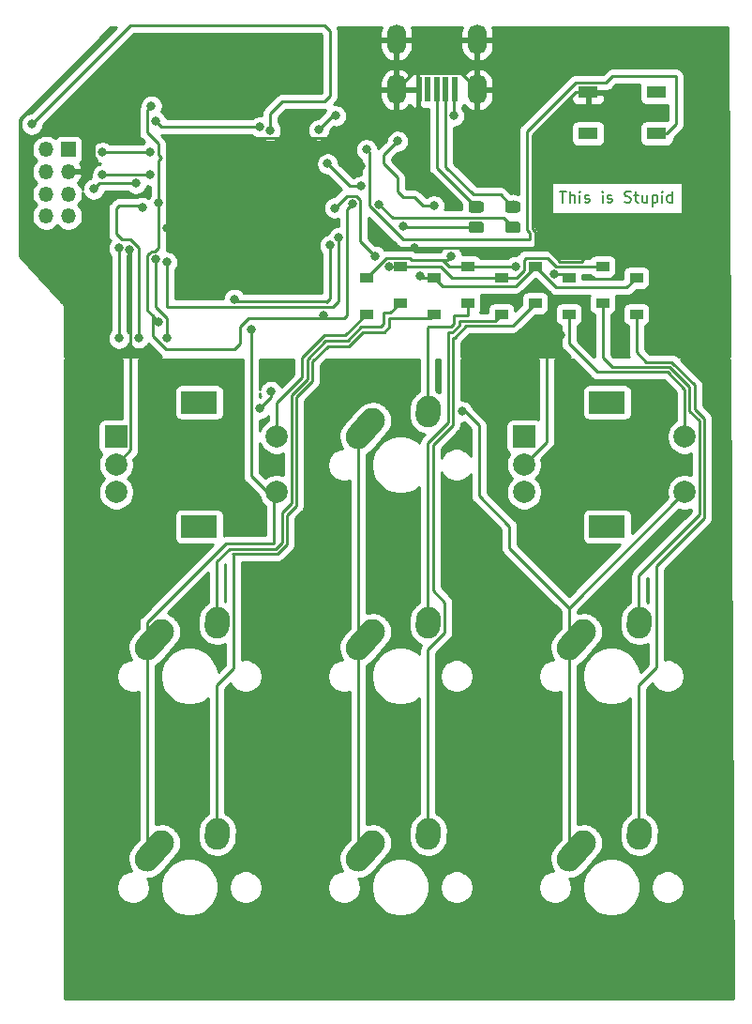
<source format=gtl>
%TF.GenerationSoftware,KiCad,Pcbnew,(5.1.9)-1*%
%TF.CreationDate,2021-06-06T12:13:44+10:00*%
%TF.ProjectId,Productivity Macro,50726f64-7563-4746-9976-697479204d61,rev?*%
%TF.SameCoordinates,Original*%
%TF.FileFunction,Copper,L1,Top*%
%TF.FilePolarity,Positive*%
%FSLAX46Y46*%
G04 Gerber Fmt 4.6, Leading zero omitted, Abs format (unit mm)*
G04 Created by KiCad (PCBNEW (5.1.9)-1) date 2021-06-06 12:13:44*
%MOMM*%
%LPD*%
G01*
G04 APERTURE LIST*
%TA.AperFunction,NonConductor*%
%ADD10C,0.150000*%
%TD*%
%TA.AperFunction,ComponentPad*%
%ADD11O,1.350000X1.350000*%
%TD*%
%TA.AperFunction,ComponentPad*%
%ADD12R,1.350000X1.350000*%
%TD*%
%TA.AperFunction,ComponentPad*%
%ADD13O,1.700000X2.700000*%
%TD*%
%TA.AperFunction,SMDPad,CuDef*%
%ADD14R,0.500000X2.250000*%
%TD*%
%TA.AperFunction,ComponentPad*%
%ADD15R,2.000000X2.000000*%
%TD*%
%TA.AperFunction,ComponentPad*%
%ADD16C,2.000000*%
%TD*%
%TA.AperFunction,ComponentPad*%
%ADD17R,3.200000X2.000000*%
%TD*%
%TA.AperFunction,SMDPad,CuDef*%
%ADD18R,1.800000X1.100000*%
%TD*%
%TA.AperFunction,ComponentPad*%
%ADD19C,2.250000*%
%TD*%
%TA.AperFunction,SMDPad,CuDef*%
%ADD20R,1.200000X0.900000*%
%TD*%
%TA.AperFunction,ViaPad*%
%ADD21C,0.800000*%
%TD*%
%TA.AperFunction,Conductor*%
%ADD22C,0.250000*%
%TD*%
%TA.AperFunction,Conductor*%
%ADD23C,0.254000*%
%TD*%
%TA.AperFunction,Conductor*%
%ADD24C,0.100000*%
%TD*%
%TA.AperFunction,NonConductor*%
%ADD25C,0.254000*%
%TD*%
%TA.AperFunction,NonConductor*%
%ADD26C,0.100000*%
%TD*%
G04 APERTURE END LIST*
D10*
X235903142Y-61174380D02*
X236474571Y-61174380D01*
X236188857Y-62174380D02*
X236188857Y-61174380D01*
X236807904Y-62174380D02*
X236807904Y-61174380D01*
X237236476Y-62174380D02*
X237236476Y-61650571D01*
X237188857Y-61555333D01*
X237093619Y-61507714D01*
X236950761Y-61507714D01*
X236855523Y-61555333D01*
X236807904Y-61602952D01*
X237712666Y-62174380D02*
X237712666Y-61507714D01*
X237712666Y-61174380D02*
X237665047Y-61222000D01*
X237712666Y-61269619D01*
X237760285Y-61222000D01*
X237712666Y-61174380D01*
X237712666Y-61269619D01*
X238141238Y-62126761D02*
X238236476Y-62174380D01*
X238426952Y-62174380D01*
X238522190Y-62126761D01*
X238569809Y-62031523D01*
X238569809Y-61983904D01*
X238522190Y-61888666D01*
X238426952Y-61841047D01*
X238284095Y-61841047D01*
X238188857Y-61793428D01*
X238141238Y-61698190D01*
X238141238Y-61650571D01*
X238188857Y-61555333D01*
X238284095Y-61507714D01*
X238426952Y-61507714D01*
X238522190Y-61555333D01*
X239760285Y-62174380D02*
X239760285Y-61507714D01*
X239760285Y-61174380D02*
X239712666Y-61222000D01*
X239760285Y-61269619D01*
X239807904Y-61222000D01*
X239760285Y-61174380D01*
X239760285Y-61269619D01*
X240188857Y-62126761D02*
X240284095Y-62174380D01*
X240474571Y-62174380D01*
X240569809Y-62126761D01*
X240617428Y-62031523D01*
X240617428Y-61983904D01*
X240569809Y-61888666D01*
X240474571Y-61841047D01*
X240331714Y-61841047D01*
X240236476Y-61793428D01*
X240188857Y-61698190D01*
X240188857Y-61650571D01*
X240236476Y-61555333D01*
X240331714Y-61507714D01*
X240474571Y-61507714D01*
X240569809Y-61555333D01*
X241760285Y-62126761D02*
X241903142Y-62174380D01*
X242141238Y-62174380D01*
X242236476Y-62126761D01*
X242284095Y-62079142D01*
X242331714Y-61983904D01*
X242331714Y-61888666D01*
X242284095Y-61793428D01*
X242236476Y-61745809D01*
X242141238Y-61698190D01*
X241950761Y-61650571D01*
X241855523Y-61602952D01*
X241807904Y-61555333D01*
X241760285Y-61460095D01*
X241760285Y-61364857D01*
X241807904Y-61269619D01*
X241855523Y-61222000D01*
X241950761Y-61174380D01*
X242188857Y-61174380D01*
X242331714Y-61222000D01*
X242617428Y-61507714D02*
X242998380Y-61507714D01*
X242760285Y-61174380D02*
X242760285Y-62031523D01*
X242807904Y-62126761D01*
X242903142Y-62174380D01*
X242998380Y-62174380D01*
X243760285Y-61507714D02*
X243760285Y-62174380D01*
X243331714Y-61507714D02*
X243331714Y-62031523D01*
X243379333Y-62126761D01*
X243474571Y-62174380D01*
X243617428Y-62174380D01*
X243712666Y-62126761D01*
X243760285Y-62079142D01*
X244236476Y-61507714D02*
X244236476Y-62507714D01*
X244236476Y-61555333D02*
X244331714Y-61507714D01*
X244522190Y-61507714D01*
X244617428Y-61555333D01*
X244665047Y-61602952D01*
X244712666Y-61698190D01*
X244712666Y-61983904D01*
X244665047Y-62079142D01*
X244617428Y-62126761D01*
X244522190Y-62174380D01*
X244331714Y-62174380D01*
X244236476Y-62126761D01*
X245141238Y-62174380D02*
X245141238Y-61507714D01*
X245141238Y-61174380D02*
X245093619Y-61222000D01*
X245141238Y-61269619D01*
X245188857Y-61222000D01*
X245141238Y-61174380D01*
X245141238Y-61269619D01*
X246046000Y-62174380D02*
X246046000Y-61174380D01*
X246046000Y-62126761D02*
X245950761Y-62174380D01*
X245760285Y-62174380D01*
X245665047Y-62126761D01*
X245617428Y-62079142D01*
X245569809Y-61983904D01*
X245569809Y-61698190D01*
X245617428Y-61602952D01*
X245665047Y-61555333D01*
X245760285Y-61507714D01*
X245950761Y-61507714D01*
X246046000Y-61555333D01*
D11*
%TO.P,J4,8*%
%TO.N,VCC*%
X189516000Y-63404000D03*
%TO.P,J4,7*%
%TO.N,miso*%
X191516000Y-63404000D03*
%TO.P,J4,6*%
%TO.N,mosi*%
X189516000Y-61404000D03*
%TO.P,J4,5*%
%TO.N,sclk*%
X191516000Y-61404000D03*
%TO.P,J4,4*%
%TO.N,Net-(J4-Pad4)*%
X189516000Y-59404000D03*
%TO.P,J4,3*%
%TO.N,GND*%
X191516000Y-59404000D03*
%TO.P,J4,2*%
%TO.N,Net-(J4-Pad2)*%
X189516000Y-57404000D03*
D12*
%TO.P,J4,1*%
%TO.N,ss*%
X191516000Y-57404000D03*
%TD*%
D13*
%TO.P,USB1,6*%
%TO.N,GND*%
X228440000Y-47498000D03*
X221140000Y-47498000D03*
X221140000Y-51998000D03*
X228440000Y-51998000D03*
D14*
%TO.P,USB1,5*%
%TO.N,VCC*%
X226390000Y-51998000D03*
%TO.P,USB1,4*%
%TO.N,D-*%
X225590000Y-51998000D03*
%TO.P,USB1,3*%
%TO.N,D+*%
X224790000Y-51998000D03*
%TO.P,USB1,2*%
%TO.N,Net-(USB1-Pad2)*%
X223990000Y-51998000D03*
%TO.P,USB1,1*%
%TO.N,GND*%
X223190000Y-51998000D03*
%TD*%
D15*
%TO.P,SW3,A*%
%TO.N,PINA1*%
X232664000Y-83312000D03*
D16*
%TO.P,SW3,C*%
%TO.N,GND*%
X232664000Y-85812000D03*
%TO.P,SW3,B*%
%TO.N,PINB1*%
X232664000Y-88312000D03*
D17*
%TO.P,SW3,MP*%
%TO.N,N/C*%
X240164000Y-80212000D03*
X240164000Y-91412000D03*
D16*
%TO.P,SW3,S2*%
%TO.N,Net-(D2-Pad2)*%
X247164000Y-83312000D03*
%TO.P,SW3,S1*%
%TO.N,COL2*%
X247164000Y-88312000D03*
%TD*%
D15*
%TO.P,SW2,A*%
%TO.N,PINA*%
X195834000Y-83312000D03*
D16*
%TO.P,SW2,C*%
%TO.N,GND*%
X195834000Y-85812000D03*
%TO.P,SW2,B*%
%TO.N,PINB*%
X195834000Y-88312000D03*
D17*
%TO.P,SW2,MP*%
%TO.N,N/C*%
X203334000Y-80212000D03*
X203334000Y-91412000D03*
D16*
%TO.P,SW2,S2*%
%TO.N,Net-(D1-Pad2)*%
X210334000Y-83312000D03*
%TO.P,SW2,S1*%
%TO.N,COL0*%
X210334000Y-88312000D03*
%TD*%
D18*
%TO.P,SW1,4*%
%TO.N,N/C*%
X244654000Y-52252000D03*
%TO.P,SW1,3*%
X238454000Y-55952000D03*
%TO.P,SW1,2*%
%TO.N,Net-(R1-Pad2)*%
X244654000Y-55952000D03*
%TO.P,SW1,1*%
%TO.N,GND*%
X238454000Y-52252000D03*
%TD*%
%TO.P,R3,2*%
%TO.N,D-*%
%TA.AperFunction,SMDPad,CuDef*%
G36*
G01*
X232098002Y-63100000D02*
X231197998Y-63100000D01*
G75*
G02*
X230948000Y-62850002I0J249998D01*
G01*
X230948000Y-62324998D01*
G75*
G02*
X231197998Y-62075000I249998J0D01*
G01*
X232098002Y-62075000D01*
G75*
G02*
X232348000Y-62324998I0J-249998D01*
G01*
X232348000Y-62850002D01*
G75*
G02*
X232098002Y-63100000I-249998J0D01*
G01*
G37*
%TD.AperFunction*%
%TO.P,R3,1*%
%TO.N,Net-(R3-Pad1)*%
%TA.AperFunction,SMDPad,CuDef*%
G36*
G01*
X232098002Y-64925000D02*
X231197998Y-64925000D01*
G75*
G02*
X230948000Y-64675002I0J249998D01*
G01*
X230948000Y-64149998D01*
G75*
G02*
X231197998Y-63900000I249998J0D01*
G01*
X232098002Y-63900000D01*
G75*
G02*
X232348000Y-64149998I0J-249998D01*
G01*
X232348000Y-64675002D01*
G75*
G02*
X232098002Y-64925000I-249998J0D01*
G01*
G37*
%TD.AperFunction*%
%TD*%
%TO.P,R2,2*%
%TO.N,D+*%
%TA.AperFunction,SMDPad,CuDef*%
G36*
G01*
X228796002Y-63100000D02*
X227895998Y-63100000D01*
G75*
G02*
X227646000Y-62850002I0J249998D01*
G01*
X227646000Y-62324998D01*
G75*
G02*
X227895998Y-62075000I249998J0D01*
G01*
X228796002Y-62075000D01*
G75*
G02*
X229046000Y-62324998I0J-249998D01*
G01*
X229046000Y-62850002D01*
G75*
G02*
X228796002Y-63100000I-249998J0D01*
G01*
G37*
%TD.AperFunction*%
%TO.P,R2,1*%
%TO.N,Net-(R2-Pad1)*%
%TA.AperFunction,SMDPad,CuDef*%
G36*
G01*
X228796002Y-64925000D02*
X227895998Y-64925000D01*
G75*
G02*
X227646000Y-64675002I0J249998D01*
G01*
X227646000Y-64149998D01*
G75*
G02*
X227895998Y-63900000I249998J0D01*
G01*
X228796002Y-63900000D01*
G75*
G02*
X229046000Y-64149998I0J-249998D01*
G01*
X229046000Y-64675002D01*
G75*
G02*
X228796002Y-64925000I-249998J0D01*
G01*
G37*
%TD.AperFunction*%
%TD*%
D19*
%TO.P,MX7,1*%
%TO.N,COL2*%
X238038000Y-119952000D03*
%TA.AperFunction,ComponentPad*%
G36*
G01*
X235976688Y-122249350D02*
X235976683Y-122249345D01*
G75*
G02*
X235890655Y-120660683I751317J837345D01*
G01*
X237200657Y-119200683D01*
G75*
G02*
X238789319Y-119114655I837345J-751317D01*
G01*
X238789319Y-119114655D01*
G75*
G02*
X238875347Y-120703317I-751317J-837345D01*
G01*
X237565345Y-122163317D01*
G75*
G02*
X235976683Y-122249345I-837345J751317D01*
G01*
G37*
%TD.AperFunction*%
%TO.P,MX7,2*%
%TO.N,Net-(D9-Pad2)*%
X243078000Y-118872000D03*
%TA.AperFunction,ComponentPad*%
G36*
G01*
X242961483Y-120574395D02*
X242960597Y-120574334D01*
G75*
G02*
X241915666Y-119374597I77403J1122334D01*
G01*
X241955666Y-118794597D01*
G75*
G02*
X243155403Y-117749666I1122334J-77403D01*
G01*
X243155403Y-117749666D01*
G75*
G02*
X244200334Y-118949403I-77403J-1122334D01*
G01*
X244160334Y-119529403D01*
G75*
G02*
X242960597Y-120574334I-1122334J77403D01*
G01*
G37*
%TD.AperFunction*%
%TD*%
%TO.P,MX6,1*%
%TO.N,COL1*%
X218988000Y-119952000D03*
%TA.AperFunction,ComponentPad*%
G36*
G01*
X216926688Y-122249350D02*
X216926683Y-122249345D01*
G75*
G02*
X216840655Y-120660683I751317J837345D01*
G01*
X218150657Y-119200683D01*
G75*
G02*
X219739319Y-119114655I837345J-751317D01*
G01*
X219739319Y-119114655D01*
G75*
G02*
X219825347Y-120703317I-751317J-837345D01*
G01*
X218515345Y-122163317D01*
G75*
G02*
X216926683Y-122249345I-837345J751317D01*
G01*
G37*
%TD.AperFunction*%
%TO.P,MX6,2*%
%TO.N,Net-(D8-Pad2)*%
X224028000Y-118872000D03*
%TA.AperFunction,ComponentPad*%
G36*
G01*
X223911483Y-120574395D02*
X223910597Y-120574334D01*
G75*
G02*
X222865666Y-119374597I77403J1122334D01*
G01*
X222905666Y-118794597D01*
G75*
G02*
X224105403Y-117749666I1122334J-77403D01*
G01*
X224105403Y-117749666D01*
G75*
G02*
X225150334Y-118949403I-77403J-1122334D01*
G01*
X225110334Y-119529403D01*
G75*
G02*
X223910597Y-120574334I-1122334J77403D01*
G01*
G37*
%TD.AperFunction*%
%TD*%
%TO.P,MX5,1*%
%TO.N,COL0*%
X199938000Y-119952000D03*
%TA.AperFunction,ComponentPad*%
G36*
G01*
X197876688Y-122249350D02*
X197876683Y-122249345D01*
G75*
G02*
X197790655Y-120660683I751317J837345D01*
G01*
X199100657Y-119200683D01*
G75*
G02*
X200689319Y-119114655I837345J-751317D01*
G01*
X200689319Y-119114655D01*
G75*
G02*
X200775347Y-120703317I-751317J-837345D01*
G01*
X199465345Y-122163317D01*
G75*
G02*
X197876683Y-122249345I-837345J751317D01*
G01*
G37*
%TD.AperFunction*%
%TO.P,MX5,2*%
%TO.N,Net-(D7-Pad2)*%
X204978000Y-118872000D03*
%TA.AperFunction,ComponentPad*%
G36*
G01*
X204861483Y-120574395D02*
X204860597Y-120574334D01*
G75*
G02*
X203815666Y-119374597I77403J1122334D01*
G01*
X203855666Y-118794597D01*
G75*
G02*
X205055403Y-117749666I1122334J-77403D01*
G01*
X205055403Y-117749666D01*
G75*
G02*
X206100334Y-118949403I-77403J-1122334D01*
G01*
X206060334Y-119529403D01*
G75*
G02*
X204860597Y-120574334I-1122334J77403D01*
G01*
G37*
%TD.AperFunction*%
%TD*%
%TO.P,MX4,1*%
%TO.N,COL2*%
X238038000Y-100902000D03*
%TA.AperFunction,ComponentPad*%
G36*
G01*
X235976688Y-103199350D02*
X235976683Y-103199345D01*
G75*
G02*
X235890655Y-101610683I751317J837345D01*
G01*
X237200657Y-100150683D01*
G75*
G02*
X238789319Y-100064655I837345J-751317D01*
G01*
X238789319Y-100064655D01*
G75*
G02*
X238875347Y-101653317I-751317J-837345D01*
G01*
X237565345Y-103113317D01*
G75*
G02*
X235976683Y-103199345I-837345J751317D01*
G01*
G37*
%TD.AperFunction*%
%TO.P,MX4,2*%
%TO.N,Net-(D6-Pad2)*%
X243078000Y-99822000D03*
%TA.AperFunction,ComponentPad*%
G36*
G01*
X242961483Y-101524395D02*
X242960597Y-101524334D01*
G75*
G02*
X241915666Y-100324597I77403J1122334D01*
G01*
X241955666Y-99744597D01*
G75*
G02*
X243155403Y-98699666I1122334J-77403D01*
G01*
X243155403Y-98699666D01*
G75*
G02*
X244200334Y-99899403I-77403J-1122334D01*
G01*
X244160334Y-100479403D01*
G75*
G02*
X242960597Y-101524334I-1122334J77403D01*
G01*
G37*
%TD.AperFunction*%
%TD*%
%TO.P,MX3,1*%
%TO.N,COL1*%
X218988000Y-100902000D03*
%TA.AperFunction,ComponentPad*%
G36*
G01*
X216926688Y-103199350D02*
X216926683Y-103199345D01*
G75*
G02*
X216840655Y-101610683I751317J837345D01*
G01*
X218150657Y-100150683D01*
G75*
G02*
X219739319Y-100064655I837345J-751317D01*
G01*
X219739319Y-100064655D01*
G75*
G02*
X219825347Y-101653317I-751317J-837345D01*
G01*
X218515345Y-103113317D01*
G75*
G02*
X216926683Y-103199345I-837345J751317D01*
G01*
G37*
%TD.AperFunction*%
%TO.P,MX3,2*%
%TO.N,Net-(D5-Pad2)*%
X224028000Y-99822000D03*
%TA.AperFunction,ComponentPad*%
G36*
G01*
X223911483Y-101524395D02*
X223910597Y-101524334D01*
G75*
G02*
X222865666Y-100324597I77403J1122334D01*
G01*
X222905666Y-99744597D01*
G75*
G02*
X224105403Y-98699666I1122334J-77403D01*
G01*
X224105403Y-98699666D01*
G75*
G02*
X225150334Y-99899403I-77403J-1122334D01*
G01*
X225110334Y-100479403D01*
G75*
G02*
X223910597Y-101524334I-1122334J77403D01*
G01*
G37*
%TD.AperFunction*%
%TD*%
%TO.P,MX2,1*%
%TO.N,COL0*%
X199938000Y-100902000D03*
%TA.AperFunction,ComponentPad*%
G36*
G01*
X197876688Y-103199350D02*
X197876683Y-103199345D01*
G75*
G02*
X197790655Y-101610683I751317J837345D01*
G01*
X199100657Y-100150683D01*
G75*
G02*
X200689319Y-100064655I837345J-751317D01*
G01*
X200689319Y-100064655D01*
G75*
G02*
X200775347Y-101653317I-751317J-837345D01*
G01*
X199465345Y-103113317D01*
G75*
G02*
X197876683Y-103199345I-837345J751317D01*
G01*
G37*
%TD.AperFunction*%
%TO.P,MX2,2*%
%TO.N,Net-(D4-Pad2)*%
X204978000Y-99822000D03*
%TA.AperFunction,ComponentPad*%
G36*
G01*
X204861483Y-101524395D02*
X204860597Y-101524334D01*
G75*
G02*
X203815666Y-100324597I77403J1122334D01*
G01*
X203855666Y-99744597D01*
G75*
G02*
X205055403Y-98699666I1122334J-77403D01*
G01*
X205055403Y-98699666D01*
G75*
G02*
X206100334Y-99899403I-77403J-1122334D01*
G01*
X206060334Y-100479403D01*
G75*
G02*
X204860597Y-101524334I-1122334J77403D01*
G01*
G37*
%TD.AperFunction*%
%TD*%
%TO.P,MX1,1*%
%TO.N,COL1*%
X218988000Y-81852000D03*
%TA.AperFunction,ComponentPad*%
G36*
G01*
X216926688Y-84149350D02*
X216926683Y-84149345D01*
G75*
G02*
X216840655Y-82560683I751317J837345D01*
G01*
X218150657Y-81100683D01*
G75*
G02*
X219739319Y-81014655I837345J-751317D01*
G01*
X219739319Y-81014655D01*
G75*
G02*
X219825347Y-82603317I-751317J-837345D01*
G01*
X218515345Y-84063317D01*
G75*
G02*
X216926683Y-84149345I-837345J751317D01*
G01*
G37*
%TD.AperFunction*%
%TO.P,MX1,2*%
%TO.N,Net-(D3-Pad2)*%
X224028000Y-80772000D03*
%TA.AperFunction,ComponentPad*%
G36*
G01*
X223911483Y-82474395D02*
X223910597Y-82474334D01*
G75*
G02*
X222865666Y-81274597I77403J1122334D01*
G01*
X222905666Y-80694597D01*
G75*
G02*
X224105403Y-79649666I1122334J-77403D01*
G01*
X224105403Y-79649666D01*
G75*
G02*
X225150334Y-80849403I-77403J-1122334D01*
G01*
X225110334Y-81429403D01*
G75*
G02*
X223910597Y-82474334I-1122334J77403D01*
G01*
G37*
%TD.AperFunction*%
%TD*%
D20*
%TO.P,D9,2*%
%TO.N,Net-(D9-Pad2)*%
X242824000Y-72262000D03*
%TO.P,D9,1*%
%TO.N,ROW2*%
X242824000Y-68962000D03*
%TD*%
%TO.P,D8,2*%
%TO.N,Net-(D8-Pad2)*%
X233680000Y-71246000D03*
%TO.P,D8,1*%
%TO.N,ROW2*%
X233680000Y-67946000D03*
%TD*%
%TO.P,D7,2*%
%TO.N,Net-(D7-Pad2)*%
X224536000Y-72262000D03*
%TO.P,D7,1*%
%TO.N,ROW2*%
X224536000Y-68962000D03*
%TD*%
%TO.P,D6,2*%
%TO.N,Net-(D6-Pad2)*%
X239776000Y-71246000D03*
%TO.P,D6,1*%
%TO.N,ROW1*%
X239776000Y-67946000D03*
%TD*%
%TO.P,D5,2*%
%TO.N,Net-(D5-Pad2)*%
X230632000Y-72262000D03*
%TO.P,D5,1*%
%TO.N,ROW1*%
X230632000Y-68962000D03*
%TD*%
%TO.P,D4,2*%
%TO.N,Net-(D4-Pad2)*%
X221488000Y-71246000D03*
%TO.P,D4,1*%
%TO.N,ROW1*%
X221488000Y-67946000D03*
%TD*%
%TO.P,D3,2*%
%TO.N,Net-(D3-Pad2)*%
X227584000Y-71246000D03*
%TO.P,D3,1*%
%TO.N,ROW0*%
X227584000Y-67946000D03*
%TD*%
%TO.P,D2,2*%
%TO.N,Net-(D2-Pad2)*%
X236728000Y-72262000D03*
%TO.P,D2,1*%
%TO.N,ROW0*%
X236728000Y-68962000D03*
%TD*%
%TO.P,D1,2*%
%TO.N,Net-(D1-Pad2)*%
X218440000Y-72262000D03*
%TO.P,D1,1*%
%TO.N,ROW0*%
X218440000Y-68962000D03*
%TD*%
D21*
%TO.N,GND*%
X222758000Y-66294000D03*
X200406000Y-64479000D03*
X214413000Y-57658000D03*
X217969000Y-58891000D03*
X235966000Y-74168000D03*
X243586000Y-67564000D03*
X197072588Y-66468891D03*
X193802000Y-58420000D03*
X200152000Y-50292000D03*
%TO.N,+5V*%
X199013653Y-53462347D03*
X199681000Y-62230000D03*
X199681000Y-62230000D03*
X199657847Y-72921153D03*
X217169999Y-62324990D03*
X214599442Y-72359442D03*
X214921000Y-58682953D03*
X217969000Y-60706000D03*
%TO.N,ROW0*%
X231939000Y-67940142D03*
X235422782Y-68652389D03*
X226060000Y-67019000D03*
X224536000Y-62484000D03*
X221234000Y-56642000D03*
X215646000Y-54356000D03*
X214122000Y-55626000D03*
%TO.N,ROW1*%
X220501653Y-67925652D03*
X219202000Y-67019000D03*
X215562993Y-62683292D03*
%TO.N,ROW2*%
X223266000Y-68834000D03*
%TO.N,VCC*%
X226315000Y-54356000D03*
%TO.N,COL0*%
X208026000Y-73660000D03*
%TO.N,COL2*%
X227076000Y-81026000D03*
%TO.N,Net-(R1-Pad2)*%
X218440000Y-57404000D03*
X208788000Y-55372000D03*
X199390000Y-54864000D03*
%TO.N,Net-(R2-Pad1)*%
X221742000Y-64299990D03*
X215138000Y-66040000D03*
X206502000Y-70903000D03*
X200406000Y-74422000D03*
X199390000Y-67310000D03*
%TO.N,Net-(R3-Pad1)*%
X219587653Y-62352347D03*
X215943348Y-65321348D03*
X200406000Y-67564000D03*
%TO.N,PINA*%
X196088000Y-74422000D03*
X196088000Y-66294000D03*
%TO.N,PINB*%
X197884001Y-74385000D03*
X198190230Y-62624460D03*
%TO.N,PINB1*%
X209808653Y-79243347D03*
X208788000Y-80772000D03*
%TO.N,mosi*%
X209744724Y-55663000D03*
X188214000Y-55118000D03*
%TO.N,ss*%
X194601000Y-57658000D03*
X198882000Y-57658000D03*
%TO.N,miso*%
X194601000Y-59690000D03*
X198882000Y-59690000D03*
%TO.N,sclk*%
X193802000Y-60960000D03*
X197612000Y-60452000D03*
%TD*%
D22*
%TO.N,GND*%
X223190000Y-53373000D02*
X220175000Y-56388000D01*
X223190000Y-51998000D02*
X223190000Y-53373000D01*
X220175000Y-56388000D02*
X200406000Y-56388000D01*
X200406000Y-56388000D02*
X200406000Y-64262000D01*
X238454000Y-52252000D02*
X237308000Y-52252000D01*
X237308000Y-52252000D02*
X233426000Y-56134000D01*
X233680000Y-64793780D02*
X233680000Y-66294000D01*
X233426000Y-64539780D02*
X233680000Y-64793780D01*
X233426000Y-56134000D02*
X233426000Y-64539780D01*
X200406000Y-64262000D02*
X200406000Y-64479000D01*
X216736000Y-57658000D02*
X217969000Y-58891000D01*
X214413000Y-57658000D02*
X216736000Y-57658000D01*
X232664000Y-85812000D02*
X234696000Y-83780000D01*
X234696000Y-83780000D02*
X234696000Y-74676000D01*
X235204000Y-74168000D02*
X235966000Y-74168000D01*
X234696000Y-74676000D02*
X235204000Y-74168000D01*
X243586000Y-67564000D02*
X242316000Y-67564000D01*
X242316000Y-67564000D02*
X241554000Y-66802000D01*
X238506000Y-66802000D02*
X237812010Y-67495990D01*
X241554000Y-66802000D02*
X238506000Y-66802000D01*
X237812010Y-67495990D02*
X235897990Y-67495990D01*
X234696000Y-66294000D02*
X233426000Y-66294000D01*
X235897990Y-67495990D02*
X234696000Y-66294000D01*
X233426000Y-66294000D02*
X222758000Y-66294000D01*
X233680000Y-66294000D02*
X233426000Y-66294000D01*
X197159001Y-84486999D02*
X197159001Y-76652999D01*
X195834000Y-85812000D02*
X197159001Y-84486999D01*
X197159001Y-76652999D02*
X197159001Y-66603001D01*
X221140000Y-51998000D02*
X221140000Y-47498000D01*
X221140000Y-47498000D02*
X228440000Y-47498000D01*
X228440000Y-47498000D02*
X228440000Y-51998000D01*
X222590001Y-50547999D02*
X221140000Y-51998000D01*
X226989999Y-50547999D02*
X222590001Y-50547999D01*
X228440000Y-51998000D02*
X226989999Y-50547999D01*
X221140000Y-51998000D02*
X223190000Y-51998000D01*
X197159001Y-66555304D02*
X197072588Y-66468891D01*
X197159001Y-66603001D02*
X197159001Y-66555304D01*
X193802000Y-58420000D02*
X193802000Y-52324000D01*
X195834000Y-50292000D02*
X200152000Y-50292000D01*
X193802000Y-52324000D02*
X195834000Y-50292000D01*
%TO.N,+5V*%
X198613654Y-53862346D02*
X198613654Y-55865654D01*
X199013653Y-53462347D02*
X198613654Y-53862346D01*
X198613654Y-55865654D02*
X199644000Y-56896000D01*
X199644000Y-56896000D02*
X199644000Y-57912000D01*
X199644000Y-57912000D02*
X199898000Y-58166000D01*
X199898000Y-58166000D02*
X199681000Y-58383000D01*
X199353001Y-66584999D02*
X199041999Y-66584999D01*
X199681000Y-66257000D02*
X199353001Y-66584999D01*
X199681000Y-61251000D02*
X199681000Y-66257000D01*
X199681000Y-58383000D02*
X199681000Y-61251000D01*
X199681000Y-61251000D02*
X199681000Y-62230000D01*
X199041999Y-66584999D02*
X198853499Y-66773499D01*
X198664999Y-66961999D02*
X198664999Y-71928305D01*
X198853499Y-66773499D02*
X198664999Y-66961999D01*
X199131347Y-72394653D02*
X199131347Y-74220349D01*
X198664999Y-71928305D02*
X199131347Y-72394653D01*
X199131347Y-74220349D02*
X200348998Y-75438000D01*
X199131347Y-72394653D02*
X199657847Y-72921153D01*
X200348998Y-75438000D02*
X206502000Y-75438000D01*
X206502000Y-75438000D02*
X207010000Y-74930000D01*
X207010000Y-74930000D02*
X207010000Y-73406000D01*
X207010000Y-73406000D02*
X207772000Y-72644000D01*
X216668349Y-62826640D02*
X217169999Y-62324990D01*
X216668349Y-72383651D02*
X216668349Y-62826640D01*
X216408000Y-72644000D02*
X216668349Y-72383651D01*
X214314884Y-72644000D02*
X214599442Y-72359442D01*
X214122000Y-72644000D02*
X216408000Y-72644000D01*
X207772000Y-72644000D02*
X214122000Y-72644000D01*
X214122000Y-72644000D02*
X214314884Y-72644000D01*
X216944047Y-60706000D02*
X217969000Y-60706000D01*
X214921000Y-58682953D02*
X216944047Y-60706000D01*
%TO.N,Net-(D1-Pad2)*%
X210334000Y-83312000D02*
X210334000Y-80242000D01*
X210334000Y-80242000D02*
X212598000Y-77978000D01*
X212598000Y-77978000D02*
X212598000Y-76200000D01*
X212598000Y-76200000D02*
X214630000Y-74168000D01*
X216534000Y-74168000D02*
X218440000Y-72262000D01*
X214630000Y-74168000D02*
X216534000Y-74168000D01*
%TO.N,ROW0*%
X222348001Y-67170999D02*
X222504000Y-67326998D01*
X218440000Y-68962000D02*
X220231001Y-67170999D01*
X225934000Y-67946000D02*
X227584000Y-67946000D01*
X225314998Y-67326998D02*
X225934000Y-67946000D01*
X231933142Y-67946000D02*
X231939000Y-67940142D01*
X227584000Y-67946000D02*
X231933142Y-67946000D01*
X236418389Y-68652389D02*
X236728000Y-68962000D01*
X235422782Y-68652389D02*
X236418389Y-68652389D01*
X220231001Y-67170999D02*
X222348001Y-67170999D01*
X225752002Y-67326998D02*
X226060000Y-67019000D01*
X224806998Y-67326998D02*
X225752002Y-67326998D01*
X222504000Y-67326998D02*
X224806998Y-67326998D01*
X224806998Y-67326998D02*
X225314998Y-67326998D01*
X224536000Y-62484000D02*
X223520000Y-62484000D01*
X223520000Y-62484000D02*
X222758000Y-61722000D01*
X222758000Y-61722000D02*
X221742000Y-61722000D01*
X221742000Y-61722000D02*
X221234000Y-61214000D01*
X221234000Y-61214000D02*
X221234000Y-59944000D01*
X221234000Y-59944000D02*
X219964000Y-58674000D01*
X219964000Y-57912000D02*
X221234000Y-56642000D01*
X219964000Y-58674000D02*
X219964000Y-57912000D01*
X215392000Y-54356000D02*
X214122000Y-55626000D01*
X215646000Y-54356000D02*
X215392000Y-54356000D01*
%TO.N,Net-(D2-Pad2)*%
X247164000Y-83312000D02*
X247164000Y-79016000D01*
X247164000Y-79016000D02*
X245618000Y-77470000D01*
X245618000Y-77470000D02*
X239268000Y-77470000D01*
X236728000Y-74930000D02*
X236728000Y-72262000D01*
X239268000Y-77470000D02*
X236728000Y-74930000D01*
%TO.N,Net-(D3-Pad2)*%
X223988000Y-81352000D02*
X223988000Y-73446000D01*
X223988000Y-73446000D02*
X224028000Y-73406000D01*
X224028000Y-73406000D02*
X226060000Y-73406000D01*
X226060000Y-73406000D02*
X226314000Y-73152000D01*
X226314000Y-73152000D02*
X226314000Y-72390000D01*
X226314000Y-72390000D02*
X227584000Y-72390000D01*
X227584000Y-72390000D02*
X227584000Y-71246000D01*
%TO.N,Net-(D4-Pad2)*%
X204938000Y-100402000D02*
X204938000Y-100878000D01*
X204938000Y-100402000D02*
X204938000Y-94528000D01*
X210244400Y-93414010D02*
X210820000Y-92838410D01*
X206051990Y-93414010D02*
X210244400Y-93414010D01*
X204938000Y-94528000D02*
X206051990Y-93414010D01*
X210820000Y-92838410D02*
X210820000Y-90170000D01*
X211659001Y-79553409D02*
X213106000Y-78106410D01*
X211659001Y-89330999D02*
X211659001Y-79553409D01*
X210820000Y-90170000D02*
X211659001Y-89330999D01*
X213106000Y-78106410D02*
X213106000Y-76328410D01*
X213106000Y-76328410D02*
X214758410Y-74676000D01*
X214758410Y-74676000D02*
X216662000Y-74676000D01*
X216719990Y-74618010D02*
X216720401Y-74618009D01*
X216662000Y-74676000D02*
X216719990Y-74618010D01*
X216720401Y-74618009D02*
X217932410Y-73406000D01*
X217932410Y-73406000D02*
X219710000Y-73406000D01*
X219710000Y-73406000D02*
X219964000Y-73152000D01*
X219964000Y-73152000D02*
X219964000Y-72136000D01*
X220598000Y-72136000D02*
X221488000Y-71246000D01*
X219964000Y-72136000D02*
X220598000Y-72136000D01*
%TO.N,ROW1*%
X226171002Y-68962000D02*
X230632000Y-68962000D01*
X225155002Y-67946000D02*
X226171002Y-68962000D01*
X221488000Y-67946000D02*
X225155002Y-67946000D01*
X230632000Y-68962000D02*
X232027590Y-68962000D01*
X232027590Y-68962000D02*
X232664000Y-68325590D01*
X232819999Y-67170999D02*
X234810999Y-67170999D01*
X232664000Y-67326998D02*
X232819999Y-67170999D01*
X232664000Y-68325590D02*
X232664000Y-67326998D01*
X235586000Y-67946000D02*
X239776000Y-67946000D01*
X234810999Y-67170999D02*
X235586000Y-67946000D01*
X220522001Y-67946000D02*
X220501653Y-67925652D01*
X221488000Y-67946000D02*
X220522001Y-67946000D01*
X217518000Y-61599989D02*
X216646296Y-61599989D01*
X216646296Y-61599989D02*
X215562993Y-62683292D01*
X217895000Y-61976989D02*
X217518000Y-61599989D01*
X217895000Y-65712000D02*
X217895000Y-61976989D01*
X219202000Y-67019000D02*
X217895000Y-65712000D01*
%TO.N,Net-(D5-Pad2)*%
X223988000Y-100402000D02*
X223988000Y-83860000D01*
X223988000Y-83860000D02*
X225806000Y-82042000D01*
X225806000Y-82042000D02*
X225806000Y-73914000D01*
X226188410Y-73914000D02*
X226822000Y-73280410D01*
X225806000Y-73914000D02*
X226188410Y-73914000D01*
X226822000Y-73280410D02*
X226822000Y-72898000D01*
X230053990Y-72840010D02*
X230632000Y-72262000D01*
X227133990Y-72840010D02*
X230053990Y-72840010D01*
X227076000Y-72898000D02*
X227133990Y-72840010D01*
X226822000Y-72898000D02*
X227076000Y-72898000D01*
%TO.N,Net-(D6-Pad2)*%
X243038000Y-100402000D02*
X243038000Y-95798000D01*
X248489001Y-90346999D02*
X248489001Y-81865001D01*
X243038000Y-95798000D02*
X248489001Y-90346999D01*
X248489001Y-81865001D02*
X247614010Y-80990010D01*
X247614009Y-78829599D02*
X245804400Y-77019990D01*
X247614010Y-80990010D02*
X247614009Y-78829599D01*
X245804400Y-77019990D02*
X240595990Y-77019990D01*
X239776000Y-76200000D02*
X239776000Y-71246000D01*
X240595990Y-77019990D02*
X239776000Y-76200000D01*
%TO.N,Net-(D7-Pad2)*%
X206465896Y-104178102D02*
X206465896Y-93943896D01*
X204938000Y-105705998D02*
X206465896Y-104178102D01*
X206465896Y-93943896D02*
X206386020Y-93864020D01*
X204938000Y-119452000D02*
X204938000Y-105705998D01*
X210430801Y-93864019D02*
X211270010Y-93024810D01*
X206386020Y-93864020D02*
X210430801Y-93864019D01*
X211270010Y-90356400D02*
X212109010Y-89517400D01*
X211270010Y-93024810D02*
X211270010Y-90356400D01*
X212109010Y-89517400D02*
X212109010Y-79739810D01*
X213556010Y-78292810D02*
X213556010Y-76514810D01*
X212109010Y-79739810D02*
X213556010Y-78292810D01*
X213556010Y-76514810D02*
X214944810Y-75126010D01*
X214944810Y-75126010D02*
X216848810Y-75126010D01*
X218118810Y-73856010D02*
X220021990Y-73856010D01*
X216848810Y-75126010D02*
X218118810Y-73856010D01*
X220021990Y-73856010D02*
X220472000Y-73406000D01*
X220472000Y-73406000D02*
X220472000Y-72644000D01*
X224211990Y-72586010D02*
X224536000Y-72262000D01*
X220529990Y-72586010D02*
X224211990Y-72586010D01*
X220472000Y-72644000D02*
X220529990Y-72586010D01*
%TO.N,ROW2*%
X231888999Y-69737001D02*
X233680000Y-67946000D01*
X225311001Y-69737001D02*
X231888999Y-69737001D01*
X224536000Y-68962000D02*
X225311001Y-69737001D01*
X233680000Y-67946000D02*
X235584000Y-69850000D01*
X241936000Y-69850000D02*
X242824000Y-68962000D01*
X235584000Y-69850000D02*
X241936000Y-69850000D01*
X223394000Y-68962000D02*
X223266000Y-68834000D01*
X224536000Y-68962000D02*
X223394000Y-68962000D01*
%TO.N,Net-(D8-Pad2)*%
X225515896Y-98261896D02*
X224438010Y-97184010D01*
X225515896Y-100978306D02*
X225515896Y-98261896D01*
X223988000Y-102506202D02*
X225515896Y-100978306D01*
X223988000Y-119452000D02*
X223988000Y-102506202D01*
X224438010Y-84046400D02*
X226256010Y-82228400D01*
X224438010Y-97184010D02*
X224438010Y-84046400D01*
X226256010Y-74364010D02*
X226374811Y-74364009D01*
X226256010Y-82228400D02*
X226256010Y-74364010D01*
X231635980Y-73290020D02*
X233680000Y-71246000D01*
X227448800Y-73290020D02*
X231635980Y-73290020D01*
X226374811Y-74364009D02*
X227448800Y-73290020D01*
%TO.N,Net-(D9-Pad2)*%
X243038000Y-105705998D02*
X244602000Y-104141998D01*
X243038000Y-119452000D02*
X243038000Y-105705998D01*
X244602000Y-104141998D02*
X244602000Y-94996000D01*
X248939011Y-90658989D02*
X248939010Y-81678600D01*
X244602000Y-94996000D02*
X248939011Y-90658989D01*
X248064018Y-78643198D02*
X245990800Y-76569980D01*
X248064018Y-80803608D02*
X248064018Y-78643198D01*
X248939010Y-81678600D02*
X248064018Y-80803608D01*
X245990800Y-76569980D02*
X243701980Y-76569980D01*
X242824000Y-75692000D02*
X242824000Y-72262000D01*
X243701980Y-76569980D02*
X242824000Y-75692000D01*
%TO.N,VCC*%
X226315000Y-52073000D02*
X226390000Y-51998000D01*
X226315000Y-54356000D02*
X226315000Y-52073000D01*
%TO.N,COL1*%
X217678000Y-83312000D02*
X217678000Y-102362000D01*
X217678000Y-102362000D02*
X217678000Y-121412000D01*
%TO.N,COL0*%
X198628000Y-121412000D02*
X198628000Y-102362000D01*
X198628000Y-102362000D02*
X198628000Y-100076000D01*
X198628000Y-100076000D02*
X205740000Y-92964000D01*
X205740000Y-92964000D02*
X210058000Y-92964000D01*
X210058000Y-88588000D02*
X210334000Y-88312000D01*
X210058000Y-92964000D02*
X210058000Y-88588000D01*
X210334000Y-88312000D02*
X209470000Y-88312000D01*
X208026000Y-86868000D02*
X208026000Y-73660000D01*
X209470000Y-88312000D02*
X208026000Y-86868000D01*
%TO.N,COL2*%
X236728000Y-102212000D02*
X238038000Y-100902000D01*
X236728000Y-121412000D02*
X236728000Y-102212000D01*
X236728000Y-98748000D02*
X247164000Y-88312000D01*
X236728000Y-102362000D02*
X236728000Y-98748000D01*
X231338999Y-93358999D02*
X231338999Y-91384999D01*
X236728000Y-98748000D02*
X231338999Y-93358999D01*
X231338999Y-91384999D02*
X228600000Y-88646000D01*
X228600000Y-88646000D02*
X228600000Y-82296000D01*
X227330000Y-81026000D02*
X227076000Y-81026000D01*
X228600000Y-82296000D02*
X227330000Y-81026000D01*
%TO.N,Net-(R1-Pad2)*%
X237293999Y-51376999D02*
X232918000Y-55752998D01*
X240078999Y-51376999D02*
X237293999Y-51376999D01*
X232918000Y-64668190D02*
X233172000Y-64922190D01*
X232918000Y-55752998D02*
X232918000Y-64668190D01*
X233172000Y-64922190D02*
X233172000Y-65532000D01*
X233172000Y-65532000D02*
X221742000Y-65532000D01*
X221742000Y-65532000D02*
X218694000Y-62484000D01*
X218694000Y-57658000D02*
X218440000Y-57404000D01*
X218694000Y-62484000D02*
X218694000Y-57658000D01*
X199898000Y-55372000D02*
X199390000Y-54864000D01*
X208788000Y-55372000D02*
X199898000Y-55372000D01*
X244654000Y-55952000D02*
X245546000Y-55952000D01*
X245546000Y-55952000D02*
X246380000Y-55118000D01*
X246380000Y-55118000D02*
X246380000Y-50800000D01*
X240655998Y-50800000D02*
X240078999Y-51376999D01*
X246380000Y-50800000D02*
X240655998Y-50800000D01*
%TO.N,D+*%
X224790000Y-59031500D02*
X224790000Y-51998000D01*
X228346000Y-62587500D02*
X224790000Y-59031500D01*
%TO.N,Net-(R2-Pad1)*%
X221854510Y-64412500D02*
X221742000Y-64299990D01*
X228346000Y-64412500D02*
X221854510Y-64412500D01*
X215138000Y-66040000D02*
X215138000Y-70866000D01*
X215138000Y-70866000D02*
X214884000Y-71120000D01*
X214884000Y-71120000D02*
X214826010Y-71177990D01*
X206719000Y-71120000D02*
X206502000Y-70903000D01*
X214884000Y-71120000D02*
X206719000Y-71120000D01*
X200406000Y-74422000D02*
X200406000Y-72644000D01*
X199390000Y-71628000D02*
X199390000Y-67310000D01*
X200406000Y-72644000D02*
X199390000Y-71628000D01*
%TO.N,D-*%
X231648000Y-62587500D02*
X231648000Y-62075000D01*
X230528500Y-61468000D02*
X231648000Y-62587500D01*
X228092000Y-61468000D02*
X230528500Y-61468000D01*
X225590000Y-58966000D02*
X228092000Y-61468000D01*
X225590000Y-51998000D02*
X225590000Y-58966000D01*
%TO.N,Net-(R3-Pad1)*%
X220810296Y-63574990D02*
X219587653Y-62352347D01*
X230810490Y-63574990D02*
X220810296Y-63574990D01*
X231648000Y-64412500D02*
X230810490Y-63574990D01*
X215943348Y-65321348D02*
X215943348Y-71076652D01*
X215943348Y-71076652D02*
X215392000Y-71628000D01*
X215392000Y-71628000D02*
X200406000Y-71628000D01*
X200406000Y-71628000D02*
X200406000Y-67564000D01*
%TO.N,PINA*%
X196088000Y-74422000D02*
X196088000Y-66294000D01*
%TO.N,PINB*%
X195834000Y-62738000D02*
X196088000Y-62484000D01*
X195834000Y-65024000D02*
X195834000Y-62738000D01*
X196342000Y-65532000D02*
X195834000Y-65024000D01*
X197161002Y-65532000D02*
X196342000Y-65532000D01*
X197884001Y-66254999D02*
X197161002Y-65532000D01*
X196088000Y-62484000D02*
X198046585Y-62484000D01*
X197884001Y-74385000D02*
X197884001Y-66254999D01*
X198049770Y-62484000D02*
X198190230Y-62624460D01*
X198046585Y-62484000D02*
X198049770Y-62484000D01*
%TO.N,PINB1*%
X209808653Y-79751347D02*
X208788000Y-80772000D01*
X209808653Y-79243347D02*
X209808653Y-79751347D01*
%TO.N,mosi*%
X209744724Y-55663000D02*
X209744724Y-54161276D01*
X209744724Y-54161276D02*
X210820000Y-53086000D01*
X210820000Y-53086000D02*
X214630000Y-53086000D01*
X214630000Y-53086000D02*
X215138000Y-52578000D01*
X215138000Y-52578000D02*
X215138000Y-46736000D01*
X215138000Y-46736000D02*
X214630000Y-46228000D01*
X197104000Y-46228000D02*
X188214000Y-55118000D01*
X214630000Y-46228000D02*
X197104000Y-46228000D01*
%TO.N,ss*%
X194601000Y-57658000D02*
X198882000Y-57658000D01*
%TO.N,miso*%
X194601000Y-59690000D02*
X198882000Y-59690000D01*
%TO.N,sclk*%
X194310000Y-60452000D02*
X197612000Y-60452000D01*
X193802000Y-60960000D02*
X194310000Y-60452000D01*
%TD*%
D23*
%TO.N,GND*%
X227008310Y-46583731D02*
X226955000Y-46871000D01*
X226955000Y-47371000D01*
X228313000Y-47371000D01*
X228313000Y-47351000D01*
X228473000Y-47351000D01*
X228473000Y-52145000D01*
X228313000Y-52145000D01*
X228313000Y-52125000D01*
X228293000Y-52125000D01*
X228293000Y-51871000D01*
X228313000Y-51871000D01*
X228313000Y-50177845D01*
X228083110Y-50056524D01*
X227989047Y-50077437D01*
X227720574Y-50192709D01*
X227479748Y-50358143D01*
X227275824Y-50567381D01*
X227231540Y-50635538D01*
X227229502Y-50628820D01*
X227170537Y-50518506D01*
X227091185Y-50421815D01*
X226994494Y-50342463D01*
X226884180Y-50283498D01*
X226764482Y-50247188D01*
X226640000Y-50234928D01*
X226140000Y-50234928D01*
X226015518Y-50247188D01*
X225990000Y-50254929D01*
X225964482Y-50247188D01*
X225840000Y-50234928D01*
X225340000Y-50234928D01*
X225215518Y-50247188D01*
X225190000Y-50254929D01*
X225164482Y-50247188D01*
X225040000Y-50234928D01*
X224540000Y-50234928D01*
X224415518Y-50247188D01*
X224390000Y-50254929D01*
X224364482Y-50247188D01*
X224240000Y-50234928D01*
X223740000Y-50234928D01*
X223615518Y-50247188D01*
X223590734Y-50254706D01*
X223571361Y-50248596D01*
X223471750Y-50238000D01*
X223313000Y-50396750D01*
X223313000Y-50401967D01*
X223288815Y-50421815D01*
X223209463Y-50518506D01*
X223150498Y-50628820D01*
X223114188Y-50748518D01*
X223101928Y-50873000D01*
X223101928Y-52145000D01*
X223067000Y-52145000D01*
X223067000Y-52125000D01*
X221267000Y-52125000D01*
X221267000Y-52145000D01*
X221107000Y-52145000D01*
X221107000Y-50177845D01*
X221267000Y-50177845D01*
X221267000Y-51871000D01*
X223067000Y-51871000D01*
X223067000Y-50396750D01*
X222908250Y-50238000D01*
X222808639Y-50248596D01*
X222689348Y-50286221D01*
X222579689Y-50346396D01*
X222483877Y-50426807D01*
X222405594Y-50524366D01*
X222348057Y-50634918D01*
X222304176Y-50567381D01*
X222100252Y-50358143D01*
X221859426Y-50192709D01*
X221590953Y-50077437D01*
X221496890Y-50056524D01*
X221267000Y-50177845D01*
X221107000Y-50177845D01*
X221107000Y-47625000D01*
X221267000Y-47625000D01*
X221267000Y-49318155D01*
X221496890Y-49439476D01*
X221590953Y-49418563D01*
X221859426Y-49303291D01*
X222100252Y-49137857D01*
X222304176Y-48928619D01*
X222463361Y-48683618D01*
X222571690Y-48412269D01*
X222625000Y-48125000D01*
X222625000Y-47625000D01*
X226955000Y-47625000D01*
X226955000Y-48125000D01*
X227008310Y-48412269D01*
X227116639Y-48683618D01*
X227275824Y-48928619D01*
X227479748Y-49137857D01*
X227720574Y-49303291D01*
X227989047Y-49418563D01*
X228083110Y-49439476D01*
X228313000Y-49318155D01*
X228313000Y-47625000D01*
X226955000Y-47625000D01*
X222625000Y-47625000D01*
X221267000Y-47625000D01*
X221107000Y-47625000D01*
X221107000Y-47351000D01*
X221267000Y-47351000D01*
X221267000Y-47371000D01*
X222625000Y-47371000D01*
X222625000Y-46871000D01*
X222571690Y-46583731D01*
X222490356Y-46380000D01*
X227089644Y-46380000D01*
X227008310Y-46583731D01*
%TA.AperFunction,Conductor*%
D24*
G36*
X227008310Y-46583731D02*
G01*
X226955000Y-46871000D01*
X226955000Y-47371000D01*
X228313000Y-47371000D01*
X228313000Y-47351000D01*
X228473000Y-47351000D01*
X228473000Y-52145000D01*
X228313000Y-52145000D01*
X228313000Y-52125000D01*
X228293000Y-52125000D01*
X228293000Y-51871000D01*
X228313000Y-51871000D01*
X228313000Y-50177845D01*
X228083110Y-50056524D01*
X227989047Y-50077437D01*
X227720574Y-50192709D01*
X227479748Y-50358143D01*
X227275824Y-50567381D01*
X227231540Y-50635538D01*
X227229502Y-50628820D01*
X227170537Y-50518506D01*
X227091185Y-50421815D01*
X226994494Y-50342463D01*
X226884180Y-50283498D01*
X226764482Y-50247188D01*
X226640000Y-50234928D01*
X226140000Y-50234928D01*
X226015518Y-50247188D01*
X225990000Y-50254929D01*
X225964482Y-50247188D01*
X225840000Y-50234928D01*
X225340000Y-50234928D01*
X225215518Y-50247188D01*
X225190000Y-50254929D01*
X225164482Y-50247188D01*
X225040000Y-50234928D01*
X224540000Y-50234928D01*
X224415518Y-50247188D01*
X224390000Y-50254929D01*
X224364482Y-50247188D01*
X224240000Y-50234928D01*
X223740000Y-50234928D01*
X223615518Y-50247188D01*
X223590734Y-50254706D01*
X223571361Y-50248596D01*
X223471750Y-50238000D01*
X223313000Y-50396750D01*
X223313000Y-50401967D01*
X223288815Y-50421815D01*
X223209463Y-50518506D01*
X223150498Y-50628820D01*
X223114188Y-50748518D01*
X223101928Y-50873000D01*
X223101928Y-52145000D01*
X223067000Y-52145000D01*
X223067000Y-52125000D01*
X221267000Y-52125000D01*
X221267000Y-52145000D01*
X221107000Y-52145000D01*
X221107000Y-50177845D01*
X221267000Y-50177845D01*
X221267000Y-51871000D01*
X223067000Y-51871000D01*
X223067000Y-50396750D01*
X222908250Y-50238000D01*
X222808639Y-50248596D01*
X222689348Y-50286221D01*
X222579689Y-50346396D01*
X222483877Y-50426807D01*
X222405594Y-50524366D01*
X222348057Y-50634918D01*
X222304176Y-50567381D01*
X222100252Y-50358143D01*
X221859426Y-50192709D01*
X221590953Y-50077437D01*
X221496890Y-50056524D01*
X221267000Y-50177845D01*
X221107000Y-50177845D01*
X221107000Y-47625000D01*
X221267000Y-47625000D01*
X221267000Y-49318155D01*
X221496890Y-49439476D01*
X221590953Y-49418563D01*
X221859426Y-49303291D01*
X222100252Y-49137857D01*
X222304176Y-48928619D01*
X222463361Y-48683618D01*
X222571690Y-48412269D01*
X222625000Y-48125000D01*
X222625000Y-47625000D01*
X226955000Y-47625000D01*
X226955000Y-48125000D01*
X227008310Y-48412269D01*
X227116639Y-48683618D01*
X227275824Y-48928619D01*
X227479748Y-49137857D01*
X227720574Y-49303291D01*
X227989047Y-49418563D01*
X228083110Y-49439476D01*
X228313000Y-49318155D01*
X228313000Y-47625000D01*
X226955000Y-47625000D01*
X222625000Y-47625000D01*
X221267000Y-47625000D01*
X221107000Y-47625000D01*
X221107000Y-47351000D01*
X221267000Y-47351000D01*
X221267000Y-47371000D01*
X222625000Y-47371000D01*
X222625000Y-46871000D01*
X222571690Y-46583731D01*
X222490356Y-46380000D01*
X227089644Y-46380000D01*
X227008310Y-46583731D01*
G37*
%TD.AperFunction*%
%TD*%
D23*
%TO.N,GND*%
X235020201Y-70361003D02*
X235043999Y-70390001D01*
X235072997Y-70413799D01*
X235159724Y-70484974D01*
X235291753Y-70555546D01*
X235435014Y-70599003D01*
X235584000Y-70613677D01*
X235621333Y-70610000D01*
X238568849Y-70610000D01*
X238550188Y-70671518D01*
X238537928Y-70796000D01*
X238537928Y-71696000D01*
X238550188Y-71820482D01*
X238586498Y-71940180D01*
X238645463Y-72050494D01*
X238724815Y-72147185D01*
X238821506Y-72226537D01*
X238931820Y-72285502D01*
X239016001Y-72311038D01*
X239016000Y-76073000D01*
X238945802Y-76073000D01*
X237488000Y-74615199D01*
X237488000Y-73327038D01*
X237572180Y-73301502D01*
X237682494Y-73242537D01*
X237779185Y-73163185D01*
X237858537Y-73066494D01*
X237917502Y-72956180D01*
X237953812Y-72836482D01*
X237966072Y-72712000D01*
X237966072Y-71812000D01*
X237953812Y-71687518D01*
X237917502Y-71567820D01*
X237858537Y-71457506D01*
X237779185Y-71360815D01*
X237682494Y-71281463D01*
X237572180Y-71222498D01*
X237452482Y-71186188D01*
X237328000Y-71173928D01*
X236128000Y-71173928D01*
X236003518Y-71186188D01*
X235883820Y-71222498D01*
X235773506Y-71281463D01*
X235676815Y-71360815D01*
X235597463Y-71457506D01*
X235538498Y-71567820D01*
X235502188Y-71687518D01*
X235489928Y-71812000D01*
X235489928Y-72712000D01*
X235502188Y-72836482D01*
X235538498Y-72956180D01*
X235597463Y-73066494D01*
X235676815Y-73163185D01*
X235773506Y-73242537D01*
X235883820Y-73301502D01*
X235968001Y-73327038D01*
X235968000Y-74892677D01*
X235964324Y-74930000D01*
X235968000Y-74967322D01*
X235968000Y-74967332D01*
X235978997Y-75078985D01*
X236012350Y-75188937D01*
X236022454Y-75222246D01*
X236093026Y-75354276D01*
X236130349Y-75399754D01*
X236187999Y-75470001D01*
X236217003Y-75493804D01*
X236796199Y-76073000D01*
X227016010Y-76073000D01*
X227016010Y-74797611D01*
X227763602Y-74050020D01*
X231598658Y-74050020D01*
X231635980Y-74053696D01*
X231673302Y-74050020D01*
X231673313Y-74050020D01*
X231784966Y-74039023D01*
X231928227Y-73995566D01*
X232060256Y-73924994D01*
X232175981Y-73830021D01*
X232199784Y-73801017D01*
X233666730Y-72334072D01*
X234280000Y-72334072D01*
X234404482Y-72321812D01*
X234524180Y-72285502D01*
X234634494Y-72226537D01*
X234731185Y-72147185D01*
X234810537Y-72050494D01*
X234869502Y-71940180D01*
X234905812Y-71820482D01*
X234918072Y-71696000D01*
X234918072Y-70796000D01*
X234905812Y-70671518D01*
X234869502Y-70551820D01*
X234810537Y-70441506D01*
X234731185Y-70344815D01*
X234634494Y-70265463D01*
X234524180Y-70206498D01*
X234404482Y-70170188D01*
X234280000Y-70157928D01*
X233080000Y-70157928D01*
X232955518Y-70170188D01*
X232835820Y-70206498D01*
X232725506Y-70265463D01*
X232628815Y-70344815D01*
X232549463Y-70441506D01*
X232490498Y-70551820D01*
X232454188Y-70671518D01*
X232441928Y-70796000D01*
X232441928Y-71409270D01*
X231870072Y-71981127D01*
X231870072Y-71812000D01*
X231857812Y-71687518D01*
X231821502Y-71567820D01*
X231762537Y-71457506D01*
X231683185Y-71360815D01*
X231586494Y-71281463D01*
X231476180Y-71222498D01*
X231356482Y-71186188D01*
X231232000Y-71173928D01*
X230032000Y-71173928D01*
X229907518Y-71186188D01*
X229787820Y-71222498D01*
X229677506Y-71281463D01*
X229580815Y-71360815D01*
X229501463Y-71457506D01*
X229442498Y-71567820D01*
X229406188Y-71687518D01*
X229393928Y-71812000D01*
X229393928Y-72080010D01*
X228690314Y-72080010D01*
X228714537Y-72050494D01*
X228773502Y-71940180D01*
X228809812Y-71820482D01*
X228822072Y-71696000D01*
X228822072Y-70796000D01*
X228809812Y-70671518D01*
X228773502Y-70551820D01*
X228744200Y-70497001D01*
X231851677Y-70497001D01*
X231888999Y-70500677D01*
X231926321Y-70497001D01*
X231926332Y-70497001D01*
X232037985Y-70486004D01*
X232181246Y-70442547D01*
X232313275Y-70371975D01*
X232429000Y-70277002D01*
X232452803Y-70247998D01*
X233666730Y-69034072D01*
X233693271Y-69034072D01*
X235020201Y-70361003D01*
%TA.AperFunction,Conductor*%
D24*
G36*
X235020201Y-70361003D02*
G01*
X235043999Y-70390001D01*
X235072997Y-70413799D01*
X235159724Y-70484974D01*
X235291753Y-70555546D01*
X235435014Y-70599003D01*
X235584000Y-70613677D01*
X235621333Y-70610000D01*
X238568849Y-70610000D01*
X238550188Y-70671518D01*
X238537928Y-70796000D01*
X238537928Y-71696000D01*
X238550188Y-71820482D01*
X238586498Y-71940180D01*
X238645463Y-72050494D01*
X238724815Y-72147185D01*
X238821506Y-72226537D01*
X238931820Y-72285502D01*
X239016001Y-72311038D01*
X239016000Y-76073000D01*
X238945802Y-76073000D01*
X237488000Y-74615199D01*
X237488000Y-73327038D01*
X237572180Y-73301502D01*
X237682494Y-73242537D01*
X237779185Y-73163185D01*
X237858537Y-73066494D01*
X237917502Y-72956180D01*
X237953812Y-72836482D01*
X237966072Y-72712000D01*
X237966072Y-71812000D01*
X237953812Y-71687518D01*
X237917502Y-71567820D01*
X237858537Y-71457506D01*
X237779185Y-71360815D01*
X237682494Y-71281463D01*
X237572180Y-71222498D01*
X237452482Y-71186188D01*
X237328000Y-71173928D01*
X236128000Y-71173928D01*
X236003518Y-71186188D01*
X235883820Y-71222498D01*
X235773506Y-71281463D01*
X235676815Y-71360815D01*
X235597463Y-71457506D01*
X235538498Y-71567820D01*
X235502188Y-71687518D01*
X235489928Y-71812000D01*
X235489928Y-72712000D01*
X235502188Y-72836482D01*
X235538498Y-72956180D01*
X235597463Y-73066494D01*
X235676815Y-73163185D01*
X235773506Y-73242537D01*
X235883820Y-73301502D01*
X235968001Y-73327038D01*
X235968000Y-74892677D01*
X235964324Y-74930000D01*
X235968000Y-74967322D01*
X235968000Y-74967332D01*
X235978997Y-75078985D01*
X236012350Y-75188937D01*
X236022454Y-75222246D01*
X236093026Y-75354276D01*
X236130349Y-75399754D01*
X236187999Y-75470001D01*
X236217003Y-75493804D01*
X236796199Y-76073000D01*
X227016010Y-76073000D01*
X227016010Y-74797611D01*
X227763602Y-74050020D01*
X231598658Y-74050020D01*
X231635980Y-74053696D01*
X231673302Y-74050020D01*
X231673313Y-74050020D01*
X231784966Y-74039023D01*
X231928227Y-73995566D01*
X232060256Y-73924994D01*
X232175981Y-73830021D01*
X232199784Y-73801017D01*
X233666730Y-72334072D01*
X234280000Y-72334072D01*
X234404482Y-72321812D01*
X234524180Y-72285502D01*
X234634494Y-72226537D01*
X234731185Y-72147185D01*
X234810537Y-72050494D01*
X234869502Y-71940180D01*
X234905812Y-71820482D01*
X234918072Y-71696000D01*
X234918072Y-70796000D01*
X234905812Y-70671518D01*
X234869502Y-70551820D01*
X234810537Y-70441506D01*
X234731185Y-70344815D01*
X234634494Y-70265463D01*
X234524180Y-70206498D01*
X234404482Y-70170188D01*
X234280000Y-70157928D01*
X233080000Y-70157928D01*
X232955518Y-70170188D01*
X232835820Y-70206498D01*
X232725506Y-70265463D01*
X232628815Y-70344815D01*
X232549463Y-70441506D01*
X232490498Y-70551820D01*
X232454188Y-70671518D01*
X232441928Y-70796000D01*
X232441928Y-71409270D01*
X231870072Y-71981127D01*
X231870072Y-71812000D01*
X231857812Y-71687518D01*
X231821502Y-71567820D01*
X231762537Y-71457506D01*
X231683185Y-71360815D01*
X231586494Y-71281463D01*
X231476180Y-71222498D01*
X231356482Y-71186188D01*
X231232000Y-71173928D01*
X230032000Y-71173928D01*
X229907518Y-71186188D01*
X229787820Y-71222498D01*
X229677506Y-71281463D01*
X229580815Y-71360815D01*
X229501463Y-71457506D01*
X229442498Y-71567820D01*
X229406188Y-71687518D01*
X229393928Y-71812000D01*
X229393928Y-72080010D01*
X228690314Y-72080010D01*
X228714537Y-72050494D01*
X228773502Y-71940180D01*
X228809812Y-71820482D01*
X228822072Y-71696000D01*
X228822072Y-70796000D01*
X228809812Y-70671518D01*
X228773502Y-70551820D01*
X228744200Y-70497001D01*
X231851677Y-70497001D01*
X231888999Y-70500677D01*
X231926321Y-70497001D01*
X231926332Y-70497001D01*
X232037985Y-70486004D01*
X232181246Y-70442547D01*
X232313275Y-70371975D01*
X232429000Y-70277002D01*
X232452803Y-70247998D01*
X233666730Y-69034072D01*
X233693271Y-69034072D01*
X235020201Y-70361003D01*
G37*
%TD.AperFunction*%
D23*
X219708310Y-46583731D02*
X219655000Y-46871000D01*
X219655000Y-47371000D01*
X221013000Y-47371000D01*
X221013000Y-47351000D01*
X221267000Y-47351000D01*
X221267000Y-47371000D01*
X222625000Y-47371000D01*
X222625000Y-46871000D01*
X222571690Y-46583731D01*
X222490356Y-46380000D01*
X227089644Y-46380000D01*
X227008310Y-46583731D01*
X226955000Y-46871000D01*
X226955000Y-47371000D01*
X228313000Y-47371000D01*
X228313000Y-47351000D01*
X228567000Y-47351000D01*
X228567000Y-47371000D01*
X229925000Y-47371000D01*
X229925000Y-46871000D01*
X229871690Y-46583731D01*
X229790356Y-46380000D01*
X251057761Y-46380000D01*
X251227435Y-76073000D01*
X246568621Y-76073000D01*
X246554604Y-76058983D01*
X246530801Y-76029979D01*
X246415076Y-75935006D01*
X246283047Y-75864434D01*
X246139786Y-75820977D01*
X246028133Y-75809980D01*
X246028122Y-75809980D01*
X245990800Y-75806304D01*
X245953478Y-75809980D01*
X244016782Y-75809980D01*
X243584000Y-75377199D01*
X243584000Y-73327038D01*
X243668180Y-73301502D01*
X243778494Y-73242537D01*
X243875185Y-73163185D01*
X243954537Y-73066494D01*
X244013502Y-72956180D01*
X244049812Y-72836482D01*
X244062072Y-72712000D01*
X244062072Y-71812000D01*
X244049812Y-71687518D01*
X244013502Y-71567820D01*
X243954537Y-71457506D01*
X243875185Y-71360815D01*
X243778494Y-71281463D01*
X243668180Y-71222498D01*
X243548482Y-71186188D01*
X243424000Y-71173928D01*
X242224000Y-71173928D01*
X242099518Y-71186188D01*
X241979820Y-71222498D01*
X241869506Y-71281463D01*
X241772815Y-71360815D01*
X241693463Y-71457506D01*
X241634498Y-71567820D01*
X241598188Y-71687518D01*
X241585928Y-71812000D01*
X241585928Y-72712000D01*
X241598188Y-72836482D01*
X241634498Y-72956180D01*
X241693463Y-73066494D01*
X241772815Y-73163185D01*
X241869506Y-73242537D01*
X241979820Y-73301502D01*
X242064001Y-73327038D01*
X242064000Y-75654677D01*
X242060324Y-75692000D01*
X242064000Y-75729322D01*
X242064000Y-75729332D01*
X242074997Y-75840985D01*
X242115591Y-75974809D01*
X242118454Y-75984246D01*
X242165894Y-76073000D01*
X240723801Y-76073000D01*
X240536000Y-75885199D01*
X240536000Y-72311038D01*
X240620180Y-72285502D01*
X240730494Y-72226537D01*
X240827185Y-72147185D01*
X240906537Y-72050494D01*
X240965502Y-71940180D01*
X241001812Y-71820482D01*
X241014072Y-71696000D01*
X241014072Y-70796000D01*
X241001812Y-70671518D01*
X240983151Y-70610000D01*
X241898678Y-70610000D01*
X241936000Y-70613676D01*
X241973322Y-70610000D01*
X241973333Y-70610000D01*
X242084986Y-70599003D01*
X242228247Y-70555546D01*
X242360276Y-70484974D01*
X242476001Y-70390001D01*
X242499803Y-70360998D01*
X242810729Y-70050072D01*
X243424000Y-70050072D01*
X243548482Y-70037812D01*
X243668180Y-70001502D01*
X243778494Y-69942537D01*
X243875185Y-69863185D01*
X243954537Y-69766494D01*
X244013502Y-69656180D01*
X244049812Y-69536482D01*
X244062072Y-69412000D01*
X244062072Y-68512000D01*
X244049812Y-68387518D01*
X244013502Y-68267820D01*
X243954537Y-68157506D01*
X243875185Y-68060815D01*
X243778494Y-67981463D01*
X243668180Y-67922498D01*
X243548482Y-67886188D01*
X243424000Y-67873928D01*
X242224000Y-67873928D01*
X242099518Y-67886188D01*
X241979820Y-67922498D01*
X241869506Y-67981463D01*
X241772815Y-68060815D01*
X241693463Y-68157506D01*
X241634498Y-68267820D01*
X241598188Y-68387518D01*
X241585928Y-68512000D01*
X241585928Y-69090000D01*
X237966072Y-69090000D01*
X237966072Y-68706000D01*
X238621680Y-68706000D01*
X238645463Y-68750494D01*
X238724815Y-68847185D01*
X238821506Y-68926537D01*
X238931820Y-68985502D01*
X239051518Y-69021812D01*
X239176000Y-69034072D01*
X240376000Y-69034072D01*
X240500482Y-69021812D01*
X240620180Y-68985502D01*
X240730494Y-68926537D01*
X240827185Y-68847185D01*
X240906537Y-68750494D01*
X240965502Y-68640180D01*
X241001812Y-68520482D01*
X241014072Y-68396000D01*
X241014072Y-67496000D01*
X241001812Y-67371518D01*
X240965502Y-67251820D01*
X240906537Y-67141506D01*
X240827185Y-67044815D01*
X240730494Y-66965463D01*
X240620180Y-66906498D01*
X240500482Y-66870188D01*
X240376000Y-66857928D01*
X239176000Y-66857928D01*
X239051518Y-66870188D01*
X238931820Y-66906498D01*
X238821506Y-66965463D01*
X238724815Y-67044815D01*
X238645463Y-67141506D01*
X238621680Y-67186000D01*
X235900802Y-67186000D01*
X235374802Y-66660001D01*
X235351000Y-66630998D01*
X235235275Y-66536025D01*
X235103246Y-66465453D01*
X234959985Y-66421996D01*
X234848332Y-66410999D01*
X234848321Y-66410999D01*
X234810999Y-66407323D01*
X234773677Y-66410999D01*
X232857322Y-66410999D01*
X232819999Y-66407323D01*
X232782676Y-66410999D01*
X232782666Y-66410999D01*
X232671013Y-66421996D01*
X232527752Y-66465453D01*
X232395723Y-66536025D01*
X232279998Y-66630998D01*
X232256195Y-66660002D01*
X232152998Y-66763199D01*
X232124000Y-66786997D01*
X232100202Y-66815995D01*
X232100201Y-66815996D01*
X232029026Y-66902722D01*
X232027732Y-66905142D01*
X231837061Y-66905142D01*
X231637102Y-66944916D01*
X231448744Y-67022937D01*
X231279226Y-67136205D01*
X231229431Y-67186000D01*
X228738320Y-67186000D01*
X228714537Y-67141506D01*
X228635185Y-67044815D01*
X228538494Y-66965463D01*
X228428180Y-66906498D01*
X228308482Y-66870188D01*
X228184000Y-66857928D01*
X227083238Y-66857928D01*
X227055226Y-66717102D01*
X226977205Y-66528744D01*
X226863937Y-66359226D01*
X226796711Y-66292000D01*
X233134667Y-66292000D01*
X233172000Y-66295677D01*
X233320986Y-66281003D01*
X233464247Y-66237546D01*
X233596276Y-66166974D01*
X233712001Y-66072001D01*
X233806974Y-65956276D01*
X233877546Y-65824247D01*
X233921003Y-65680986D01*
X233932000Y-65569333D01*
X233935677Y-65532000D01*
X233932000Y-65494667D01*
X233932000Y-64959512D01*
X233935676Y-64922189D01*
X233932000Y-64884866D01*
X233932000Y-64884857D01*
X233921003Y-64773204D01*
X233877546Y-64629943D01*
X233806974Y-64497914D01*
X233712001Y-64382189D01*
X233682998Y-64358387D01*
X233678000Y-64353389D01*
X233678000Y-60329500D01*
X235097905Y-60329500D01*
X235097905Y-63249500D01*
X246994095Y-63249500D01*
X246994095Y-60329500D01*
X235097905Y-60329500D01*
X233678000Y-60329500D01*
X233678000Y-56067799D01*
X234343799Y-55402000D01*
X236915928Y-55402000D01*
X236915928Y-56502000D01*
X236928188Y-56626482D01*
X236964498Y-56746180D01*
X237023463Y-56856494D01*
X237102815Y-56953185D01*
X237199506Y-57032537D01*
X237309820Y-57091502D01*
X237429518Y-57127812D01*
X237554000Y-57140072D01*
X239354000Y-57140072D01*
X239478482Y-57127812D01*
X239598180Y-57091502D01*
X239708494Y-57032537D01*
X239805185Y-56953185D01*
X239884537Y-56856494D01*
X239943502Y-56746180D01*
X239979812Y-56626482D01*
X239992072Y-56502000D01*
X239992072Y-55402000D01*
X239979812Y-55277518D01*
X239943502Y-55157820D01*
X239884537Y-55047506D01*
X239805185Y-54950815D01*
X239708494Y-54871463D01*
X239598180Y-54812498D01*
X239478482Y-54776188D01*
X239354000Y-54763928D01*
X237554000Y-54763928D01*
X237429518Y-54776188D01*
X237309820Y-54812498D01*
X237199506Y-54871463D01*
X237102815Y-54950815D01*
X237023463Y-55047506D01*
X236964498Y-55157820D01*
X236928188Y-55277518D01*
X236915928Y-55402000D01*
X234343799Y-55402000D01*
X236918427Y-52827373D01*
X236928188Y-52926482D01*
X236964498Y-53046180D01*
X237023463Y-53156494D01*
X237102815Y-53253185D01*
X237199506Y-53332537D01*
X237309820Y-53391502D01*
X237429518Y-53427812D01*
X237554000Y-53440072D01*
X238168250Y-53437000D01*
X238327000Y-53278250D01*
X238327000Y-52379000D01*
X238581000Y-52379000D01*
X238581000Y-53278250D01*
X238739750Y-53437000D01*
X239354000Y-53440072D01*
X239478482Y-53427812D01*
X239598180Y-53391502D01*
X239708494Y-53332537D01*
X239805185Y-53253185D01*
X239884537Y-53156494D01*
X239943502Y-53046180D01*
X239979812Y-52926482D01*
X239992072Y-52802000D01*
X239989000Y-52537750D01*
X239830250Y-52379000D01*
X238581000Y-52379000D01*
X238327000Y-52379000D01*
X238307000Y-52379000D01*
X238307000Y-52136999D01*
X240041677Y-52136999D01*
X240078999Y-52140675D01*
X240116321Y-52136999D01*
X240116332Y-52136999D01*
X240227985Y-52126002D01*
X240371246Y-52082545D01*
X240503275Y-52011973D01*
X240619000Y-51917000D01*
X240642802Y-51887997D01*
X240970800Y-51560000D01*
X243133502Y-51560000D01*
X243128188Y-51577518D01*
X243115928Y-51702000D01*
X243115928Y-52802000D01*
X243128188Y-52926482D01*
X243164498Y-53046180D01*
X243223463Y-53156494D01*
X243302815Y-53253185D01*
X243399506Y-53332537D01*
X243509820Y-53391502D01*
X243629518Y-53427812D01*
X243754000Y-53440072D01*
X245554000Y-53440072D01*
X245620000Y-53433572D01*
X245620000Y-54770428D01*
X245554000Y-54763928D01*
X243754000Y-54763928D01*
X243629518Y-54776188D01*
X243509820Y-54812498D01*
X243399506Y-54871463D01*
X243302815Y-54950815D01*
X243223463Y-55047506D01*
X243164498Y-55157820D01*
X243128188Y-55277518D01*
X243115928Y-55402000D01*
X243115928Y-56502000D01*
X243128188Y-56626482D01*
X243164498Y-56746180D01*
X243223463Y-56856494D01*
X243302815Y-56953185D01*
X243399506Y-57032537D01*
X243509820Y-57091502D01*
X243629518Y-57127812D01*
X243754000Y-57140072D01*
X245554000Y-57140072D01*
X245678482Y-57127812D01*
X245798180Y-57091502D01*
X245908494Y-57032537D01*
X246005185Y-56953185D01*
X246084537Y-56856494D01*
X246143502Y-56746180D01*
X246179812Y-56626482D01*
X246192072Y-56502000D01*
X246192072Y-56380729D01*
X246891004Y-55681798D01*
X246920001Y-55658001D01*
X246960826Y-55608256D01*
X247014974Y-55542277D01*
X247085546Y-55410247D01*
X247097148Y-55371999D01*
X247129003Y-55266986D01*
X247140000Y-55155333D01*
X247140000Y-55155324D01*
X247143676Y-55118001D01*
X247140000Y-55080678D01*
X247140000Y-50837333D01*
X247143677Y-50800000D01*
X247129003Y-50651014D01*
X247085546Y-50507753D01*
X247014974Y-50375724D01*
X246920001Y-50259999D01*
X246804276Y-50165026D01*
X246672247Y-50094454D01*
X246528986Y-50050997D01*
X246417333Y-50040000D01*
X246380000Y-50036323D01*
X246342667Y-50040000D01*
X240693321Y-50040000D01*
X240655998Y-50036324D01*
X240618675Y-50040000D01*
X240618665Y-50040000D01*
X240507012Y-50050997D01*
X240363751Y-50094454D01*
X240231722Y-50165026D01*
X240115997Y-50259999D01*
X240092198Y-50288998D01*
X239764198Y-50616999D01*
X237331321Y-50616999D01*
X237293998Y-50613323D01*
X237256675Y-50616999D01*
X237256666Y-50616999D01*
X237145013Y-50627996D01*
X237001752Y-50671453D01*
X236869722Y-50742025D01*
X236799080Y-50800000D01*
X236753998Y-50836998D01*
X236730200Y-50865996D01*
X232407003Y-55189194D01*
X232377999Y-55212997D01*
X232322871Y-55280172D01*
X232283026Y-55328722D01*
X232243858Y-55402000D01*
X232212454Y-55460752D01*
X232168997Y-55604013D01*
X232158000Y-55715666D01*
X232158000Y-55715676D01*
X232154324Y-55752998D01*
X232158000Y-55790320D01*
X232158001Y-61442837D01*
X232098002Y-61436928D01*
X232066480Y-61436928D01*
X231940247Y-61369454D01*
X231796986Y-61325997D01*
X231648000Y-61311323D01*
X231499015Y-61325997D01*
X231470077Y-61334775D01*
X231092304Y-60957002D01*
X231068501Y-60927999D01*
X230952776Y-60833026D01*
X230820747Y-60762454D01*
X230677486Y-60718997D01*
X230565833Y-60708000D01*
X230565822Y-60708000D01*
X230528500Y-60704324D01*
X230491178Y-60708000D01*
X228406802Y-60708000D01*
X226350000Y-58651199D01*
X226350000Y-55391000D01*
X226416939Y-55391000D01*
X226616898Y-55351226D01*
X226805256Y-55273205D01*
X226974774Y-55159937D01*
X227118937Y-55015774D01*
X227232205Y-54846256D01*
X227310226Y-54657898D01*
X227350000Y-54457939D01*
X227350000Y-54254061D01*
X227310226Y-54054102D01*
X227232205Y-53865744D01*
X227118937Y-53696226D01*
X227075000Y-53652289D01*
X227075000Y-53587468D01*
X227091185Y-53574185D01*
X227170537Y-53477494D01*
X227229502Y-53367180D01*
X227231540Y-53360462D01*
X227275824Y-53428619D01*
X227479748Y-53637857D01*
X227720574Y-53803291D01*
X227989047Y-53918563D01*
X228083110Y-53939476D01*
X228313000Y-53818155D01*
X228313000Y-52125000D01*
X228567000Y-52125000D01*
X228567000Y-53818155D01*
X228796890Y-53939476D01*
X228890953Y-53918563D01*
X229159426Y-53803291D01*
X229400252Y-53637857D01*
X229604176Y-53428619D01*
X229763361Y-53183618D01*
X229871690Y-52912269D01*
X229925000Y-52625000D01*
X229925000Y-52125000D01*
X228567000Y-52125000D01*
X228313000Y-52125000D01*
X228293000Y-52125000D01*
X228293000Y-51871000D01*
X228313000Y-51871000D01*
X228313000Y-50177845D01*
X228567000Y-50177845D01*
X228567000Y-51871000D01*
X229925000Y-51871000D01*
X229925000Y-51371000D01*
X229871690Y-51083731D01*
X229763361Y-50812382D01*
X229604176Y-50567381D01*
X229400252Y-50358143D01*
X229159426Y-50192709D01*
X228890953Y-50077437D01*
X228796890Y-50056524D01*
X228567000Y-50177845D01*
X228313000Y-50177845D01*
X228083110Y-50056524D01*
X227989047Y-50077437D01*
X227720574Y-50192709D01*
X227479748Y-50358143D01*
X227275824Y-50567381D01*
X227231540Y-50635538D01*
X227229502Y-50628820D01*
X227170537Y-50518506D01*
X227091185Y-50421815D01*
X226994494Y-50342463D01*
X226884180Y-50283498D01*
X226764482Y-50247188D01*
X226640000Y-50234928D01*
X226140000Y-50234928D01*
X226015518Y-50247188D01*
X225990000Y-50254929D01*
X225964482Y-50247188D01*
X225840000Y-50234928D01*
X225340000Y-50234928D01*
X225215518Y-50247188D01*
X225190000Y-50254929D01*
X225164482Y-50247188D01*
X225040000Y-50234928D01*
X224540000Y-50234928D01*
X224415518Y-50247188D01*
X224390000Y-50254929D01*
X224364482Y-50247188D01*
X224240000Y-50234928D01*
X223740000Y-50234928D01*
X223615518Y-50247188D01*
X223590734Y-50254706D01*
X223571361Y-50248596D01*
X223471750Y-50238000D01*
X223313000Y-50396750D01*
X223313000Y-50401967D01*
X223288815Y-50421815D01*
X223209463Y-50518506D01*
X223150498Y-50628820D01*
X223114188Y-50748518D01*
X223101928Y-50873000D01*
X223101928Y-53123000D01*
X223114188Y-53247482D01*
X223150498Y-53367180D01*
X223209463Y-53477494D01*
X223288815Y-53574185D01*
X223313000Y-53594033D01*
X223313000Y-53599250D01*
X223471750Y-53758000D01*
X223571361Y-53747404D01*
X223590734Y-53741294D01*
X223615518Y-53748812D01*
X223740000Y-53761072D01*
X224030001Y-53761072D01*
X224030000Y-58994177D01*
X224026324Y-59031500D01*
X224030000Y-59068822D01*
X224030000Y-59068832D01*
X224040997Y-59180485D01*
X224066854Y-59265724D01*
X224084454Y-59323746D01*
X224155026Y-59455776D01*
X224172446Y-59477002D01*
X224249999Y-59571501D01*
X224279003Y-59595304D01*
X227007997Y-62324299D01*
X227007928Y-62324998D01*
X227007928Y-62814990D01*
X225519176Y-62814990D01*
X225531226Y-62785898D01*
X225571000Y-62585939D01*
X225571000Y-62382061D01*
X225531226Y-62182102D01*
X225453205Y-61993744D01*
X225339937Y-61824226D01*
X225195774Y-61680063D01*
X225026256Y-61566795D01*
X224837898Y-61488774D01*
X224637939Y-61449000D01*
X224434061Y-61449000D01*
X224234102Y-61488774D01*
X224045744Y-61566795D01*
X223876226Y-61680063D01*
X223833545Y-61722744D01*
X223321803Y-61211002D01*
X223298001Y-61181999D01*
X223182276Y-61087026D01*
X223050247Y-61016454D01*
X222906986Y-60972997D01*
X222795333Y-60962000D01*
X222795322Y-60962000D01*
X222758000Y-60958324D01*
X222720678Y-60962000D01*
X222056802Y-60962000D01*
X221994000Y-60899199D01*
X221994000Y-59981322D01*
X221997676Y-59943999D01*
X221994000Y-59906676D01*
X221994000Y-59906667D01*
X221983003Y-59795014D01*
X221939546Y-59651753D01*
X221868974Y-59519724D01*
X221774001Y-59403999D01*
X221745003Y-59380201D01*
X220724000Y-58359199D01*
X220724000Y-58226801D01*
X221273802Y-57677000D01*
X221335939Y-57677000D01*
X221535898Y-57637226D01*
X221724256Y-57559205D01*
X221893774Y-57445937D01*
X222037937Y-57301774D01*
X222151205Y-57132256D01*
X222229226Y-56943898D01*
X222269000Y-56743939D01*
X222269000Y-56540061D01*
X222229226Y-56340102D01*
X222151205Y-56151744D01*
X222037937Y-55982226D01*
X221893774Y-55838063D01*
X221724256Y-55724795D01*
X221535898Y-55646774D01*
X221335939Y-55607000D01*
X221132061Y-55607000D01*
X220932102Y-55646774D01*
X220743744Y-55724795D01*
X220574226Y-55838063D01*
X220430063Y-55982226D01*
X220316795Y-56151744D01*
X220238774Y-56340102D01*
X220199000Y-56540061D01*
X220199000Y-56602198D01*
X219475000Y-57326199D01*
X219475000Y-57302061D01*
X219435226Y-57102102D01*
X219357205Y-56913744D01*
X219243937Y-56744226D01*
X219099774Y-56600063D01*
X218930256Y-56486795D01*
X218741898Y-56408774D01*
X218541939Y-56369000D01*
X218338061Y-56369000D01*
X218138102Y-56408774D01*
X217949744Y-56486795D01*
X217780226Y-56600063D01*
X217636063Y-56744226D01*
X217522795Y-56913744D01*
X217444774Y-57102102D01*
X217405000Y-57302061D01*
X217405000Y-57505939D01*
X217444774Y-57705898D01*
X217522795Y-57894256D01*
X217636063Y-58063774D01*
X217780226Y-58207937D01*
X217934001Y-58310686D01*
X217934001Y-59671000D01*
X217867061Y-59671000D01*
X217667102Y-59710774D01*
X217478744Y-59788795D01*
X217309226Y-59902063D01*
X217265289Y-59946000D01*
X217258849Y-59946000D01*
X215956000Y-58643152D01*
X215956000Y-58581014D01*
X215916226Y-58381055D01*
X215838205Y-58192697D01*
X215724937Y-58023179D01*
X215580774Y-57879016D01*
X215411256Y-57765748D01*
X215222898Y-57687727D01*
X215022939Y-57647953D01*
X214819061Y-57647953D01*
X214619102Y-57687727D01*
X214430744Y-57765748D01*
X214261226Y-57879016D01*
X214117063Y-58023179D01*
X214003795Y-58192697D01*
X213925774Y-58381055D01*
X213886000Y-58581014D01*
X213886000Y-58784892D01*
X213925774Y-58984851D01*
X214003795Y-59173209D01*
X214117063Y-59342727D01*
X214261226Y-59486890D01*
X214430744Y-59600158D01*
X214619102Y-59678179D01*
X214819061Y-59717953D01*
X214881199Y-59717953D01*
X216170523Y-61007278D01*
X216106295Y-61059988D01*
X216082497Y-61088986D01*
X215523192Y-61648292D01*
X215461054Y-61648292D01*
X215261095Y-61688066D01*
X215072737Y-61766087D01*
X214903219Y-61879355D01*
X214759056Y-62023518D01*
X214645788Y-62193036D01*
X214567767Y-62381394D01*
X214527993Y-62581353D01*
X214527993Y-62785231D01*
X214567767Y-62985190D01*
X214645788Y-63173548D01*
X214759056Y-63343066D01*
X214903219Y-63487229D01*
X215072737Y-63600497D01*
X215261095Y-63678518D01*
X215461054Y-63718292D01*
X215664932Y-63718292D01*
X215864891Y-63678518D01*
X215908350Y-63660517D01*
X215908350Y-64286348D01*
X215841409Y-64286348D01*
X215641450Y-64326122D01*
X215453092Y-64404143D01*
X215283574Y-64517411D01*
X215139411Y-64661574D01*
X215026143Y-64831092D01*
X214948122Y-65019450D01*
X214947492Y-65022617D01*
X214836102Y-65044774D01*
X214647744Y-65122795D01*
X214478226Y-65236063D01*
X214334063Y-65380226D01*
X214220795Y-65549744D01*
X214142774Y-65738102D01*
X214103000Y-65938061D01*
X214103000Y-66141939D01*
X214142774Y-66341898D01*
X214220795Y-66530256D01*
X214334063Y-66699774D01*
X214378000Y-66743711D01*
X214378001Y-70360000D01*
X207383963Y-70360000D01*
X207305937Y-70243226D01*
X207161774Y-70099063D01*
X206992256Y-69985795D01*
X206803898Y-69907774D01*
X206603939Y-69868000D01*
X206400061Y-69868000D01*
X206200102Y-69907774D01*
X206011744Y-69985795D01*
X205842226Y-70099063D01*
X205698063Y-70243226D01*
X205584795Y-70412744D01*
X205506774Y-70601102D01*
X205467000Y-70801061D01*
X205467000Y-70868000D01*
X201166000Y-70868000D01*
X201166000Y-68267711D01*
X201209937Y-68223774D01*
X201323205Y-68054256D01*
X201401226Y-67865898D01*
X201441000Y-67665939D01*
X201441000Y-67462061D01*
X201401226Y-67262102D01*
X201323205Y-67073744D01*
X201209937Y-66904226D01*
X201065774Y-66760063D01*
X200896256Y-66646795D01*
X200707898Y-66568774D01*
X200507939Y-66529000D01*
X200392688Y-66529000D01*
X200430003Y-66405986D01*
X200441000Y-66294333D01*
X200441000Y-66294325D01*
X200444676Y-66257000D01*
X200441000Y-66219675D01*
X200441000Y-62933711D01*
X200484937Y-62889774D01*
X200598205Y-62720256D01*
X200676226Y-62531898D01*
X200716000Y-62331939D01*
X200716000Y-62128061D01*
X200676226Y-61928102D01*
X200598205Y-61739744D01*
X200484937Y-61570226D01*
X200441000Y-61526289D01*
X200441000Y-58702347D01*
X200510593Y-58617546D01*
X200532973Y-58590276D01*
X200558925Y-58541724D01*
X200603546Y-58458246D01*
X200640544Y-58336276D01*
X200647002Y-58314987D01*
X200661676Y-58166001D01*
X200659406Y-58142952D01*
X200647002Y-58017013D01*
X200603546Y-57873754D01*
X200532973Y-57741724D01*
X200461799Y-57654998D01*
X200461794Y-57654993D01*
X200438000Y-57626000D01*
X200409007Y-57602206D01*
X200404000Y-57597199D01*
X200404000Y-56933322D01*
X200407676Y-56895999D01*
X200404000Y-56858676D01*
X200404000Y-56858667D01*
X200393003Y-56747014D01*
X200349546Y-56603753D01*
X200278974Y-56471724D01*
X200184001Y-56355999D01*
X200155004Y-56332202D01*
X199954802Y-56132000D01*
X208084289Y-56132000D01*
X208128226Y-56175937D01*
X208297744Y-56289205D01*
X208486102Y-56367226D01*
X208686061Y-56407000D01*
X208889939Y-56407000D01*
X209002603Y-56384590D01*
X209084950Y-56466937D01*
X209254468Y-56580205D01*
X209442826Y-56658226D01*
X209642785Y-56698000D01*
X209846663Y-56698000D01*
X210046622Y-56658226D01*
X210234980Y-56580205D01*
X210404498Y-56466937D01*
X210548661Y-56322774D01*
X210661929Y-56153256D01*
X210739950Y-55964898D01*
X210779724Y-55764939D01*
X210779724Y-55561061D01*
X210739950Y-55361102D01*
X210661929Y-55172744D01*
X210548661Y-55003226D01*
X210504724Y-54959289D01*
X210504724Y-54476077D01*
X211134802Y-53846000D01*
X214592678Y-53846000D01*
X214630000Y-53849676D01*
X214667322Y-53846000D01*
X214667333Y-53846000D01*
X214747247Y-53838129D01*
X214728795Y-53865744D01*
X214673174Y-54000024D01*
X214082199Y-54591000D01*
X214020061Y-54591000D01*
X213820102Y-54630774D01*
X213631744Y-54708795D01*
X213462226Y-54822063D01*
X213318063Y-54966226D01*
X213204795Y-55135744D01*
X213126774Y-55324102D01*
X213087000Y-55524061D01*
X213087000Y-55727939D01*
X213126774Y-55927898D01*
X213204795Y-56116256D01*
X213318063Y-56285774D01*
X213462226Y-56429937D01*
X213631744Y-56543205D01*
X213820102Y-56621226D01*
X214020061Y-56661000D01*
X214223939Y-56661000D01*
X214423898Y-56621226D01*
X214612256Y-56543205D01*
X214781774Y-56429937D01*
X214925937Y-56285774D01*
X215039205Y-56116256D01*
X215117226Y-55927898D01*
X215157000Y-55727939D01*
X215157000Y-55665801D01*
X215450427Y-55372375D01*
X215544061Y-55391000D01*
X215747939Y-55391000D01*
X215947898Y-55351226D01*
X216136256Y-55273205D01*
X216305774Y-55159937D01*
X216449937Y-55015774D01*
X216563205Y-54846256D01*
X216641226Y-54657898D01*
X216681000Y-54457939D01*
X216681000Y-54254061D01*
X216641226Y-54054102D01*
X216563205Y-53865744D01*
X216449937Y-53696226D01*
X216305774Y-53552063D01*
X216136256Y-53438795D01*
X215947898Y-53360774D01*
X215747939Y-53321000D01*
X215544061Y-53321000D01*
X215451363Y-53339439D01*
X215649003Y-53141798D01*
X215678001Y-53118001D01*
X215772974Y-53002276D01*
X215843546Y-52870247D01*
X215887003Y-52726986D01*
X215898000Y-52615333D01*
X215898000Y-52615324D01*
X215901676Y-52578001D01*
X215898000Y-52540678D01*
X215898000Y-52125000D01*
X219655000Y-52125000D01*
X219655000Y-52625000D01*
X219708310Y-52912269D01*
X219816639Y-53183618D01*
X219975824Y-53428619D01*
X220179748Y-53637857D01*
X220420574Y-53803291D01*
X220689047Y-53918563D01*
X220783110Y-53939476D01*
X221013000Y-53818155D01*
X221013000Y-52125000D01*
X221267000Y-52125000D01*
X221267000Y-53818155D01*
X221496890Y-53939476D01*
X221590953Y-53918563D01*
X221859426Y-53803291D01*
X222100252Y-53637857D01*
X222304176Y-53428619D01*
X222348057Y-53361082D01*
X222405594Y-53471634D01*
X222483877Y-53569193D01*
X222579689Y-53649604D01*
X222689348Y-53709779D01*
X222808639Y-53747404D01*
X222908250Y-53758000D01*
X223067000Y-53599250D01*
X223067000Y-52125000D01*
X221267000Y-52125000D01*
X221013000Y-52125000D01*
X219655000Y-52125000D01*
X215898000Y-52125000D01*
X215898000Y-51371000D01*
X219655000Y-51371000D01*
X219655000Y-51871000D01*
X221013000Y-51871000D01*
X221013000Y-50177845D01*
X221267000Y-50177845D01*
X221267000Y-51871000D01*
X223067000Y-51871000D01*
X223067000Y-50396750D01*
X222908250Y-50238000D01*
X222808639Y-50248596D01*
X222689348Y-50286221D01*
X222579689Y-50346396D01*
X222483877Y-50426807D01*
X222405594Y-50524366D01*
X222348057Y-50634918D01*
X222304176Y-50567381D01*
X222100252Y-50358143D01*
X221859426Y-50192709D01*
X221590953Y-50077437D01*
X221496890Y-50056524D01*
X221267000Y-50177845D01*
X221013000Y-50177845D01*
X220783110Y-50056524D01*
X220689047Y-50077437D01*
X220420574Y-50192709D01*
X220179748Y-50358143D01*
X219975824Y-50567381D01*
X219816639Y-50812382D01*
X219708310Y-51083731D01*
X219655000Y-51371000D01*
X215898000Y-51371000D01*
X215898000Y-47625000D01*
X219655000Y-47625000D01*
X219655000Y-48125000D01*
X219708310Y-48412269D01*
X219816639Y-48683618D01*
X219975824Y-48928619D01*
X220179748Y-49137857D01*
X220420574Y-49303291D01*
X220689047Y-49418563D01*
X220783110Y-49439476D01*
X221013000Y-49318155D01*
X221013000Y-47625000D01*
X221267000Y-47625000D01*
X221267000Y-49318155D01*
X221496890Y-49439476D01*
X221590953Y-49418563D01*
X221859426Y-49303291D01*
X222100252Y-49137857D01*
X222304176Y-48928619D01*
X222463361Y-48683618D01*
X222571690Y-48412269D01*
X222625000Y-48125000D01*
X222625000Y-47625000D01*
X226955000Y-47625000D01*
X226955000Y-48125000D01*
X227008310Y-48412269D01*
X227116639Y-48683618D01*
X227275824Y-48928619D01*
X227479748Y-49137857D01*
X227720574Y-49303291D01*
X227989047Y-49418563D01*
X228083110Y-49439476D01*
X228313000Y-49318155D01*
X228313000Y-47625000D01*
X228567000Y-47625000D01*
X228567000Y-49318155D01*
X228796890Y-49439476D01*
X228890953Y-49418563D01*
X229159426Y-49303291D01*
X229400252Y-49137857D01*
X229604176Y-48928619D01*
X229763361Y-48683618D01*
X229871690Y-48412269D01*
X229925000Y-48125000D01*
X229925000Y-47625000D01*
X228567000Y-47625000D01*
X228313000Y-47625000D01*
X226955000Y-47625000D01*
X222625000Y-47625000D01*
X221267000Y-47625000D01*
X221013000Y-47625000D01*
X219655000Y-47625000D01*
X215898000Y-47625000D01*
X215898000Y-46773322D01*
X215901676Y-46735999D01*
X215898000Y-46698676D01*
X215898000Y-46698667D01*
X215887003Y-46587014D01*
X215843546Y-46443753D01*
X215809469Y-46380000D01*
X219789644Y-46380000D01*
X219708310Y-46583731D01*
%TA.AperFunction,Conductor*%
D24*
G36*
X219708310Y-46583731D02*
G01*
X219655000Y-46871000D01*
X219655000Y-47371000D01*
X221013000Y-47371000D01*
X221013000Y-47351000D01*
X221267000Y-47351000D01*
X221267000Y-47371000D01*
X222625000Y-47371000D01*
X222625000Y-46871000D01*
X222571690Y-46583731D01*
X222490356Y-46380000D01*
X227089644Y-46380000D01*
X227008310Y-46583731D01*
X226955000Y-46871000D01*
X226955000Y-47371000D01*
X228313000Y-47371000D01*
X228313000Y-47351000D01*
X228567000Y-47351000D01*
X228567000Y-47371000D01*
X229925000Y-47371000D01*
X229925000Y-46871000D01*
X229871690Y-46583731D01*
X229790356Y-46380000D01*
X251057761Y-46380000D01*
X251227435Y-76073000D01*
X246568621Y-76073000D01*
X246554604Y-76058983D01*
X246530801Y-76029979D01*
X246415076Y-75935006D01*
X246283047Y-75864434D01*
X246139786Y-75820977D01*
X246028133Y-75809980D01*
X246028122Y-75809980D01*
X245990800Y-75806304D01*
X245953478Y-75809980D01*
X244016782Y-75809980D01*
X243584000Y-75377199D01*
X243584000Y-73327038D01*
X243668180Y-73301502D01*
X243778494Y-73242537D01*
X243875185Y-73163185D01*
X243954537Y-73066494D01*
X244013502Y-72956180D01*
X244049812Y-72836482D01*
X244062072Y-72712000D01*
X244062072Y-71812000D01*
X244049812Y-71687518D01*
X244013502Y-71567820D01*
X243954537Y-71457506D01*
X243875185Y-71360815D01*
X243778494Y-71281463D01*
X243668180Y-71222498D01*
X243548482Y-71186188D01*
X243424000Y-71173928D01*
X242224000Y-71173928D01*
X242099518Y-71186188D01*
X241979820Y-71222498D01*
X241869506Y-71281463D01*
X241772815Y-71360815D01*
X241693463Y-71457506D01*
X241634498Y-71567820D01*
X241598188Y-71687518D01*
X241585928Y-71812000D01*
X241585928Y-72712000D01*
X241598188Y-72836482D01*
X241634498Y-72956180D01*
X241693463Y-73066494D01*
X241772815Y-73163185D01*
X241869506Y-73242537D01*
X241979820Y-73301502D01*
X242064001Y-73327038D01*
X242064000Y-75654677D01*
X242060324Y-75692000D01*
X242064000Y-75729322D01*
X242064000Y-75729332D01*
X242074997Y-75840985D01*
X242115591Y-75974809D01*
X242118454Y-75984246D01*
X242165894Y-76073000D01*
X240723801Y-76073000D01*
X240536000Y-75885199D01*
X240536000Y-72311038D01*
X240620180Y-72285502D01*
X240730494Y-72226537D01*
X240827185Y-72147185D01*
X240906537Y-72050494D01*
X240965502Y-71940180D01*
X241001812Y-71820482D01*
X241014072Y-71696000D01*
X241014072Y-70796000D01*
X241001812Y-70671518D01*
X240983151Y-70610000D01*
X241898678Y-70610000D01*
X241936000Y-70613676D01*
X241973322Y-70610000D01*
X241973333Y-70610000D01*
X242084986Y-70599003D01*
X242228247Y-70555546D01*
X242360276Y-70484974D01*
X242476001Y-70390001D01*
X242499803Y-70360998D01*
X242810729Y-70050072D01*
X243424000Y-70050072D01*
X243548482Y-70037812D01*
X243668180Y-70001502D01*
X243778494Y-69942537D01*
X243875185Y-69863185D01*
X243954537Y-69766494D01*
X244013502Y-69656180D01*
X244049812Y-69536482D01*
X244062072Y-69412000D01*
X244062072Y-68512000D01*
X244049812Y-68387518D01*
X244013502Y-68267820D01*
X243954537Y-68157506D01*
X243875185Y-68060815D01*
X243778494Y-67981463D01*
X243668180Y-67922498D01*
X243548482Y-67886188D01*
X243424000Y-67873928D01*
X242224000Y-67873928D01*
X242099518Y-67886188D01*
X241979820Y-67922498D01*
X241869506Y-67981463D01*
X241772815Y-68060815D01*
X241693463Y-68157506D01*
X241634498Y-68267820D01*
X241598188Y-68387518D01*
X241585928Y-68512000D01*
X241585928Y-69090000D01*
X237966072Y-69090000D01*
X237966072Y-68706000D01*
X238621680Y-68706000D01*
X238645463Y-68750494D01*
X238724815Y-68847185D01*
X238821506Y-68926537D01*
X238931820Y-68985502D01*
X239051518Y-69021812D01*
X239176000Y-69034072D01*
X240376000Y-69034072D01*
X240500482Y-69021812D01*
X240620180Y-68985502D01*
X240730494Y-68926537D01*
X240827185Y-68847185D01*
X240906537Y-68750494D01*
X240965502Y-68640180D01*
X241001812Y-68520482D01*
X241014072Y-68396000D01*
X241014072Y-67496000D01*
X241001812Y-67371518D01*
X240965502Y-67251820D01*
X240906537Y-67141506D01*
X240827185Y-67044815D01*
X240730494Y-66965463D01*
X240620180Y-66906498D01*
X240500482Y-66870188D01*
X240376000Y-66857928D01*
X239176000Y-66857928D01*
X239051518Y-66870188D01*
X238931820Y-66906498D01*
X238821506Y-66965463D01*
X238724815Y-67044815D01*
X238645463Y-67141506D01*
X238621680Y-67186000D01*
X235900802Y-67186000D01*
X235374802Y-66660001D01*
X235351000Y-66630998D01*
X235235275Y-66536025D01*
X235103246Y-66465453D01*
X234959985Y-66421996D01*
X234848332Y-66410999D01*
X234848321Y-66410999D01*
X234810999Y-66407323D01*
X234773677Y-66410999D01*
X232857322Y-66410999D01*
X232819999Y-66407323D01*
X232782676Y-66410999D01*
X232782666Y-66410999D01*
X232671013Y-66421996D01*
X232527752Y-66465453D01*
X232395723Y-66536025D01*
X232279998Y-66630998D01*
X232256195Y-66660002D01*
X232152998Y-66763199D01*
X232124000Y-66786997D01*
X232100202Y-66815995D01*
X232100201Y-66815996D01*
X232029026Y-66902722D01*
X232027732Y-66905142D01*
X231837061Y-66905142D01*
X231637102Y-66944916D01*
X231448744Y-67022937D01*
X231279226Y-67136205D01*
X231229431Y-67186000D01*
X228738320Y-67186000D01*
X228714537Y-67141506D01*
X228635185Y-67044815D01*
X228538494Y-66965463D01*
X228428180Y-66906498D01*
X228308482Y-66870188D01*
X228184000Y-66857928D01*
X227083238Y-66857928D01*
X227055226Y-66717102D01*
X226977205Y-66528744D01*
X226863937Y-66359226D01*
X226796711Y-66292000D01*
X233134667Y-66292000D01*
X233172000Y-66295677D01*
X233320986Y-66281003D01*
X233464247Y-66237546D01*
X233596276Y-66166974D01*
X233712001Y-66072001D01*
X233806974Y-65956276D01*
X233877546Y-65824247D01*
X233921003Y-65680986D01*
X233932000Y-65569333D01*
X233935677Y-65532000D01*
X233932000Y-65494667D01*
X233932000Y-64959512D01*
X233935676Y-64922189D01*
X233932000Y-64884866D01*
X233932000Y-64884857D01*
X233921003Y-64773204D01*
X233877546Y-64629943D01*
X233806974Y-64497914D01*
X233712001Y-64382189D01*
X233682998Y-64358387D01*
X233678000Y-64353389D01*
X233678000Y-60329500D01*
X235097905Y-60329500D01*
X235097905Y-63249500D01*
X246994095Y-63249500D01*
X246994095Y-60329500D01*
X235097905Y-60329500D01*
X233678000Y-60329500D01*
X233678000Y-56067799D01*
X234343799Y-55402000D01*
X236915928Y-55402000D01*
X236915928Y-56502000D01*
X236928188Y-56626482D01*
X236964498Y-56746180D01*
X237023463Y-56856494D01*
X237102815Y-56953185D01*
X237199506Y-57032537D01*
X237309820Y-57091502D01*
X237429518Y-57127812D01*
X237554000Y-57140072D01*
X239354000Y-57140072D01*
X239478482Y-57127812D01*
X239598180Y-57091502D01*
X239708494Y-57032537D01*
X239805185Y-56953185D01*
X239884537Y-56856494D01*
X239943502Y-56746180D01*
X239979812Y-56626482D01*
X239992072Y-56502000D01*
X239992072Y-55402000D01*
X239979812Y-55277518D01*
X239943502Y-55157820D01*
X239884537Y-55047506D01*
X239805185Y-54950815D01*
X239708494Y-54871463D01*
X239598180Y-54812498D01*
X239478482Y-54776188D01*
X239354000Y-54763928D01*
X237554000Y-54763928D01*
X237429518Y-54776188D01*
X237309820Y-54812498D01*
X237199506Y-54871463D01*
X237102815Y-54950815D01*
X237023463Y-55047506D01*
X236964498Y-55157820D01*
X236928188Y-55277518D01*
X236915928Y-55402000D01*
X234343799Y-55402000D01*
X236918427Y-52827373D01*
X236928188Y-52926482D01*
X236964498Y-53046180D01*
X237023463Y-53156494D01*
X237102815Y-53253185D01*
X237199506Y-53332537D01*
X237309820Y-53391502D01*
X237429518Y-53427812D01*
X237554000Y-53440072D01*
X238168250Y-53437000D01*
X238327000Y-53278250D01*
X238327000Y-52379000D01*
X238581000Y-52379000D01*
X238581000Y-53278250D01*
X238739750Y-53437000D01*
X239354000Y-53440072D01*
X239478482Y-53427812D01*
X239598180Y-53391502D01*
X239708494Y-53332537D01*
X239805185Y-53253185D01*
X239884537Y-53156494D01*
X239943502Y-53046180D01*
X239979812Y-52926482D01*
X239992072Y-52802000D01*
X239989000Y-52537750D01*
X239830250Y-52379000D01*
X238581000Y-52379000D01*
X238327000Y-52379000D01*
X238307000Y-52379000D01*
X238307000Y-52136999D01*
X240041677Y-52136999D01*
X240078999Y-52140675D01*
X240116321Y-52136999D01*
X240116332Y-52136999D01*
X240227985Y-52126002D01*
X240371246Y-52082545D01*
X240503275Y-52011973D01*
X240619000Y-51917000D01*
X240642802Y-51887997D01*
X240970800Y-51560000D01*
X243133502Y-51560000D01*
X243128188Y-51577518D01*
X243115928Y-51702000D01*
X243115928Y-52802000D01*
X243128188Y-52926482D01*
X243164498Y-53046180D01*
X243223463Y-53156494D01*
X243302815Y-53253185D01*
X243399506Y-53332537D01*
X243509820Y-53391502D01*
X243629518Y-53427812D01*
X243754000Y-53440072D01*
X245554000Y-53440072D01*
X245620000Y-53433572D01*
X245620000Y-54770428D01*
X245554000Y-54763928D01*
X243754000Y-54763928D01*
X243629518Y-54776188D01*
X243509820Y-54812498D01*
X243399506Y-54871463D01*
X243302815Y-54950815D01*
X243223463Y-55047506D01*
X243164498Y-55157820D01*
X243128188Y-55277518D01*
X243115928Y-55402000D01*
X243115928Y-56502000D01*
X243128188Y-56626482D01*
X243164498Y-56746180D01*
X243223463Y-56856494D01*
X243302815Y-56953185D01*
X243399506Y-57032537D01*
X243509820Y-57091502D01*
X243629518Y-57127812D01*
X243754000Y-57140072D01*
X245554000Y-57140072D01*
X245678482Y-57127812D01*
X245798180Y-57091502D01*
X245908494Y-57032537D01*
X246005185Y-56953185D01*
X246084537Y-56856494D01*
X246143502Y-56746180D01*
X246179812Y-56626482D01*
X246192072Y-56502000D01*
X246192072Y-56380729D01*
X246891004Y-55681798D01*
X246920001Y-55658001D01*
X246960826Y-55608256D01*
X247014974Y-55542277D01*
X247085546Y-55410247D01*
X247097148Y-55371999D01*
X247129003Y-55266986D01*
X247140000Y-55155333D01*
X247140000Y-55155324D01*
X247143676Y-55118001D01*
X247140000Y-55080678D01*
X247140000Y-50837333D01*
X247143677Y-50800000D01*
X247129003Y-50651014D01*
X247085546Y-50507753D01*
X247014974Y-50375724D01*
X246920001Y-50259999D01*
X246804276Y-50165026D01*
X246672247Y-50094454D01*
X246528986Y-50050997D01*
X246417333Y-50040000D01*
X246380000Y-50036323D01*
X246342667Y-50040000D01*
X240693321Y-50040000D01*
X240655998Y-50036324D01*
X240618675Y-50040000D01*
X240618665Y-50040000D01*
X240507012Y-50050997D01*
X240363751Y-50094454D01*
X240231722Y-50165026D01*
X240115997Y-50259999D01*
X240092198Y-50288998D01*
X239764198Y-50616999D01*
X237331321Y-50616999D01*
X237293998Y-50613323D01*
X237256675Y-50616999D01*
X237256666Y-50616999D01*
X237145013Y-50627996D01*
X237001752Y-50671453D01*
X236869722Y-50742025D01*
X236799080Y-50800000D01*
X236753998Y-50836998D01*
X236730200Y-50865996D01*
X232407003Y-55189194D01*
X232377999Y-55212997D01*
X232322871Y-55280172D01*
X232283026Y-55328722D01*
X232243858Y-55402000D01*
X232212454Y-55460752D01*
X232168997Y-55604013D01*
X232158000Y-55715666D01*
X232158000Y-55715676D01*
X232154324Y-55752998D01*
X232158000Y-55790320D01*
X232158001Y-61442837D01*
X232098002Y-61436928D01*
X232066480Y-61436928D01*
X231940247Y-61369454D01*
X231796986Y-61325997D01*
X231648000Y-61311323D01*
X231499015Y-61325997D01*
X231470077Y-61334775D01*
X231092304Y-60957002D01*
X231068501Y-60927999D01*
X230952776Y-60833026D01*
X230820747Y-60762454D01*
X230677486Y-60718997D01*
X230565833Y-60708000D01*
X230565822Y-60708000D01*
X230528500Y-60704324D01*
X230491178Y-60708000D01*
X228406802Y-60708000D01*
X226350000Y-58651199D01*
X226350000Y-55391000D01*
X226416939Y-55391000D01*
X226616898Y-55351226D01*
X226805256Y-55273205D01*
X226974774Y-55159937D01*
X227118937Y-55015774D01*
X227232205Y-54846256D01*
X227310226Y-54657898D01*
X227350000Y-54457939D01*
X227350000Y-54254061D01*
X227310226Y-54054102D01*
X227232205Y-53865744D01*
X227118937Y-53696226D01*
X227075000Y-53652289D01*
X227075000Y-53587468D01*
X227091185Y-53574185D01*
X227170537Y-53477494D01*
X227229502Y-53367180D01*
X227231540Y-53360462D01*
X227275824Y-53428619D01*
X227479748Y-53637857D01*
X227720574Y-53803291D01*
X227989047Y-53918563D01*
X228083110Y-53939476D01*
X228313000Y-53818155D01*
X228313000Y-52125000D01*
X228567000Y-52125000D01*
X228567000Y-53818155D01*
X228796890Y-53939476D01*
X228890953Y-53918563D01*
X229159426Y-53803291D01*
X229400252Y-53637857D01*
X229604176Y-53428619D01*
X229763361Y-53183618D01*
X229871690Y-52912269D01*
X229925000Y-52625000D01*
X229925000Y-52125000D01*
X228567000Y-52125000D01*
X228313000Y-52125000D01*
X228293000Y-52125000D01*
X228293000Y-51871000D01*
X228313000Y-51871000D01*
X228313000Y-50177845D01*
X228567000Y-50177845D01*
X228567000Y-51871000D01*
X229925000Y-51871000D01*
X229925000Y-51371000D01*
X229871690Y-51083731D01*
X229763361Y-50812382D01*
X229604176Y-50567381D01*
X229400252Y-50358143D01*
X229159426Y-50192709D01*
X228890953Y-50077437D01*
X228796890Y-50056524D01*
X228567000Y-50177845D01*
X228313000Y-50177845D01*
X228083110Y-50056524D01*
X227989047Y-50077437D01*
X227720574Y-50192709D01*
X227479748Y-50358143D01*
X227275824Y-50567381D01*
X227231540Y-50635538D01*
X227229502Y-50628820D01*
X227170537Y-50518506D01*
X227091185Y-50421815D01*
X226994494Y-50342463D01*
X226884180Y-50283498D01*
X226764482Y-50247188D01*
X226640000Y-50234928D01*
X226140000Y-50234928D01*
X226015518Y-50247188D01*
X225990000Y-50254929D01*
X225964482Y-50247188D01*
X225840000Y-50234928D01*
X225340000Y-50234928D01*
X225215518Y-50247188D01*
X225190000Y-50254929D01*
X225164482Y-50247188D01*
X225040000Y-50234928D01*
X224540000Y-50234928D01*
X224415518Y-50247188D01*
X224390000Y-50254929D01*
X224364482Y-50247188D01*
X224240000Y-50234928D01*
X223740000Y-50234928D01*
X223615518Y-50247188D01*
X223590734Y-50254706D01*
X223571361Y-50248596D01*
X223471750Y-50238000D01*
X223313000Y-50396750D01*
X223313000Y-50401967D01*
X223288815Y-50421815D01*
X223209463Y-50518506D01*
X223150498Y-50628820D01*
X223114188Y-50748518D01*
X223101928Y-50873000D01*
X223101928Y-53123000D01*
X223114188Y-53247482D01*
X223150498Y-53367180D01*
X223209463Y-53477494D01*
X223288815Y-53574185D01*
X223313000Y-53594033D01*
X223313000Y-53599250D01*
X223471750Y-53758000D01*
X223571361Y-53747404D01*
X223590734Y-53741294D01*
X223615518Y-53748812D01*
X223740000Y-53761072D01*
X224030001Y-53761072D01*
X224030000Y-58994177D01*
X224026324Y-59031500D01*
X224030000Y-59068822D01*
X224030000Y-59068832D01*
X224040997Y-59180485D01*
X224066854Y-59265724D01*
X224084454Y-59323746D01*
X224155026Y-59455776D01*
X224172446Y-59477002D01*
X224249999Y-59571501D01*
X224279003Y-59595304D01*
X227007997Y-62324299D01*
X227007928Y-62324998D01*
X227007928Y-62814990D01*
X225519176Y-62814990D01*
X225531226Y-62785898D01*
X225571000Y-62585939D01*
X225571000Y-62382061D01*
X225531226Y-62182102D01*
X225453205Y-61993744D01*
X225339937Y-61824226D01*
X225195774Y-61680063D01*
X225026256Y-61566795D01*
X224837898Y-61488774D01*
X224637939Y-61449000D01*
X224434061Y-61449000D01*
X224234102Y-61488774D01*
X224045744Y-61566795D01*
X223876226Y-61680063D01*
X223833545Y-61722744D01*
X223321803Y-61211002D01*
X223298001Y-61181999D01*
X223182276Y-61087026D01*
X223050247Y-61016454D01*
X222906986Y-60972997D01*
X222795333Y-60962000D01*
X222795322Y-60962000D01*
X222758000Y-60958324D01*
X222720678Y-60962000D01*
X222056802Y-60962000D01*
X221994000Y-60899199D01*
X221994000Y-59981322D01*
X221997676Y-59943999D01*
X221994000Y-59906676D01*
X221994000Y-59906667D01*
X221983003Y-59795014D01*
X221939546Y-59651753D01*
X221868974Y-59519724D01*
X221774001Y-59403999D01*
X221745003Y-59380201D01*
X220724000Y-58359199D01*
X220724000Y-58226801D01*
X221273802Y-57677000D01*
X221335939Y-57677000D01*
X221535898Y-57637226D01*
X221724256Y-57559205D01*
X221893774Y-57445937D01*
X222037937Y-57301774D01*
X222151205Y-57132256D01*
X222229226Y-56943898D01*
X222269000Y-56743939D01*
X222269000Y-56540061D01*
X222229226Y-56340102D01*
X222151205Y-56151744D01*
X222037937Y-55982226D01*
X221893774Y-55838063D01*
X221724256Y-55724795D01*
X221535898Y-55646774D01*
X221335939Y-55607000D01*
X221132061Y-55607000D01*
X220932102Y-55646774D01*
X220743744Y-55724795D01*
X220574226Y-55838063D01*
X220430063Y-55982226D01*
X220316795Y-56151744D01*
X220238774Y-56340102D01*
X220199000Y-56540061D01*
X220199000Y-56602198D01*
X219475000Y-57326199D01*
X219475000Y-57302061D01*
X219435226Y-57102102D01*
X219357205Y-56913744D01*
X219243937Y-56744226D01*
X219099774Y-56600063D01*
X218930256Y-56486795D01*
X218741898Y-56408774D01*
X218541939Y-56369000D01*
X218338061Y-56369000D01*
X218138102Y-56408774D01*
X217949744Y-56486795D01*
X217780226Y-56600063D01*
X217636063Y-56744226D01*
X217522795Y-56913744D01*
X217444774Y-57102102D01*
X217405000Y-57302061D01*
X217405000Y-57505939D01*
X217444774Y-57705898D01*
X217522795Y-57894256D01*
X217636063Y-58063774D01*
X217780226Y-58207937D01*
X217934001Y-58310686D01*
X217934001Y-59671000D01*
X217867061Y-59671000D01*
X217667102Y-59710774D01*
X217478744Y-59788795D01*
X217309226Y-59902063D01*
X217265289Y-59946000D01*
X217258849Y-59946000D01*
X215956000Y-58643152D01*
X215956000Y-58581014D01*
X215916226Y-58381055D01*
X215838205Y-58192697D01*
X215724937Y-58023179D01*
X215580774Y-57879016D01*
X215411256Y-57765748D01*
X215222898Y-57687727D01*
X215022939Y-57647953D01*
X214819061Y-57647953D01*
X214619102Y-57687727D01*
X214430744Y-57765748D01*
X214261226Y-57879016D01*
X214117063Y-58023179D01*
X214003795Y-58192697D01*
X213925774Y-58381055D01*
X213886000Y-58581014D01*
X213886000Y-58784892D01*
X213925774Y-58984851D01*
X214003795Y-59173209D01*
X214117063Y-59342727D01*
X214261226Y-59486890D01*
X214430744Y-59600158D01*
X214619102Y-59678179D01*
X214819061Y-59717953D01*
X214881199Y-59717953D01*
X216170523Y-61007278D01*
X216106295Y-61059988D01*
X216082497Y-61088986D01*
X215523192Y-61648292D01*
X215461054Y-61648292D01*
X215261095Y-61688066D01*
X215072737Y-61766087D01*
X214903219Y-61879355D01*
X214759056Y-62023518D01*
X214645788Y-62193036D01*
X214567767Y-62381394D01*
X214527993Y-62581353D01*
X214527993Y-62785231D01*
X214567767Y-62985190D01*
X214645788Y-63173548D01*
X214759056Y-63343066D01*
X214903219Y-63487229D01*
X215072737Y-63600497D01*
X215261095Y-63678518D01*
X215461054Y-63718292D01*
X215664932Y-63718292D01*
X215864891Y-63678518D01*
X215908350Y-63660517D01*
X215908350Y-64286348D01*
X215841409Y-64286348D01*
X215641450Y-64326122D01*
X215453092Y-64404143D01*
X215283574Y-64517411D01*
X215139411Y-64661574D01*
X215026143Y-64831092D01*
X214948122Y-65019450D01*
X214947492Y-65022617D01*
X214836102Y-65044774D01*
X214647744Y-65122795D01*
X214478226Y-65236063D01*
X214334063Y-65380226D01*
X214220795Y-65549744D01*
X214142774Y-65738102D01*
X214103000Y-65938061D01*
X214103000Y-66141939D01*
X214142774Y-66341898D01*
X214220795Y-66530256D01*
X214334063Y-66699774D01*
X214378000Y-66743711D01*
X214378001Y-70360000D01*
X207383963Y-70360000D01*
X207305937Y-70243226D01*
X207161774Y-70099063D01*
X206992256Y-69985795D01*
X206803898Y-69907774D01*
X206603939Y-69868000D01*
X206400061Y-69868000D01*
X206200102Y-69907774D01*
X206011744Y-69985795D01*
X205842226Y-70099063D01*
X205698063Y-70243226D01*
X205584795Y-70412744D01*
X205506774Y-70601102D01*
X205467000Y-70801061D01*
X205467000Y-70868000D01*
X201166000Y-70868000D01*
X201166000Y-68267711D01*
X201209937Y-68223774D01*
X201323205Y-68054256D01*
X201401226Y-67865898D01*
X201441000Y-67665939D01*
X201441000Y-67462061D01*
X201401226Y-67262102D01*
X201323205Y-67073744D01*
X201209937Y-66904226D01*
X201065774Y-66760063D01*
X200896256Y-66646795D01*
X200707898Y-66568774D01*
X200507939Y-66529000D01*
X200392688Y-66529000D01*
X200430003Y-66405986D01*
X200441000Y-66294333D01*
X200441000Y-66294325D01*
X200444676Y-66257000D01*
X200441000Y-66219675D01*
X200441000Y-62933711D01*
X200484937Y-62889774D01*
X200598205Y-62720256D01*
X200676226Y-62531898D01*
X200716000Y-62331939D01*
X200716000Y-62128061D01*
X200676226Y-61928102D01*
X200598205Y-61739744D01*
X200484937Y-61570226D01*
X200441000Y-61526289D01*
X200441000Y-58702347D01*
X200510593Y-58617546D01*
X200532973Y-58590276D01*
X200558925Y-58541724D01*
X200603546Y-58458246D01*
X200640544Y-58336276D01*
X200647002Y-58314987D01*
X200661676Y-58166001D01*
X200659406Y-58142952D01*
X200647002Y-58017013D01*
X200603546Y-57873754D01*
X200532973Y-57741724D01*
X200461799Y-57654998D01*
X200461794Y-57654993D01*
X200438000Y-57626000D01*
X200409007Y-57602206D01*
X200404000Y-57597199D01*
X200404000Y-56933322D01*
X200407676Y-56895999D01*
X200404000Y-56858676D01*
X200404000Y-56858667D01*
X200393003Y-56747014D01*
X200349546Y-56603753D01*
X200278974Y-56471724D01*
X200184001Y-56355999D01*
X200155004Y-56332202D01*
X199954802Y-56132000D01*
X208084289Y-56132000D01*
X208128226Y-56175937D01*
X208297744Y-56289205D01*
X208486102Y-56367226D01*
X208686061Y-56407000D01*
X208889939Y-56407000D01*
X209002603Y-56384590D01*
X209084950Y-56466937D01*
X209254468Y-56580205D01*
X209442826Y-56658226D01*
X209642785Y-56698000D01*
X209846663Y-56698000D01*
X210046622Y-56658226D01*
X210234980Y-56580205D01*
X210404498Y-56466937D01*
X210548661Y-56322774D01*
X210661929Y-56153256D01*
X210739950Y-55964898D01*
X210779724Y-55764939D01*
X210779724Y-55561061D01*
X210739950Y-55361102D01*
X210661929Y-55172744D01*
X210548661Y-55003226D01*
X210504724Y-54959289D01*
X210504724Y-54476077D01*
X211134802Y-53846000D01*
X214592678Y-53846000D01*
X214630000Y-53849676D01*
X214667322Y-53846000D01*
X214667333Y-53846000D01*
X214747247Y-53838129D01*
X214728795Y-53865744D01*
X214673174Y-54000024D01*
X214082199Y-54591000D01*
X214020061Y-54591000D01*
X213820102Y-54630774D01*
X213631744Y-54708795D01*
X213462226Y-54822063D01*
X213318063Y-54966226D01*
X213204795Y-55135744D01*
X213126774Y-55324102D01*
X213087000Y-55524061D01*
X213087000Y-55727939D01*
X213126774Y-55927898D01*
X213204795Y-56116256D01*
X213318063Y-56285774D01*
X213462226Y-56429937D01*
X213631744Y-56543205D01*
X213820102Y-56621226D01*
X214020061Y-56661000D01*
X214223939Y-56661000D01*
X214423898Y-56621226D01*
X214612256Y-56543205D01*
X214781774Y-56429937D01*
X214925937Y-56285774D01*
X215039205Y-56116256D01*
X215117226Y-55927898D01*
X215157000Y-55727939D01*
X215157000Y-55665801D01*
X215450427Y-55372375D01*
X215544061Y-55391000D01*
X215747939Y-55391000D01*
X215947898Y-55351226D01*
X216136256Y-55273205D01*
X216305774Y-55159937D01*
X216449937Y-55015774D01*
X216563205Y-54846256D01*
X216641226Y-54657898D01*
X216681000Y-54457939D01*
X216681000Y-54254061D01*
X216641226Y-54054102D01*
X216563205Y-53865744D01*
X216449937Y-53696226D01*
X216305774Y-53552063D01*
X216136256Y-53438795D01*
X215947898Y-53360774D01*
X215747939Y-53321000D01*
X215544061Y-53321000D01*
X215451363Y-53339439D01*
X215649003Y-53141798D01*
X215678001Y-53118001D01*
X215772974Y-53002276D01*
X215843546Y-52870247D01*
X215887003Y-52726986D01*
X215898000Y-52615333D01*
X215898000Y-52615324D01*
X215901676Y-52578001D01*
X215898000Y-52540678D01*
X215898000Y-52125000D01*
X219655000Y-52125000D01*
X219655000Y-52625000D01*
X219708310Y-52912269D01*
X219816639Y-53183618D01*
X219975824Y-53428619D01*
X220179748Y-53637857D01*
X220420574Y-53803291D01*
X220689047Y-53918563D01*
X220783110Y-53939476D01*
X221013000Y-53818155D01*
X221013000Y-52125000D01*
X221267000Y-52125000D01*
X221267000Y-53818155D01*
X221496890Y-53939476D01*
X221590953Y-53918563D01*
X221859426Y-53803291D01*
X222100252Y-53637857D01*
X222304176Y-53428619D01*
X222348057Y-53361082D01*
X222405594Y-53471634D01*
X222483877Y-53569193D01*
X222579689Y-53649604D01*
X222689348Y-53709779D01*
X222808639Y-53747404D01*
X222908250Y-53758000D01*
X223067000Y-53599250D01*
X223067000Y-52125000D01*
X221267000Y-52125000D01*
X221013000Y-52125000D01*
X219655000Y-52125000D01*
X215898000Y-52125000D01*
X215898000Y-51371000D01*
X219655000Y-51371000D01*
X219655000Y-51871000D01*
X221013000Y-51871000D01*
X221013000Y-50177845D01*
X221267000Y-50177845D01*
X221267000Y-51871000D01*
X223067000Y-51871000D01*
X223067000Y-50396750D01*
X222908250Y-50238000D01*
X222808639Y-50248596D01*
X222689348Y-50286221D01*
X222579689Y-50346396D01*
X222483877Y-50426807D01*
X222405594Y-50524366D01*
X222348057Y-50634918D01*
X222304176Y-50567381D01*
X222100252Y-50358143D01*
X221859426Y-50192709D01*
X221590953Y-50077437D01*
X221496890Y-50056524D01*
X221267000Y-50177845D01*
X221013000Y-50177845D01*
X220783110Y-50056524D01*
X220689047Y-50077437D01*
X220420574Y-50192709D01*
X220179748Y-50358143D01*
X219975824Y-50567381D01*
X219816639Y-50812382D01*
X219708310Y-51083731D01*
X219655000Y-51371000D01*
X215898000Y-51371000D01*
X215898000Y-47625000D01*
X219655000Y-47625000D01*
X219655000Y-48125000D01*
X219708310Y-48412269D01*
X219816639Y-48683618D01*
X219975824Y-48928619D01*
X220179748Y-49137857D01*
X220420574Y-49303291D01*
X220689047Y-49418563D01*
X220783110Y-49439476D01*
X221013000Y-49318155D01*
X221013000Y-47625000D01*
X221267000Y-47625000D01*
X221267000Y-49318155D01*
X221496890Y-49439476D01*
X221590953Y-49418563D01*
X221859426Y-49303291D01*
X222100252Y-49137857D01*
X222304176Y-48928619D01*
X222463361Y-48683618D01*
X222571690Y-48412269D01*
X222625000Y-48125000D01*
X222625000Y-47625000D01*
X226955000Y-47625000D01*
X226955000Y-48125000D01*
X227008310Y-48412269D01*
X227116639Y-48683618D01*
X227275824Y-48928619D01*
X227479748Y-49137857D01*
X227720574Y-49303291D01*
X227989047Y-49418563D01*
X228083110Y-49439476D01*
X228313000Y-49318155D01*
X228313000Y-47625000D01*
X228567000Y-47625000D01*
X228567000Y-49318155D01*
X228796890Y-49439476D01*
X228890953Y-49418563D01*
X229159426Y-49303291D01*
X229400252Y-49137857D01*
X229604176Y-48928619D01*
X229763361Y-48683618D01*
X229871690Y-48412269D01*
X229925000Y-48125000D01*
X229925000Y-47625000D01*
X228567000Y-47625000D01*
X228313000Y-47625000D01*
X226955000Y-47625000D01*
X222625000Y-47625000D01*
X221267000Y-47625000D01*
X221013000Y-47625000D01*
X219655000Y-47625000D01*
X215898000Y-47625000D01*
X215898000Y-46773322D01*
X215901676Y-46735999D01*
X215898000Y-46698676D01*
X215898000Y-46698667D01*
X215887003Y-46587014D01*
X215843546Y-46443753D01*
X215809469Y-46380000D01*
X219789644Y-46380000D01*
X219708310Y-46583731D01*
G37*
%TD.AperFunction*%
D23*
X188174199Y-54083000D02*
X188112061Y-54083000D01*
X187912102Y-54122774D01*
X187723744Y-54200795D01*
X187554226Y-54314063D01*
X187410063Y-54458226D01*
X187296795Y-54627744D01*
X187218774Y-54816102D01*
X187179000Y-55016061D01*
X187179000Y-55219939D01*
X187218774Y-55419898D01*
X187296795Y-55608256D01*
X187410063Y-55777774D01*
X187554226Y-55921937D01*
X187723744Y-56035205D01*
X187912102Y-56113226D01*
X188112061Y-56153000D01*
X188315939Y-56153000D01*
X188515898Y-56113226D01*
X188704256Y-56035205D01*
X188873774Y-55921937D01*
X189017937Y-55777774D01*
X189131205Y-55608256D01*
X189209226Y-55419898D01*
X189249000Y-55219939D01*
X189249000Y-55157801D01*
X197418802Y-46988000D01*
X214315199Y-46988000D01*
X214378001Y-47050802D01*
X214378000Y-52263198D01*
X214315199Y-52326000D01*
X210857323Y-52326000D01*
X210820000Y-52322324D01*
X210782677Y-52326000D01*
X210782667Y-52326000D01*
X210671014Y-52336997D01*
X210532546Y-52379000D01*
X210527753Y-52380454D01*
X210395723Y-52451026D01*
X210339368Y-52497276D01*
X210279999Y-52545999D01*
X210256201Y-52574997D01*
X209233722Y-53597477D01*
X209204724Y-53621275D01*
X209180926Y-53650273D01*
X209180925Y-53650274D01*
X209109750Y-53737000D01*
X209039178Y-53869030D01*
X208995722Y-54012291D01*
X208981048Y-54161276D01*
X208984725Y-54198608D01*
X208984725Y-54355854D01*
X208889939Y-54337000D01*
X208686061Y-54337000D01*
X208486102Y-54376774D01*
X208297744Y-54454795D01*
X208128226Y-54568063D01*
X208084289Y-54612000D01*
X200395151Y-54612000D01*
X200385226Y-54562102D01*
X200307205Y-54373744D01*
X200193937Y-54204226D01*
X200049774Y-54060063D01*
X199917922Y-53971963D01*
X199930858Y-53952603D01*
X200008879Y-53764245D01*
X200048653Y-53564286D01*
X200048653Y-53360408D01*
X200008879Y-53160449D01*
X199930858Y-52972091D01*
X199817590Y-52802573D01*
X199673427Y-52658410D01*
X199503909Y-52545142D01*
X199315551Y-52467121D01*
X199115592Y-52427347D01*
X198911714Y-52427347D01*
X198711755Y-52467121D01*
X198523397Y-52545142D01*
X198353879Y-52658410D01*
X198209716Y-52802573D01*
X198096448Y-52972091D01*
X198018427Y-53160449D01*
X197978653Y-53360408D01*
X197978653Y-53438121D01*
X197931519Y-53526302D01*
X197908108Y-53570100D01*
X197864651Y-53713361D01*
X197853654Y-53825014D01*
X197853654Y-53825024D01*
X197849978Y-53862346D01*
X197853654Y-53899669D01*
X197853655Y-55828322D01*
X197849978Y-55865654D01*
X197853655Y-55902987D01*
X197864652Y-56014640D01*
X197875462Y-56050276D01*
X197908108Y-56157900D01*
X197978680Y-56289930D01*
X198005635Y-56322774D01*
X198073654Y-56405655D01*
X198102652Y-56429453D01*
X198407477Y-56734278D01*
X198391744Y-56740795D01*
X198222226Y-56854063D01*
X198178289Y-56898000D01*
X195304711Y-56898000D01*
X195260774Y-56854063D01*
X195091256Y-56740795D01*
X194902898Y-56662774D01*
X194702939Y-56623000D01*
X194499061Y-56623000D01*
X194299102Y-56662774D01*
X194110744Y-56740795D01*
X193941226Y-56854063D01*
X193797063Y-56998226D01*
X193683795Y-57167744D01*
X193605774Y-57356102D01*
X193566000Y-57556061D01*
X193566000Y-57759939D01*
X193605774Y-57959898D01*
X193683795Y-58148256D01*
X193797063Y-58317774D01*
X193941226Y-58461937D01*
X194110744Y-58575205D01*
X194299102Y-58653226D01*
X194403541Y-58674000D01*
X194299102Y-58694774D01*
X194110744Y-58772795D01*
X193941226Y-58886063D01*
X193797063Y-59030226D01*
X193683795Y-59199744D01*
X193605774Y-59388102D01*
X193566000Y-59588061D01*
X193566000Y-59791939D01*
X193596562Y-59945587D01*
X193500102Y-59964774D01*
X193311744Y-60042795D01*
X193142226Y-60156063D01*
X192998063Y-60300226D01*
X192884795Y-60469744D01*
X192806774Y-60658102D01*
X192767000Y-60858061D01*
X192767000Y-61000985D01*
X192676907Y-60783482D01*
X192533544Y-60568923D01*
X192361940Y-60397319D01*
X192494303Y-60275227D01*
X192645473Y-60067629D01*
X192753238Y-59834528D01*
X192783910Y-59733400D01*
X192660224Y-59531000D01*
X191643000Y-59531000D01*
X191643000Y-59551000D01*
X191389000Y-59551000D01*
X191389000Y-59531000D01*
X191369000Y-59531000D01*
X191369000Y-59277000D01*
X191389000Y-59277000D01*
X191389000Y-59257000D01*
X191643000Y-59257000D01*
X191643000Y-59277000D01*
X192660224Y-59277000D01*
X192783910Y-59074600D01*
X192753238Y-58973472D01*
X192645473Y-58740371D01*
X192548441Y-58607119D01*
X192642185Y-58530185D01*
X192721537Y-58433494D01*
X192780502Y-58323180D01*
X192816812Y-58203482D01*
X192829072Y-58079000D01*
X192829072Y-56729000D01*
X192816812Y-56604518D01*
X192780502Y-56484820D01*
X192721537Y-56374506D01*
X192642185Y-56277815D01*
X192545494Y-56198463D01*
X192435180Y-56139498D01*
X192315482Y-56103188D01*
X192191000Y-56090928D01*
X190841000Y-56090928D01*
X190716518Y-56103188D01*
X190596820Y-56139498D01*
X190486506Y-56198463D01*
X190389815Y-56277815D01*
X190318513Y-56364697D01*
X190136518Y-56243093D01*
X189898113Y-56144342D01*
X189645024Y-56094000D01*
X189386976Y-56094000D01*
X189133887Y-56144342D01*
X188895482Y-56243093D01*
X188680923Y-56386456D01*
X188498456Y-56568923D01*
X188355093Y-56783482D01*
X188256342Y-57021887D01*
X188206000Y-57274976D01*
X188206000Y-57533024D01*
X188256342Y-57786113D01*
X188355093Y-58024518D01*
X188498456Y-58239077D01*
X188663379Y-58404000D01*
X188498456Y-58568923D01*
X188355093Y-58783482D01*
X188256342Y-59021887D01*
X188206000Y-59274976D01*
X188206000Y-59533024D01*
X188256342Y-59786113D01*
X188355093Y-60024518D01*
X188498456Y-60239077D01*
X188663379Y-60404000D01*
X188498456Y-60568923D01*
X188355093Y-60783482D01*
X188256342Y-61021887D01*
X188206000Y-61274976D01*
X188206000Y-61533024D01*
X188256342Y-61786113D01*
X188355093Y-62024518D01*
X188498456Y-62239077D01*
X188663379Y-62404000D01*
X188498456Y-62568923D01*
X188355093Y-62783482D01*
X188256342Y-63021887D01*
X188206000Y-63274976D01*
X188206000Y-63533024D01*
X188256342Y-63786113D01*
X188355093Y-64024518D01*
X188498456Y-64239077D01*
X188680923Y-64421544D01*
X188895482Y-64564907D01*
X189133887Y-64663658D01*
X189386976Y-64714000D01*
X189645024Y-64714000D01*
X189898113Y-64663658D01*
X190136518Y-64564907D01*
X190351077Y-64421544D01*
X190516000Y-64256621D01*
X190680923Y-64421544D01*
X190895482Y-64564907D01*
X191133887Y-64663658D01*
X191386976Y-64714000D01*
X191645024Y-64714000D01*
X191898113Y-64663658D01*
X192136518Y-64564907D01*
X192351077Y-64421544D01*
X192533544Y-64239077D01*
X192676907Y-64024518D01*
X192775658Y-63786113D01*
X192826000Y-63533024D01*
X192826000Y-63274976D01*
X192775658Y-63021887D01*
X192676907Y-62783482D01*
X192533544Y-62568923D01*
X192368621Y-62404000D01*
X192533544Y-62239077D01*
X192676907Y-62024518D01*
X192775658Y-61786113D01*
X192826000Y-61533024D01*
X192826000Y-61308313D01*
X192884795Y-61450256D01*
X192998063Y-61619774D01*
X193142226Y-61763937D01*
X193311744Y-61877205D01*
X193500102Y-61955226D01*
X193700061Y-61995000D01*
X193903939Y-61995000D01*
X194103898Y-61955226D01*
X194292256Y-61877205D01*
X194461774Y-61763937D01*
X194605937Y-61619774D01*
X194719205Y-61450256D01*
X194797226Y-61261898D01*
X194807151Y-61212000D01*
X196908289Y-61212000D01*
X196952226Y-61255937D01*
X197121744Y-61369205D01*
X197310102Y-61447226D01*
X197510061Y-61487000D01*
X197713939Y-61487000D01*
X197913898Y-61447226D01*
X198102256Y-61369205D01*
X198271774Y-61255937D01*
X198415937Y-61111774D01*
X198529205Y-60942256D01*
X198607226Y-60753898D01*
X198619333Y-60693030D01*
X198780061Y-60725000D01*
X198921001Y-60725000D01*
X198921001Y-61213658D01*
X198921000Y-61213668D01*
X198921000Y-61526289D01*
X198877063Y-61570226D01*
X198763795Y-61739744D01*
X198756276Y-61757896D01*
X198680486Y-61707255D01*
X198492128Y-61629234D01*
X198292169Y-61589460D01*
X198088291Y-61589460D01*
X197888332Y-61629234D01*
X197699974Y-61707255D01*
X197674913Y-61724000D01*
X196125322Y-61724000D01*
X196087999Y-61720324D01*
X196050676Y-61724000D01*
X196050667Y-61724000D01*
X195939014Y-61734997D01*
X195795753Y-61778454D01*
X195663724Y-61849026D01*
X195547999Y-61943999D01*
X195524196Y-61973003D01*
X195322998Y-62174201D01*
X195294000Y-62197999D01*
X195270202Y-62226997D01*
X195270201Y-62226998D01*
X195199026Y-62313724D01*
X195128454Y-62445754D01*
X195099627Y-62540788D01*
X195091093Y-62568923D01*
X195084998Y-62589015D01*
X195070324Y-62738000D01*
X195074001Y-62775332D01*
X195074000Y-64986677D01*
X195070324Y-65024000D01*
X195074000Y-65061322D01*
X195074000Y-65061332D01*
X195084997Y-65172985D01*
X195124486Y-65303164D01*
X195128454Y-65316246D01*
X195199026Y-65448276D01*
X195210446Y-65462191D01*
X195293999Y-65564001D01*
X195323002Y-65587803D01*
X195326744Y-65591545D01*
X195284063Y-65634226D01*
X195170795Y-65803744D01*
X195092774Y-65992102D01*
X195053000Y-66192061D01*
X195053000Y-66395939D01*
X195092774Y-66595898D01*
X195170795Y-66784256D01*
X195284063Y-66953774D01*
X195328001Y-66997712D01*
X195328000Y-73718289D01*
X195284063Y-73762226D01*
X195170795Y-73931744D01*
X195092774Y-74120102D01*
X195053000Y-74320061D01*
X195053000Y-74523939D01*
X195092774Y-74723898D01*
X195170795Y-74912256D01*
X195284063Y-75081774D01*
X195428226Y-75225937D01*
X195597744Y-75339205D01*
X195786102Y-75417226D01*
X195986061Y-75457000D01*
X196189939Y-75457000D01*
X196389898Y-75417226D01*
X196578256Y-75339205D01*
X196747774Y-75225937D01*
X196891937Y-75081774D01*
X196998362Y-74922498D01*
X197080064Y-75044774D01*
X197224227Y-75188937D01*
X197393745Y-75302205D01*
X197582103Y-75380226D01*
X197782062Y-75420000D01*
X197985940Y-75420000D01*
X198185899Y-75380226D01*
X198374257Y-75302205D01*
X198543775Y-75188937D01*
X198687938Y-75044774D01*
X198765256Y-74929059D01*
X199785199Y-75949003D01*
X199808997Y-75978001D01*
X199837995Y-76001799D01*
X199924722Y-76072974D01*
X199924771Y-76073000D01*
X191160000Y-76073000D01*
X191160000Y-71670444D01*
X191162888Y-71648087D01*
X191160000Y-71605606D01*
X191160000Y-71595581D01*
X191157800Y-71573242D01*
X191154070Y-71518378D01*
X191151438Y-71508651D01*
X191150450Y-71498617D01*
X191134479Y-71445969D01*
X191120116Y-71392882D01*
X191115636Y-71383853D01*
X191112710Y-71374207D01*
X191086781Y-71325698D01*
X191062332Y-71276421D01*
X191056176Y-71268439D01*
X191051425Y-71259550D01*
X191016533Y-71217035D01*
X191002831Y-71199267D01*
X190995963Y-71191970D01*
X190968948Y-71159052D01*
X190951521Y-71144750D01*
X187096000Y-67048259D01*
X187096000Y-54629380D01*
X195345381Y-46380000D01*
X195877198Y-46380000D01*
X188174199Y-54083000D01*
%TA.AperFunction,Conductor*%
D24*
G36*
X188174199Y-54083000D02*
G01*
X188112061Y-54083000D01*
X187912102Y-54122774D01*
X187723744Y-54200795D01*
X187554226Y-54314063D01*
X187410063Y-54458226D01*
X187296795Y-54627744D01*
X187218774Y-54816102D01*
X187179000Y-55016061D01*
X187179000Y-55219939D01*
X187218774Y-55419898D01*
X187296795Y-55608256D01*
X187410063Y-55777774D01*
X187554226Y-55921937D01*
X187723744Y-56035205D01*
X187912102Y-56113226D01*
X188112061Y-56153000D01*
X188315939Y-56153000D01*
X188515898Y-56113226D01*
X188704256Y-56035205D01*
X188873774Y-55921937D01*
X189017937Y-55777774D01*
X189131205Y-55608256D01*
X189209226Y-55419898D01*
X189249000Y-55219939D01*
X189249000Y-55157801D01*
X197418802Y-46988000D01*
X214315199Y-46988000D01*
X214378001Y-47050802D01*
X214378000Y-52263198D01*
X214315199Y-52326000D01*
X210857323Y-52326000D01*
X210820000Y-52322324D01*
X210782677Y-52326000D01*
X210782667Y-52326000D01*
X210671014Y-52336997D01*
X210532546Y-52379000D01*
X210527753Y-52380454D01*
X210395723Y-52451026D01*
X210339368Y-52497276D01*
X210279999Y-52545999D01*
X210256201Y-52574997D01*
X209233722Y-53597477D01*
X209204724Y-53621275D01*
X209180926Y-53650273D01*
X209180925Y-53650274D01*
X209109750Y-53737000D01*
X209039178Y-53869030D01*
X208995722Y-54012291D01*
X208981048Y-54161276D01*
X208984725Y-54198608D01*
X208984725Y-54355854D01*
X208889939Y-54337000D01*
X208686061Y-54337000D01*
X208486102Y-54376774D01*
X208297744Y-54454795D01*
X208128226Y-54568063D01*
X208084289Y-54612000D01*
X200395151Y-54612000D01*
X200385226Y-54562102D01*
X200307205Y-54373744D01*
X200193937Y-54204226D01*
X200049774Y-54060063D01*
X199917922Y-53971963D01*
X199930858Y-53952603D01*
X200008879Y-53764245D01*
X200048653Y-53564286D01*
X200048653Y-53360408D01*
X200008879Y-53160449D01*
X199930858Y-52972091D01*
X199817590Y-52802573D01*
X199673427Y-52658410D01*
X199503909Y-52545142D01*
X199315551Y-52467121D01*
X199115592Y-52427347D01*
X198911714Y-52427347D01*
X198711755Y-52467121D01*
X198523397Y-52545142D01*
X198353879Y-52658410D01*
X198209716Y-52802573D01*
X198096448Y-52972091D01*
X198018427Y-53160449D01*
X197978653Y-53360408D01*
X197978653Y-53438121D01*
X197931519Y-53526302D01*
X197908108Y-53570100D01*
X197864651Y-53713361D01*
X197853654Y-53825014D01*
X197853654Y-53825024D01*
X197849978Y-53862346D01*
X197853654Y-53899669D01*
X197853655Y-55828322D01*
X197849978Y-55865654D01*
X197853655Y-55902987D01*
X197864652Y-56014640D01*
X197875462Y-56050276D01*
X197908108Y-56157900D01*
X197978680Y-56289930D01*
X198005635Y-56322774D01*
X198073654Y-56405655D01*
X198102652Y-56429453D01*
X198407477Y-56734278D01*
X198391744Y-56740795D01*
X198222226Y-56854063D01*
X198178289Y-56898000D01*
X195304711Y-56898000D01*
X195260774Y-56854063D01*
X195091256Y-56740795D01*
X194902898Y-56662774D01*
X194702939Y-56623000D01*
X194499061Y-56623000D01*
X194299102Y-56662774D01*
X194110744Y-56740795D01*
X193941226Y-56854063D01*
X193797063Y-56998226D01*
X193683795Y-57167744D01*
X193605774Y-57356102D01*
X193566000Y-57556061D01*
X193566000Y-57759939D01*
X193605774Y-57959898D01*
X193683795Y-58148256D01*
X193797063Y-58317774D01*
X193941226Y-58461937D01*
X194110744Y-58575205D01*
X194299102Y-58653226D01*
X194403541Y-58674000D01*
X194299102Y-58694774D01*
X194110744Y-58772795D01*
X193941226Y-58886063D01*
X193797063Y-59030226D01*
X193683795Y-59199744D01*
X193605774Y-59388102D01*
X193566000Y-59588061D01*
X193566000Y-59791939D01*
X193596562Y-59945587D01*
X193500102Y-59964774D01*
X193311744Y-60042795D01*
X193142226Y-60156063D01*
X192998063Y-60300226D01*
X192884795Y-60469744D01*
X192806774Y-60658102D01*
X192767000Y-60858061D01*
X192767000Y-61000985D01*
X192676907Y-60783482D01*
X192533544Y-60568923D01*
X192361940Y-60397319D01*
X192494303Y-60275227D01*
X192645473Y-60067629D01*
X192753238Y-59834528D01*
X192783910Y-59733400D01*
X192660224Y-59531000D01*
X191643000Y-59531000D01*
X191643000Y-59551000D01*
X191389000Y-59551000D01*
X191389000Y-59531000D01*
X191369000Y-59531000D01*
X191369000Y-59277000D01*
X191389000Y-59277000D01*
X191389000Y-59257000D01*
X191643000Y-59257000D01*
X191643000Y-59277000D01*
X192660224Y-59277000D01*
X192783910Y-59074600D01*
X192753238Y-58973472D01*
X192645473Y-58740371D01*
X192548441Y-58607119D01*
X192642185Y-58530185D01*
X192721537Y-58433494D01*
X192780502Y-58323180D01*
X192816812Y-58203482D01*
X192829072Y-58079000D01*
X192829072Y-56729000D01*
X192816812Y-56604518D01*
X192780502Y-56484820D01*
X192721537Y-56374506D01*
X192642185Y-56277815D01*
X192545494Y-56198463D01*
X192435180Y-56139498D01*
X192315482Y-56103188D01*
X192191000Y-56090928D01*
X190841000Y-56090928D01*
X190716518Y-56103188D01*
X190596820Y-56139498D01*
X190486506Y-56198463D01*
X190389815Y-56277815D01*
X190318513Y-56364697D01*
X190136518Y-56243093D01*
X189898113Y-56144342D01*
X189645024Y-56094000D01*
X189386976Y-56094000D01*
X189133887Y-56144342D01*
X188895482Y-56243093D01*
X188680923Y-56386456D01*
X188498456Y-56568923D01*
X188355093Y-56783482D01*
X188256342Y-57021887D01*
X188206000Y-57274976D01*
X188206000Y-57533024D01*
X188256342Y-57786113D01*
X188355093Y-58024518D01*
X188498456Y-58239077D01*
X188663379Y-58404000D01*
X188498456Y-58568923D01*
X188355093Y-58783482D01*
X188256342Y-59021887D01*
X188206000Y-59274976D01*
X188206000Y-59533024D01*
X188256342Y-59786113D01*
X188355093Y-60024518D01*
X188498456Y-60239077D01*
X188663379Y-60404000D01*
X188498456Y-60568923D01*
X188355093Y-60783482D01*
X188256342Y-61021887D01*
X188206000Y-61274976D01*
X188206000Y-61533024D01*
X188256342Y-61786113D01*
X188355093Y-62024518D01*
X188498456Y-62239077D01*
X188663379Y-62404000D01*
X188498456Y-62568923D01*
X188355093Y-62783482D01*
X188256342Y-63021887D01*
X188206000Y-63274976D01*
X188206000Y-63533024D01*
X188256342Y-63786113D01*
X188355093Y-64024518D01*
X188498456Y-64239077D01*
X188680923Y-64421544D01*
X188895482Y-64564907D01*
X189133887Y-64663658D01*
X189386976Y-64714000D01*
X189645024Y-64714000D01*
X189898113Y-64663658D01*
X190136518Y-64564907D01*
X190351077Y-64421544D01*
X190516000Y-64256621D01*
X190680923Y-64421544D01*
X190895482Y-64564907D01*
X191133887Y-64663658D01*
X191386976Y-64714000D01*
X191645024Y-64714000D01*
X191898113Y-64663658D01*
X192136518Y-64564907D01*
X192351077Y-64421544D01*
X192533544Y-64239077D01*
X192676907Y-64024518D01*
X192775658Y-63786113D01*
X192826000Y-63533024D01*
X192826000Y-63274976D01*
X192775658Y-63021887D01*
X192676907Y-62783482D01*
X192533544Y-62568923D01*
X192368621Y-62404000D01*
X192533544Y-62239077D01*
X192676907Y-62024518D01*
X192775658Y-61786113D01*
X192826000Y-61533024D01*
X192826000Y-61308313D01*
X192884795Y-61450256D01*
X192998063Y-61619774D01*
X193142226Y-61763937D01*
X193311744Y-61877205D01*
X193500102Y-61955226D01*
X193700061Y-61995000D01*
X193903939Y-61995000D01*
X194103898Y-61955226D01*
X194292256Y-61877205D01*
X194461774Y-61763937D01*
X194605937Y-61619774D01*
X194719205Y-61450256D01*
X194797226Y-61261898D01*
X194807151Y-61212000D01*
X196908289Y-61212000D01*
X196952226Y-61255937D01*
X197121744Y-61369205D01*
X197310102Y-61447226D01*
X197510061Y-61487000D01*
X197713939Y-61487000D01*
X197913898Y-61447226D01*
X198102256Y-61369205D01*
X198271774Y-61255937D01*
X198415937Y-61111774D01*
X198529205Y-60942256D01*
X198607226Y-60753898D01*
X198619333Y-60693030D01*
X198780061Y-60725000D01*
X198921001Y-60725000D01*
X198921001Y-61213658D01*
X198921000Y-61213668D01*
X198921000Y-61526289D01*
X198877063Y-61570226D01*
X198763795Y-61739744D01*
X198756276Y-61757896D01*
X198680486Y-61707255D01*
X198492128Y-61629234D01*
X198292169Y-61589460D01*
X198088291Y-61589460D01*
X197888332Y-61629234D01*
X197699974Y-61707255D01*
X197674913Y-61724000D01*
X196125322Y-61724000D01*
X196087999Y-61720324D01*
X196050676Y-61724000D01*
X196050667Y-61724000D01*
X195939014Y-61734997D01*
X195795753Y-61778454D01*
X195663724Y-61849026D01*
X195547999Y-61943999D01*
X195524196Y-61973003D01*
X195322998Y-62174201D01*
X195294000Y-62197999D01*
X195270202Y-62226997D01*
X195270201Y-62226998D01*
X195199026Y-62313724D01*
X195128454Y-62445754D01*
X195099627Y-62540788D01*
X195091093Y-62568923D01*
X195084998Y-62589015D01*
X195070324Y-62738000D01*
X195074001Y-62775332D01*
X195074000Y-64986677D01*
X195070324Y-65024000D01*
X195074000Y-65061322D01*
X195074000Y-65061332D01*
X195084997Y-65172985D01*
X195124486Y-65303164D01*
X195128454Y-65316246D01*
X195199026Y-65448276D01*
X195210446Y-65462191D01*
X195293999Y-65564001D01*
X195323002Y-65587803D01*
X195326744Y-65591545D01*
X195284063Y-65634226D01*
X195170795Y-65803744D01*
X195092774Y-65992102D01*
X195053000Y-66192061D01*
X195053000Y-66395939D01*
X195092774Y-66595898D01*
X195170795Y-66784256D01*
X195284063Y-66953774D01*
X195328001Y-66997712D01*
X195328000Y-73718289D01*
X195284063Y-73762226D01*
X195170795Y-73931744D01*
X195092774Y-74120102D01*
X195053000Y-74320061D01*
X195053000Y-74523939D01*
X195092774Y-74723898D01*
X195170795Y-74912256D01*
X195284063Y-75081774D01*
X195428226Y-75225937D01*
X195597744Y-75339205D01*
X195786102Y-75417226D01*
X195986061Y-75457000D01*
X196189939Y-75457000D01*
X196389898Y-75417226D01*
X196578256Y-75339205D01*
X196747774Y-75225937D01*
X196891937Y-75081774D01*
X196998362Y-74922498D01*
X197080064Y-75044774D01*
X197224227Y-75188937D01*
X197393745Y-75302205D01*
X197582103Y-75380226D01*
X197782062Y-75420000D01*
X197985940Y-75420000D01*
X198185899Y-75380226D01*
X198374257Y-75302205D01*
X198543775Y-75188937D01*
X198687938Y-75044774D01*
X198765256Y-74929059D01*
X199785199Y-75949003D01*
X199808997Y-75978001D01*
X199837995Y-76001799D01*
X199924722Y-76072974D01*
X199924771Y-76073000D01*
X191160000Y-76073000D01*
X191160000Y-71670444D01*
X191162888Y-71648087D01*
X191160000Y-71605606D01*
X191160000Y-71595581D01*
X191157800Y-71573242D01*
X191154070Y-71518378D01*
X191151438Y-71508651D01*
X191150450Y-71498617D01*
X191134479Y-71445969D01*
X191120116Y-71392882D01*
X191115636Y-71383853D01*
X191112710Y-71374207D01*
X191086781Y-71325698D01*
X191062332Y-71276421D01*
X191056176Y-71268439D01*
X191051425Y-71259550D01*
X191016533Y-71217035D01*
X191002831Y-71199267D01*
X190995963Y-71191970D01*
X190968948Y-71159052D01*
X190951521Y-71144750D01*
X187096000Y-67048259D01*
X187096000Y-54629380D01*
X195345381Y-46380000D01*
X195877198Y-46380000D01*
X188174199Y-54083000D01*
G37*
%TD.AperFunction*%
D23*
X197124002Y-66569802D02*
X197124001Y-73681289D01*
X197080064Y-73725226D01*
X196973639Y-73884502D01*
X196891937Y-73762226D01*
X196848000Y-73718289D01*
X196848000Y-66997711D01*
X196891937Y-66953774D01*
X197005205Y-66784256D01*
X197083226Y-66595898D01*
X197094321Y-66540120D01*
X197124002Y-66569802D01*
%TA.AperFunction,Conductor*%
D24*
G36*
X197124002Y-66569802D02*
G01*
X197124001Y-73681289D01*
X197080064Y-73725226D01*
X196973639Y-73884502D01*
X196891937Y-73762226D01*
X196848000Y-73718289D01*
X196848000Y-66997711D01*
X196891937Y-66953774D01*
X197005205Y-66784256D01*
X197083226Y-66595898D01*
X197094321Y-66540120D01*
X197124002Y-66569802D01*
G37*
%TD.AperFunction*%
D23*
X221178200Y-66043002D02*
X221201999Y-66072001D01*
X221230997Y-66095799D01*
X221317723Y-66166974D01*
X221422543Y-66223002D01*
X221449753Y-66237546D01*
X221593014Y-66281003D01*
X221704667Y-66292000D01*
X221704677Y-66292000D01*
X221742000Y-66295676D01*
X221779323Y-66292000D01*
X225323289Y-66292000D01*
X225256063Y-66359226D01*
X225142795Y-66528744D01*
X225126950Y-66566998D01*
X222810018Y-66566998D01*
X222772277Y-66536025D01*
X222640248Y-66465453D01*
X222496987Y-66421996D01*
X222385334Y-66410999D01*
X222385323Y-66410999D01*
X222348001Y-66407323D01*
X222310679Y-66410999D01*
X220268324Y-66410999D01*
X220231001Y-66407323D01*
X220193678Y-66410999D01*
X220193668Y-66410999D01*
X220082015Y-66421996D01*
X220053631Y-66430606D01*
X220005937Y-66359226D01*
X219861774Y-66215063D01*
X219692256Y-66101795D01*
X219503898Y-66023774D01*
X219303939Y-65984000D01*
X219241802Y-65984000D01*
X218655000Y-65397199D01*
X218655000Y-63519801D01*
X221178200Y-66043002D01*
%TA.AperFunction,Conductor*%
D24*
G36*
X221178200Y-66043002D02*
G01*
X221201999Y-66072001D01*
X221230997Y-66095799D01*
X221317723Y-66166974D01*
X221422543Y-66223002D01*
X221449753Y-66237546D01*
X221593014Y-66281003D01*
X221704667Y-66292000D01*
X221704677Y-66292000D01*
X221742000Y-66295676D01*
X221779323Y-66292000D01*
X225323289Y-66292000D01*
X225256063Y-66359226D01*
X225142795Y-66528744D01*
X225126950Y-66566998D01*
X222810018Y-66566998D01*
X222772277Y-66536025D01*
X222640248Y-66465453D01*
X222496987Y-66421996D01*
X222385334Y-66410999D01*
X222385323Y-66410999D01*
X222348001Y-66407323D01*
X222310679Y-66410999D01*
X220268324Y-66410999D01*
X220231001Y-66407323D01*
X220193678Y-66410999D01*
X220193668Y-66410999D01*
X220082015Y-66421996D01*
X220053631Y-66430606D01*
X220005937Y-66359226D01*
X219861774Y-66215063D01*
X219692256Y-66101795D01*
X219503898Y-66023774D01*
X219303939Y-65984000D01*
X219241802Y-65984000D01*
X218655000Y-65397199D01*
X218655000Y-63519801D01*
X221178200Y-66043002D01*
G37*
%TD.AperFunction*%
%TD*%
D25*
X196399001Y-76690331D02*
X196399002Y-76690341D01*
X196399001Y-81673928D01*
X194834000Y-81673928D01*
X194709518Y-81686188D01*
X194589820Y-81722498D01*
X194479506Y-81781463D01*
X194382815Y-81860815D01*
X194303463Y-81957506D01*
X194244498Y-82067820D01*
X194208188Y-82187518D01*
X194195928Y-82312000D01*
X194195928Y-84312000D01*
X194208188Y-84436482D01*
X194244498Y-84556180D01*
X194303463Y-84666494D01*
X194382815Y-84763185D01*
X194479506Y-84842537D01*
X194505937Y-84856665D01*
X194385082Y-85037537D01*
X194261832Y-85335088D01*
X194199000Y-85650967D01*
X194199000Y-85973033D01*
X194261832Y-86288912D01*
X194385082Y-86586463D01*
X194564013Y-86854252D01*
X194771761Y-87062000D01*
X194564013Y-87269748D01*
X194385082Y-87537537D01*
X194261832Y-87835088D01*
X194199000Y-88150967D01*
X194199000Y-88473033D01*
X194261832Y-88788912D01*
X194385082Y-89086463D01*
X194564013Y-89354252D01*
X194791748Y-89581987D01*
X195059537Y-89760918D01*
X195357088Y-89884168D01*
X195672967Y-89947000D01*
X195995033Y-89947000D01*
X196310912Y-89884168D01*
X196608463Y-89760918D01*
X196876252Y-89581987D01*
X197103987Y-89354252D01*
X197282918Y-89086463D01*
X197406168Y-88788912D01*
X197469000Y-88473033D01*
X197469000Y-88150967D01*
X197406168Y-87835088D01*
X197282918Y-87537537D01*
X197103987Y-87269748D01*
X196896239Y-87062000D01*
X197103987Y-86854252D01*
X197282918Y-86586463D01*
X197406168Y-86288912D01*
X197469000Y-85973033D01*
X197469000Y-85650967D01*
X197406168Y-85335088D01*
X197400177Y-85320625D01*
X197670010Y-85050793D01*
X197699002Y-85027000D01*
X197722796Y-84998007D01*
X197722800Y-84998003D01*
X197793974Y-84911276D01*
X197793975Y-84911275D01*
X197864547Y-84779246D01*
X197908004Y-84635985D01*
X197919001Y-84524332D01*
X197919001Y-84524323D01*
X197922677Y-84487000D01*
X197919001Y-84449677D01*
X197919001Y-79212000D01*
X201095928Y-79212000D01*
X201095928Y-81212000D01*
X201108188Y-81336482D01*
X201144498Y-81456180D01*
X201203463Y-81566494D01*
X201282815Y-81663185D01*
X201379506Y-81742537D01*
X201489820Y-81801502D01*
X201609518Y-81837812D01*
X201734000Y-81850072D01*
X204934000Y-81850072D01*
X205058482Y-81837812D01*
X205178180Y-81801502D01*
X205288494Y-81742537D01*
X205385185Y-81663185D01*
X205464537Y-81566494D01*
X205523502Y-81456180D01*
X205559812Y-81336482D01*
X205572072Y-81212000D01*
X205572072Y-79212000D01*
X205559812Y-79087518D01*
X205523502Y-78967820D01*
X205464537Y-78857506D01*
X205385185Y-78760815D01*
X205288494Y-78681463D01*
X205178180Y-78622498D01*
X205058482Y-78586188D01*
X204934000Y-78573928D01*
X201734000Y-78573928D01*
X201609518Y-78586188D01*
X201489820Y-78622498D01*
X201379506Y-78681463D01*
X201282815Y-78760815D01*
X201203463Y-78857506D01*
X201144498Y-78967820D01*
X201108188Y-79087518D01*
X201095928Y-79212000D01*
X197919001Y-79212000D01*
X197919001Y-76327000D01*
X207266001Y-76327000D01*
X207266000Y-86830678D01*
X207262324Y-86868000D01*
X207266000Y-86905322D01*
X207266000Y-86905332D01*
X207276997Y-87016985D01*
X207296715Y-87081987D01*
X207320454Y-87160246D01*
X207391026Y-87292276D01*
X207430871Y-87340826D01*
X207485999Y-87408001D01*
X207515002Y-87431803D01*
X208734450Y-88651253D01*
X208761832Y-88788912D01*
X208885082Y-89086463D01*
X209064013Y-89354252D01*
X209291748Y-89581987D01*
X209298001Y-89586165D01*
X209298000Y-92204000D01*
X205777323Y-92204000D01*
X205740000Y-92200324D01*
X205702677Y-92204000D01*
X205702667Y-92204000D01*
X205591014Y-92214997D01*
X205572072Y-92220743D01*
X205572072Y-90412000D01*
X205559812Y-90287518D01*
X205523502Y-90167820D01*
X205464537Y-90057506D01*
X205385185Y-89960815D01*
X205288494Y-89881463D01*
X205178180Y-89822498D01*
X205058482Y-89786188D01*
X204934000Y-89773928D01*
X201734000Y-89773928D01*
X201609518Y-89786188D01*
X201489820Y-89822498D01*
X201379506Y-89881463D01*
X201282815Y-89960815D01*
X201203463Y-90057506D01*
X201144498Y-90167820D01*
X201108188Y-90287518D01*
X201095928Y-90412000D01*
X201095928Y-92412000D01*
X201108188Y-92536482D01*
X201144498Y-92656180D01*
X201203463Y-92766494D01*
X201282815Y-92863185D01*
X201379506Y-92942537D01*
X201489820Y-93001502D01*
X201609518Y-93037812D01*
X201734000Y-93050072D01*
X204579126Y-93050072D01*
X198116998Y-99512201D01*
X198088000Y-99535999D01*
X198064202Y-99564997D01*
X198064201Y-99564998D01*
X197993026Y-99651724D01*
X197922454Y-99783754D01*
X197904970Y-99841393D01*
X197878998Y-99927014D01*
X197874003Y-99977725D01*
X197864324Y-100076000D01*
X197868001Y-100113332D01*
X197868001Y-100573651D01*
X197260284Y-101250953D01*
X197106558Y-101460414D01*
X196959901Y-101774556D01*
X196877349Y-102111274D01*
X196862073Y-102457626D01*
X196914661Y-102800304D01*
X197033091Y-103126139D01*
X197195875Y-103394666D01*
X196917549Y-103450029D01*
X196642747Y-103563856D01*
X196395431Y-103729107D01*
X196185107Y-103939431D01*
X196019856Y-104186747D01*
X195906029Y-104461549D01*
X195848000Y-104753278D01*
X195848000Y-105050722D01*
X195906029Y-105342451D01*
X196019856Y-105617253D01*
X196185107Y-105864569D01*
X196395431Y-106074893D01*
X196642747Y-106240144D01*
X196917549Y-106353971D01*
X197209278Y-106412000D01*
X197506722Y-106412000D01*
X197798451Y-106353971D01*
X197868001Y-106325162D01*
X197868000Y-119623652D01*
X197260284Y-120300953D01*
X197106558Y-120510414D01*
X196959901Y-120824556D01*
X196877349Y-121161274D01*
X196862073Y-121507626D01*
X196914661Y-121850304D01*
X197033091Y-122176139D01*
X197195875Y-122444666D01*
X196917549Y-122500029D01*
X196642747Y-122613856D01*
X196395431Y-122779107D01*
X196185107Y-122989431D01*
X196019856Y-123236747D01*
X195906029Y-123511549D01*
X195848000Y-123803278D01*
X195848000Y-124100722D01*
X195906029Y-124392451D01*
X196019856Y-124667253D01*
X196185107Y-124914569D01*
X196395431Y-125124893D01*
X196642747Y-125290144D01*
X196917549Y-125403971D01*
X197209278Y-125462000D01*
X197506722Y-125462000D01*
X197798451Y-125403971D01*
X198073253Y-125290144D01*
X198320569Y-125124893D01*
X198530893Y-124914569D01*
X198696144Y-124667253D01*
X198809971Y-124392451D01*
X198868000Y-124100722D01*
X198868000Y-123803278D01*
X198846080Y-123693076D01*
X199809100Y-123693076D01*
X199809100Y-124210924D01*
X199910127Y-124718822D01*
X200108299Y-125197251D01*
X200396000Y-125627826D01*
X200762174Y-125994000D01*
X201192749Y-126281701D01*
X201671178Y-126479873D01*
X202179076Y-126580900D01*
X202696924Y-126580900D01*
X203204822Y-126479873D01*
X203683251Y-126281701D01*
X204113826Y-125994000D01*
X204480000Y-125627826D01*
X204767701Y-125197251D01*
X204965873Y-124718822D01*
X205066900Y-124210924D01*
X205066900Y-123803278D01*
X206008000Y-123803278D01*
X206008000Y-124100722D01*
X206066029Y-124392451D01*
X206179856Y-124667253D01*
X206345107Y-124914569D01*
X206555431Y-125124893D01*
X206802747Y-125290144D01*
X207077549Y-125403971D01*
X207369278Y-125462000D01*
X207666722Y-125462000D01*
X207958451Y-125403971D01*
X208233253Y-125290144D01*
X208480569Y-125124893D01*
X208690893Y-124914569D01*
X208856144Y-124667253D01*
X208969971Y-124392451D01*
X209028000Y-124100722D01*
X209028000Y-123803278D01*
X208969971Y-123511549D01*
X208856144Y-123236747D01*
X208690893Y-122989431D01*
X208480569Y-122779107D01*
X208233253Y-122613856D01*
X207958451Y-122500029D01*
X207666722Y-122442000D01*
X207369278Y-122442000D01*
X207077549Y-122500029D01*
X206802747Y-122613856D01*
X206555431Y-122779107D01*
X206345107Y-122989431D01*
X206179856Y-123236747D01*
X206066029Y-123511549D01*
X206008000Y-123803278D01*
X205066900Y-123803278D01*
X205066900Y-123693076D01*
X204965873Y-123185178D01*
X204767701Y-122706749D01*
X204480000Y-122276174D01*
X204113826Y-121910000D01*
X203683251Y-121622299D01*
X203204822Y-121424127D01*
X202696924Y-121323100D01*
X202179076Y-121323100D01*
X201671178Y-121424127D01*
X201192749Y-121622299D01*
X200762174Y-121910000D01*
X200396000Y-122276174D01*
X200108299Y-122706749D01*
X199910127Y-123185178D01*
X199809100Y-123693076D01*
X198846080Y-123693076D01*
X198809971Y-123511549D01*
X198696144Y-123236747D01*
X198654814Y-123174892D01*
X198723626Y-123177927D01*
X199066304Y-123125339D01*
X199392139Y-123006909D01*
X199688607Y-122827187D01*
X199880243Y-122651742D01*
X201216200Y-121162816D01*
X201305081Y-121073935D01*
X201379827Y-120962070D01*
X201459444Y-120853587D01*
X201475979Y-120818169D01*
X201497692Y-120785673D01*
X201549175Y-120661382D01*
X201606101Y-120539445D01*
X201615410Y-120501476D01*
X201630364Y-120465373D01*
X201656610Y-120333426D01*
X201688653Y-120202727D01*
X201690375Y-120163677D01*
X201698000Y-120125345D01*
X201698000Y-119990802D01*
X201703929Y-119856374D01*
X201698000Y-119817739D01*
X201698000Y-119778655D01*
X201671751Y-119646691D01*
X201651341Y-119513696D01*
X201637989Y-119476961D01*
X201630364Y-119438627D01*
X201578874Y-119314320D01*
X201532911Y-119187861D01*
X201512650Y-119154438D01*
X201497692Y-119118327D01*
X201422935Y-119006446D01*
X201353189Y-118891393D01*
X201326798Y-118862566D01*
X201305081Y-118830065D01*
X201209934Y-118734918D01*
X201119083Y-118635683D01*
X201087575Y-118612559D01*
X201059935Y-118584919D01*
X200948050Y-118510159D01*
X200839588Y-118430558D01*
X200804176Y-118414026D01*
X200771673Y-118392308D01*
X200647353Y-118340813D01*
X200525446Y-118283901D01*
X200487486Y-118274595D01*
X200451373Y-118259636D01*
X200319388Y-118233382D01*
X200188728Y-118201349D01*
X200149689Y-118199627D01*
X200111345Y-118192000D01*
X199976758Y-118192000D01*
X199842375Y-118186073D01*
X199803753Y-118192000D01*
X199764655Y-118192000D01*
X199632644Y-118218259D01*
X199499697Y-118238661D01*
X199462976Y-118252008D01*
X199424627Y-118259636D01*
X199388000Y-118274807D01*
X199388000Y-103958413D01*
X199392139Y-103956909D01*
X199688607Y-103777187D01*
X199880243Y-103601742D01*
X201216200Y-102112816D01*
X201305081Y-102023935D01*
X201379827Y-101912070D01*
X201459444Y-101803587D01*
X201475979Y-101768169D01*
X201497692Y-101735673D01*
X201549175Y-101611382D01*
X201606101Y-101489445D01*
X201615410Y-101451476D01*
X201630364Y-101415373D01*
X201656610Y-101283426D01*
X201688653Y-101152727D01*
X201690375Y-101113677D01*
X201698000Y-101075345D01*
X201698000Y-100940802D01*
X201703929Y-100806374D01*
X201698000Y-100767739D01*
X201698000Y-100728655D01*
X201671751Y-100596691D01*
X201651341Y-100463696D01*
X201637989Y-100426961D01*
X201630364Y-100388627D01*
X201578874Y-100264320D01*
X201532911Y-100137861D01*
X201512650Y-100104438D01*
X201497692Y-100068327D01*
X201422935Y-99956446D01*
X201353189Y-99841393D01*
X201326798Y-99812566D01*
X201305081Y-99780065D01*
X201209934Y-99684918D01*
X201119083Y-99585683D01*
X201087575Y-99562559D01*
X201059935Y-99534919D01*
X200948050Y-99460159D01*
X200839588Y-99380558D01*
X200804176Y-99364026D01*
X200771673Y-99342308D01*
X200647353Y-99290813D01*
X200538709Y-99240093D01*
X204178001Y-95600801D01*
X204178000Y-98248360D01*
X204144327Y-98262308D01*
X204122687Y-98276767D01*
X204098966Y-98287418D01*
X203978796Y-98372913D01*
X203856065Y-98454919D01*
X203837662Y-98473322D01*
X203816474Y-98488396D01*
X203715288Y-98595696D01*
X203610919Y-98700065D01*
X203596461Y-98721703D01*
X203578619Y-98740623D01*
X203500310Y-98865602D01*
X203418308Y-98988327D01*
X203408348Y-99012372D01*
X203394541Y-99034408D01*
X203342119Y-99172264D01*
X203285636Y-99308627D01*
X203280559Y-99334152D01*
X203271316Y-99358458D01*
X203246794Y-99503898D01*
X203218000Y-99648655D01*
X203218000Y-99761386D01*
X203176223Y-100367157D01*
X203183840Y-100626862D01*
X203261413Y-100964761D01*
X203403419Y-101281034D01*
X203604396Y-101563526D01*
X203856624Y-101801381D01*
X204150408Y-101985459D01*
X204474459Y-102108684D01*
X204816323Y-102166324D01*
X205162862Y-102156160D01*
X205500761Y-102078587D01*
X205705896Y-101986482D01*
X205705896Y-103863300D01*
X205043543Y-104525653D01*
X204965873Y-104135178D01*
X204767701Y-103656749D01*
X204480000Y-103226174D01*
X204113826Y-102860000D01*
X203683251Y-102572299D01*
X203204822Y-102374127D01*
X202696924Y-102273100D01*
X202179076Y-102273100D01*
X201671178Y-102374127D01*
X201192749Y-102572299D01*
X200762174Y-102860000D01*
X200396000Y-103226174D01*
X200108299Y-103656749D01*
X199910127Y-104135178D01*
X199809100Y-104643076D01*
X199809100Y-105160924D01*
X199910127Y-105668822D01*
X200108299Y-106147251D01*
X200396000Y-106577826D01*
X200762174Y-106944000D01*
X201192749Y-107231701D01*
X201671178Y-107429873D01*
X202179076Y-107530900D01*
X202696924Y-107530900D01*
X203204822Y-107429873D01*
X203683251Y-107231701D01*
X204113826Y-106944000D01*
X204178001Y-106879825D01*
X204178000Y-117298360D01*
X204144327Y-117312308D01*
X204122687Y-117326767D01*
X204098966Y-117337418D01*
X203978796Y-117422913D01*
X203856065Y-117504919D01*
X203837662Y-117523322D01*
X203816474Y-117538396D01*
X203715288Y-117645696D01*
X203610919Y-117750065D01*
X203596461Y-117771703D01*
X203578619Y-117790623D01*
X203500310Y-117915602D01*
X203418308Y-118038327D01*
X203408348Y-118062372D01*
X203394541Y-118084408D01*
X203342119Y-118222264D01*
X203285636Y-118358627D01*
X203280559Y-118384152D01*
X203271316Y-118408458D01*
X203246794Y-118553898D01*
X203218000Y-118698655D01*
X203218000Y-118811386D01*
X203176223Y-119417157D01*
X203183840Y-119676862D01*
X203261413Y-120014761D01*
X203403419Y-120331034D01*
X203604396Y-120613526D01*
X203856624Y-120851381D01*
X204150408Y-121035459D01*
X204474459Y-121158684D01*
X204816323Y-121216324D01*
X205162862Y-121206160D01*
X205500761Y-121128587D01*
X205817034Y-120986581D01*
X206099526Y-120785604D01*
X206337381Y-120533376D01*
X206521459Y-120239592D01*
X206644684Y-119915541D01*
X206687881Y-119659339D01*
X206726099Y-119105175D01*
X206738000Y-119045345D01*
X206738000Y-118932611D01*
X206739777Y-118906844D01*
X206738000Y-118846256D01*
X206738000Y-118698655D01*
X206732922Y-118673128D01*
X206732160Y-118647137D01*
X206699159Y-118503387D01*
X206670364Y-118358627D01*
X206660407Y-118334588D01*
X206654587Y-118309238D01*
X206594177Y-118174694D01*
X206537692Y-118038327D01*
X206523230Y-118016683D01*
X206512581Y-117992966D01*
X206427096Y-117872809D01*
X206345081Y-117750065D01*
X206326678Y-117731662D01*
X206311604Y-117710474D01*
X206204311Y-117609295D01*
X206099935Y-117504919D01*
X206078294Y-117490459D01*
X206059376Y-117472619D01*
X205934407Y-117394316D01*
X205811673Y-117312308D01*
X205787628Y-117302348D01*
X205765592Y-117288541D01*
X205698000Y-117262838D01*
X205698000Y-106020799D01*
X206156920Y-105561880D01*
X206179856Y-105617253D01*
X206345107Y-105864569D01*
X206555431Y-106074893D01*
X206802747Y-106240144D01*
X207077549Y-106353971D01*
X207369278Y-106412000D01*
X207666722Y-106412000D01*
X207958451Y-106353971D01*
X208233253Y-106240144D01*
X208480569Y-106074893D01*
X208690893Y-105864569D01*
X208856144Y-105617253D01*
X208969971Y-105342451D01*
X209028000Y-105050722D01*
X209028000Y-104753278D01*
X208969971Y-104461549D01*
X208856144Y-104186747D01*
X208690893Y-103939431D01*
X208480569Y-103729107D01*
X208233253Y-103563856D01*
X207958451Y-103450029D01*
X207666722Y-103392000D01*
X207369278Y-103392000D01*
X207225896Y-103420521D01*
X207225896Y-94624020D01*
X210393469Y-94624018D01*
X210430801Y-94627695D01*
X210468134Y-94624018D01*
X210579787Y-94613021D01*
X210623243Y-94599839D01*
X210723047Y-94569565D01*
X210855077Y-94498993D01*
X210941803Y-94427818D01*
X210941804Y-94427817D01*
X210970802Y-94404019D01*
X210994600Y-94375021D01*
X211781014Y-93588608D01*
X211810011Y-93564811D01*
X211904984Y-93449086D01*
X211975556Y-93317057D01*
X212019013Y-93173796D01*
X212030010Y-93062143D01*
X212030010Y-93062135D01*
X212033686Y-93024810D01*
X212030010Y-92987485D01*
X212030010Y-90671201D01*
X212620014Y-90081198D01*
X212649011Y-90057401D01*
X212743984Y-89941676D01*
X212814556Y-89809647D01*
X212858013Y-89666386D01*
X212869010Y-89554733D01*
X212869010Y-89554724D01*
X212872686Y-89517401D01*
X212869010Y-89480078D01*
X212869010Y-85703278D01*
X214898000Y-85703278D01*
X214898000Y-86000722D01*
X214956029Y-86292451D01*
X215069856Y-86567253D01*
X215235107Y-86814569D01*
X215445431Y-87024893D01*
X215692747Y-87190144D01*
X215967549Y-87303971D01*
X216259278Y-87362000D01*
X216556722Y-87362000D01*
X216848451Y-87303971D01*
X216918000Y-87275163D01*
X216918001Y-100573651D01*
X216310284Y-101250953D01*
X216156558Y-101460414D01*
X216009901Y-101774556D01*
X215927349Y-102111274D01*
X215912073Y-102457626D01*
X215964661Y-102800304D01*
X216083091Y-103126139D01*
X216245875Y-103394666D01*
X215967549Y-103450029D01*
X215692747Y-103563856D01*
X215445431Y-103729107D01*
X215235107Y-103939431D01*
X215069856Y-104186747D01*
X214956029Y-104461549D01*
X214898000Y-104753278D01*
X214898000Y-105050722D01*
X214956029Y-105342451D01*
X215069856Y-105617253D01*
X215235107Y-105864569D01*
X215445431Y-106074893D01*
X215692747Y-106240144D01*
X215967549Y-106353971D01*
X216259278Y-106412000D01*
X216556722Y-106412000D01*
X216848451Y-106353971D01*
X216918000Y-106325163D01*
X216918001Y-119623651D01*
X216310284Y-120300953D01*
X216156558Y-120510414D01*
X216009901Y-120824556D01*
X215927349Y-121161274D01*
X215912073Y-121507626D01*
X215964661Y-121850304D01*
X216083091Y-122176139D01*
X216245875Y-122444666D01*
X215967549Y-122500029D01*
X215692747Y-122613856D01*
X215445431Y-122779107D01*
X215235107Y-122989431D01*
X215069856Y-123236747D01*
X214956029Y-123511549D01*
X214898000Y-123803278D01*
X214898000Y-124100722D01*
X214956029Y-124392451D01*
X215069856Y-124667253D01*
X215235107Y-124914569D01*
X215445431Y-125124893D01*
X215692747Y-125290144D01*
X215967549Y-125403971D01*
X216259278Y-125462000D01*
X216556722Y-125462000D01*
X216848451Y-125403971D01*
X217123253Y-125290144D01*
X217370569Y-125124893D01*
X217580893Y-124914569D01*
X217746144Y-124667253D01*
X217859971Y-124392451D01*
X217918000Y-124100722D01*
X217918000Y-123803278D01*
X217896080Y-123693076D01*
X218859100Y-123693076D01*
X218859100Y-124210924D01*
X218960127Y-124718822D01*
X219158299Y-125197251D01*
X219446000Y-125627826D01*
X219812174Y-125994000D01*
X220242749Y-126281701D01*
X220721178Y-126479873D01*
X221229076Y-126580900D01*
X221746924Y-126580900D01*
X222254822Y-126479873D01*
X222733251Y-126281701D01*
X223163826Y-125994000D01*
X223530000Y-125627826D01*
X223817701Y-125197251D01*
X224015873Y-124718822D01*
X224116900Y-124210924D01*
X224116900Y-123803278D01*
X225058000Y-123803278D01*
X225058000Y-124100722D01*
X225116029Y-124392451D01*
X225229856Y-124667253D01*
X225395107Y-124914569D01*
X225605431Y-125124893D01*
X225852747Y-125290144D01*
X226127549Y-125403971D01*
X226419278Y-125462000D01*
X226716722Y-125462000D01*
X227008451Y-125403971D01*
X227283253Y-125290144D01*
X227530569Y-125124893D01*
X227740893Y-124914569D01*
X227906144Y-124667253D01*
X228019971Y-124392451D01*
X228078000Y-124100722D01*
X228078000Y-123803278D01*
X228019971Y-123511549D01*
X227906144Y-123236747D01*
X227740893Y-122989431D01*
X227530569Y-122779107D01*
X227283253Y-122613856D01*
X227008451Y-122500029D01*
X226716722Y-122442000D01*
X226419278Y-122442000D01*
X226127549Y-122500029D01*
X225852747Y-122613856D01*
X225605431Y-122779107D01*
X225395107Y-122989431D01*
X225229856Y-123236747D01*
X225116029Y-123511549D01*
X225058000Y-123803278D01*
X224116900Y-123803278D01*
X224116900Y-123693076D01*
X224015873Y-123185178D01*
X223817701Y-122706749D01*
X223530000Y-122276174D01*
X223163826Y-121910000D01*
X222733251Y-121622299D01*
X222254822Y-121424127D01*
X221746924Y-121323100D01*
X221229076Y-121323100D01*
X220721178Y-121424127D01*
X220242749Y-121622299D01*
X219812174Y-121910000D01*
X219446000Y-122276174D01*
X219158299Y-122706749D01*
X218960127Y-123185178D01*
X218859100Y-123693076D01*
X217896080Y-123693076D01*
X217859971Y-123511549D01*
X217746144Y-123236747D01*
X217704814Y-123174892D01*
X217773626Y-123177927D01*
X218116304Y-123125339D01*
X218442139Y-123006909D01*
X218738607Y-122827187D01*
X218930243Y-122651742D01*
X220266200Y-121162816D01*
X220355081Y-121073935D01*
X220429827Y-120962070D01*
X220509444Y-120853587D01*
X220525979Y-120818169D01*
X220547692Y-120785673D01*
X220599175Y-120661382D01*
X220656101Y-120539445D01*
X220665410Y-120501476D01*
X220680364Y-120465373D01*
X220706610Y-120333426D01*
X220738653Y-120202727D01*
X220740375Y-120163677D01*
X220748000Y-120125345D01*
X220748000Y-119990802D01*
X220753929Y-119856374D01*
X220748000Y-119817739D01*
X220748000Y-119778655D01*
X220721751Y-119646691D01*
X220701341Y-119513696D01*
X220687989Y-119476961D01*
X220680364Y-119438627D01*
X220628874Y-119314320D01*
X220582911Y-119187861D01*
X220562650Y-119154438D01*
X220547692Y-119118327D01*
X220472935Y-119006446D01*
X220403189Y-118891393D01*
X220376798Y-118862566D01*
X220355081Y-118830065D01*
X220259934Y-118734918D01*
X220169083Y-118635683D01*
X220137575Y-118612559D01*
X220109935Y-118584919D01*
X219998050Y-118510159D01*
X219889588Y-118430558D01*
X219854176Y-118414026D01*
X219821673Y-118392308D01*
X219697353Y-118340813D01*
X219575446Y-118283901D01*
X219537486Y-118274595D01*
X219501373Y-118259636D01*
X219369388Y-118233382D01*
X219238728Y-118201349D01*
X219199689Y-118199627D01*
X219161345Y-118192000D01*
X219026758Y-118192000D01*
X218892375Y-118186073D01*
X218853753Y-118192000D01*
X218814655Y-118192000D01*
X218682644Y-118218259D01*
X218549697Y-118238661D01*
X218512976Y-118252008D01*
X218474627Y-118259636D01*
X218438000Y-118274807D01*
X218438000Y-103958413D01*
X218442139Y-103956909D01*
X218738607Y-103777187D01*
X218930243Y-103601742D01*
X220266200Y-102112816D01*
X220355081Y-102023935D01*
X220429827Y-101912070D01*
X220509444Y-101803587D01*
X220525979Y-101768169D01*
X220547692Y-101735673D01*
X220599175Y-101611382D01*
X220656101Y-101489445D01*
X220665410Y-101451476D01*
X220680364Y-101415373D01*
X220706610Y-101283426D01*
X220738653Y-101152727D01*
X220740375Y-101113677D01*
X220748000Y-101075345D01*
X220748000Y-100940802D01*
X220753929Y-100806374D01*
X220748000Y-100767739D01*
X220748000Y-100728655D01*
X220721751Y-100596691D01*
X220701341Y-100463696D01*
X220687989Y-100426961D01*
X220680364Y-100388627D01*
X220628874Y-100264320D01*
X220582911Y-100137861D01*
X220562650Y-100104438D01*
X220547692Y-100068327D01*
X220472935Y-99956446D01*
X220403189Y-99841393D01*
X220376798Y-99812566D01*
X220355081Y-99780065D01*
X220259934Y-99684918D01*
X220169083Y-99585683D01*
X220137575Y-99562559D01*
X220109935Y-99534919D01*
X219998050Y-99460159D01*
X219889588Y-99380558D01*
X219854176Y-99364026D01*
X219821673Y-99342308D01*
X219697353Y-99290813D01*
X219575446Y-99233901D01*
X219537486Y-99224595D01*
X219501373Y-99209636D01*
X219369388Y-99183382D01*
X219238728Y-99151349D01*
X219199689Y-99149627D01*
X219161345Y-99142000D01*
X219026758Y-99142000D01*
X218892375Y-99136073D01*
X218853753Y-99142000D01*
X218814655Y-99142000D01*
X218682644Y-99168259D01*
X218549697Y-99188661D01*
X218512976Y-99202008D01*
X218474627Y-99209636D01*
X218438000Y-99224807D01*
X218438000Y-84908413D01*
X218442139Y-84906909D01*
X218738607Y-84727187D01*
X218930243Y-84551742D01*
X220266200Y-83062816D01*
X220355081Y-82973935D01*
X220429827Y-82862070D01*
X220509444Y-82753587D01*
X220525979Y-82718169D01*
X220547692Y-82685673D01*
X220599175Y-82561382D01*
X220656101Y-82439445D01*
X220665410Y-82401476D01*
X220680364Y-82365373D01*
X220706610Y-82233426D01*
X220738653Y-82102727D01*
X220740375Y-82063677D01*
X220748000Y-82025345D01*
X220748000Y-81890802D01*
X220753929Y-81756374D01*
X220748000Y-81717739D01*
X220748000Y-81678655D01*
X220721751Y-81546691D01*
X220701341Y-81413696D01*
X220687989Y-81376961D01*
X220680364Y-81338627D01*
X220628874Y-81214320D01*
X220582911Y-81087861D01*
X220562650Y-81054438D01*
X220547692Y-81018327D01*
X220472935Y-80906446D01*
X220403189Y-80791393D01*
X220376798Y-80762566D01*
X220355081Y-80730065D01*
X220259934Y-80634918D01*
X220169083Y-80535683D01*
X220137575Y-80512559D01*
X220109935Y-80484919D01*
X219998050Y-80410159D01*
X219889588Y-80330558D01*
X219854176Y-80314026D01*
X219821673Y-80292308D01*
X219697353Y-80240813D01*
X219575446Y-80183901D01*
X219537486Y-80174595D01*
X219501373Y-80159636D01*
X219369388Y-80133382D01*
X219238728Y-80101349D01*
X219199689Y-80099627D01*
X219161345Y-80092000D01*
X219026758Y-80092000D01*
X218892375Y-80086073D01*
X218853753Y-80092000D01*
X218814655Y-80092000D01*
X218682644Y-80118259D01*
X218549697Y-80138661D01*
X218512976Y-80152008D01*
X218474627Y-80159636D01*
X218350269Y-80211147D01*
X218223863Y-80257091D01*
X218190454Y-80277344D01*
X218154327Y-80292308D01*
X218042400Y-80367095D01*
X217927394Y-80436813D01*
X217898578Y-80463195D01*
X217866065Y-80484919D01*
X217770887Y-80580097D01*
X217735758Y-80612258D01*
X217709837Y-80641147D01*
X217620919Y-80730065D01*
X217594273Y-80769943D01*
X216310284Y-82200953D01*
X216156558Y-82410414D01*
X216009901Y-82724556D01*
X215927349Y-83061274D01*
X215912073Y-83407626D01*
X215964661Y-83750304D01*
X216083091Y-84076139D01*
X216245875Y-84344666D01*
X215967549Y-84400029D01*
X215692747Y-84513856D01*
X215445431Y-84679107D01*
X215235107Y-84889431D01*
X215069856Y-85136747D01*
X214956029Y-85411549D01*
X214898000Y-85703278D01*
X212869010Y-85703278D01*
X212869010Y-80054611D01*
X214067014Y-78856608D01*
X214096011Y-78832811D01*
X214155097Y-78760815D01*
X214190984Y-78717087D01*
X214261556Y-78585057D01*
X214264932Y-78573928D01*
X214305013Y-78441796D01*
X214316010Y-78330143D01*
X214316010Y-78330134D01*
X214319686Y-78292811D01*
X214316010Y-78255488D01*
X214316010Y-76829611D01*
X214818621Y-76327000D01*
X223228000Y-76327000D01*
X223228000Y-79198360D01*
X223194327Y-79212308D01*
X223172687Y-79226767D01*
X223148966Y-79237418D01*
X223028796Y-79322913D01*
X222906065Y-79404919D01*
X222887662Y-79423322D01*
X222866474Y-79438396D01*
X222765288Y-79545696D01*
X222660919Y-79650065D01*
X222646461Y-79671703D01*
X222628619Y-79690623D01*
X222550310Y-79815602D01*
X222468308Y-79938327D01*
X222458348Y-79962372D01*
X222444541Y-79984408D01*
X222392119Y-80122264D01*
X222335636Y-80258627D01*
X222330559Y-80284152D01*
X222321316Y-80308458D01*
X222296794Y-80453898D01*
X222268000Y-80598655D01*
X222268000Y-80711386D01*
X222226223Y-81317157D01*
X222233840Y-81576862D01*
X222311413Y-81914761D01*
X222453419Y-82231034D01*
X222654396Y-82513526D01*
X222906624Y-82751381D01*
X223200408Y-82935459D01*
X223524459Y-83058684D01*
X223687094Y-83086105D01*
X223476998Y-83296201D01*
X223448000Y-83319999D01*
X223424202Y-83348997D01*
X223424201Y-83348998D01*
X223353026Y-83435724D01*
X223282454Y-83567754D01*
X223269033Y-83612000D01*
X223238998Y-83711014D01*
X223228526Y-83817333D01*
X223224324Y-83860000D01*
X223225471Y-83871645D01*
X223163826Y-83810000D01*
X222733251Y-83522299D01*
X222254822Y-83324127D01*
X221746924Y-83223100D01*
X221229076Y-83223100D01*
X220721178Y-83324127D01*
X220242749Y-83522299D01*
X219812174Y-83810000D01*
X219446000Y-84176174D01*
X219158299Y-84606749D01*
X218960127Y-85085178D01*
X218859100Y-85593076D01*
X218859100Y-86110924D01*
X218960127Y-86618822D01*
X219158299Y-87097251D01*
X219446000Y-87527826D01*
X219812174Y-87894000D01*
X220242749Y-88181701D01*
X220721178Y-88379873D01*
X221229076Y-88480900D01*
X221746924Y-88480900D01*
X222254822Y-88379873D01*
X222733251Y-88181701D01*
X223163826Y-87894000D01*
X223228001Y-87829825D01*
X223228000Y-98248360D01*
X223194327Y-98262308D01*
X223172687Y-98276767D01*
X223148966Y-98287418D01*
X223028796Y-98372913D01*
X222906065Y-98454919D01*
X222887662Y-98473322D01*
X222866474Y-98488396D01*
X222765288Y-98595696D01*
X222660919Y-98700065D01*
X222646461Y-98721703D01*
X222628619Y-98740623D01*
X222550310Y-98865602D01*
X222468308Y-98988327D01*
X222458348Y-99012372D01*
X222444541Y-99034408D01*
X222392119Y-99172264D01*
X222335636Y-99308627D01*
X222330559Y-99334152D01*
X222321316Y-99358458D01*
X222296794Y-99503898D01*
X222268000Y-99648655D01*
X222268000Y-99761386D01*
X222226223Y-100367157D01*
X222233840Y-100626862D01*
X222311413Y-100964761D01*
X222453419Y-101281034D01*
X222654396Y-101563526D01*
X222906624Y-101801381D01*
X223200408Y-101985459D01*
X223377065Y-102052635D01*
X223353026Y-102081926D01*
X223282454Y-102213956D01*
X223265733Y-102269081D01*
X223248872Y-102324667D01*
X223238998Y-102357217D01*
X223224324Y-102506202D01*
X223228001Y-102543535D01*
X223228001Y-102924175D01*
X223163826Y-102860000D01*
X222733251Y-102572299D01*
X222254822Y-102374127D01*
X221746924Y-102273100D01*
X221229076Y-102273100D01*
X220721178Y-102374127D01*
X220242749Y-102572299D01*
X219812174Y-102860000D01*
X219446000Y-103226174D01*
X219158299Y-103656749D01*
X218960127Y-104135178D01*
X218859100Y-104643076D01*
X218859100Y-105160924D01*
X218960127Y-105668822D01*
X219158299Y-106147251D01*
X219446000Y-106577826D01*
X219812174Y-106944000D01*
X220242749Y-107231701D01*
X220721178Y-107429873D01*
X221229076Y-107530900D01*
X221746924Y-107530900D01*
X222254822Y-107429873D01*
X222733251Y-107231701D01*
X223163826Y-106944000D01*
X223228001Y-106879825D01*
X223228000Y-117298360D01*
X223194327Y-117312308D01*
X223172687Y-117326767D01*
X223148966Y-117337418D01*
X223028796Y-117422913D01*
X222906065Y-117504919D01*
X222887662Y-117523322D01*
X222866474Y-117538396D01*
X222765288Y-117645696D01*
X222660919Y-117750065D01*
X222646461Y-117771703D01*
X222628619Y-117790623D01*
X222550310Y-117915602D01*
X222468308Y-118038327D01*
X222458348Y-118062372D01*
X222444541Y-118084408D01*
X222392119Y-118222264D01*
X222335636Y-118358627D01*
X222330559Y-118384152D01*
X222321316Y-118408458D01*
X222296794Y-118553898D01*
X222268000Y-118698655D01*
X222268000Y-118811386D01*
X222226223Y-119417157D01*
X222233840Y-119676862D01*
X222311413Y-120014761D01*
X222453419Y-120331034D01*
X222654396Y-120613526D01*
X222906624Y-120851381D01*
X223200408Y-121035459D01*
X223524459Y-121158684D01*
X223866323Y-121216324D01*
X224212862Y-121206160D01*
X224550761Y-121128587D01*
X224867034Y-120986581D01*
X225149526Y-120785604D01*
X225387381Y-120533376D01*
X225571459Y-120239592D01*
X225694684Y-119915541D01*
X225737881Y-119659339D01*
X225776099Y-119105175D01*
X225788000Y-119045345D01*
X225788000Y-118932611D01*
X225789777Y-118906844D01*
X225788000Y-118846256D01*
X225788000Y-118698655D01*
X225782922Y-118673128D01*
X225782160Y-118647137D01*
X225749159Y-118503387D01*
X225720364Y-118358627D01*
X225710407Y-118334588D01*
X225704587Y-118309238D01*
X225644177Y-118174694D01*
X225587692Y-118038327D01*
X225573230Y-118016683D01*
X225562581Y-117992966D01*
X225477096Y-117872809D01*
X225395081Y-117750065D01*
X225376678Y-117731662D01*
X225361604Y-117710474D01*
X225254311Y-117609295D01*
X225149935Y-117504919D01*
X225128294Y-117490459D01*
X225109376Y-117472619D01*
X224984407Y-117394316D01*
X224861673Y-117312308D01*
X224837628Y-117302348D01*
X224815592Y-117288541D01*
X224748000Y-117262838D01*
X224748000Y-104753278D01*
X225058000Y-104753278D01*
X225058000Y-105050722D01*
X225116029Y-105342451D01*
X225229856Y-105617253D01*
X225395107Y-105864569D01*
X225605431Y-106074893D01*
X225852747Y-106240144D01*
X226127549Y-106353971D01*
X226419278Y-106412000D01*
X226716722Y-106412000D01*
X227008451Y-106353971D01*
X227283253Y-106240144D01*
X227530569Y-106074893D01*
X227740893Y-105864569D01*
X227906144Y-105617253D01*
X228019971Y-105342451D01*
X228078000Y-105050722D01*
X228078000Y-104753278D01*
X228019971Y-104461549D01*
X227906144Y-104186747D01*
X227740893Y-103939431D01*
X227530569Y-103729107D01*
X227283253Y-103563856D01*
X227008451Y-103450029D01*
X226716722Y-103392000D01*
X226419278Y-103392000D01*
X226127549Y-103450029D01*
X225852747Y-103563856D01*
X225605431Y-103729107D01*
X225395107Y-103939431D01*
X225229856Y-104186747D01*
X225116029Y-104461549D01*
X225058000Y-104753278D01*
X224748000Y-104753278D01*
X224748000Y-102821003D01*
X226026900Y-101542104D01*
X226055897Y-101518307D01*
X226150870Y-101402582D01*
X226221442Y-101270553D01*
X226264899Y-101127292D01*
X226275896Y-101015639D01*
X226275896Y-101015630D01*
X226279572Y-100978307D01*
X226275896Y-100940984D01*
X226275896Y-98299218D01*
X226279572Y-98261896D01*
X226275896Y-98224573D01*
X226275896Y-98224563D01*
X226264899Y-98112910D01*
X226221442Y-97969649D01*
X226209703Y-97947687D01*
X226150870Y-97837619D01*
X226079695Y-97750893D01*
X226055897Y-97721895D01*
X226026899Y-97698097D01*
X225198010Y-96869209D01*
X225198010Y-86490370D01*
X225229856Y-86567253D01*
X225395107Y-86814569D01*
X225605431Y-87024893D01*
X225852747Y-87190144D01*
X226127549Y-87303971D01*
X226419278Y-87362000D01*
X226716722Y-87362000D01*
X227008451Y-87303971D01*
X227283253Y-87190144D01*
X227530569Y-87024893D01*
X227740893Y-86814569D01*
X227840000Y-86666244D01*
X227840000Y-88608677D01*
X227836324Y-88646000D01*
X227840000Y-88683322D01*
X227840000Y-88683332D01*
X227850997Y-88794985D01*
X227877522Y-88882427D01*
X227894454Y-88938246D01*
X227965026Y-89070276D01*
X227983778Y-89093125D01*
X228059999Y-89186001D01*
X228089003Y-89209804D01*
X230579000Y-91699802D01*
X230578999Y-93321676D01*
X230575323Y-93358999D01*
X230578999Y-93396321D01*
X230578999Y-93396331D01*
X230589996Y-93507984D01*
X230633453Y-93651245D01*
X230704025Y-93783275D01*
X230713574Y-93794910D01*
X230798998Y-93899000D01*
X230828002Y-93922803D01*
X235968001Y-99062803D01*
X235968000Y-100573651D01*
X235360284Y-101250953D01*
X235206558Y-101460414D01*
X235059901Y-101774556D01*
X234977349Y-102111274D01*
X234962073Y-102457626D01*
X235014661Y-102800304D01*
X235133091Y-103126139D01*
X235295875Y-103394666D01*
X235017549Y-103450029D01*
X234742747Y-103563856D01*
X234495431Y-103729107D01*
X234285107Y-103939431D01*
X234119856Y-104186747D01*
X234006029Y-104461549D01*
X233948000Y-104753278D01*
X233948000Y-105050722D01*
X234006029Y-105342451D01*
X234119856Y-105617253D01*
X234285107Y-105864569D01*
X234495431Y-106074893D01*
X234742747Y-106240144D01*
X235017549Y-106353971D01*
X235309278Y-106412000D01*
X235606722Y-106412000D01*
X235898451Y-106353971D01*
X235968001Y-106325162D01*
X235968000Y-119623652D01*
X235360284Y-120300953D01*
X235206558Y-120510414D01*
X235059901Y-120824556D01*
X234977349Y-121161274D01*
X234962073Y-121507626D01*
X235014661Y-121850304D01*
X235133091Y-122176139D01*
X235295875Y-122444666D01*
X235017549Y-122500029D01*
X234742747Y-122613856D01*
X234495431Y-122779107D01*
X234285107Y-122989431D01*
X234119856Y-123236747D01*
X234006029Y-123511549D01*
X233948000Y-123803278D01*
X233948000Y-124100722D01*
X234006029Y-124392451D01*
X234119856Y-124667253D01*
X234285107Y-124914569D01*
X234495431Y-125124893D01*
X234742747Y-125290144D01*
X235017549Y-125403971D01*
X235309278Y-125462000D01*
X235606722Y-125462000D01*
X235898451Y-125403971D01*
X236173253Y-125290144D01*
X236420569Y-125124893D01*
X236630893Y-124914569D01*
X236796144Y-124667253D01*
X236909971Y-124392451D01*
X236968000Y-124100722D01*
X236968000Y-123803278D01*
X236946080Y-123693076D01*
X237909100Y-123693076D01*
X237909100Y-124210924D01*
X238010127Y-124718822D01*
X238208299Y-125197251D01*
X238496000Y-125627826D01*
X238862174Y-125994000D01*
X239292749Y-126281701D01*
X239771178Y-126479873D01*
X240279076Y-126580900D01*
X240796924Y-126580900D01*
X241304822Y-126479873D01*
X241783251Y-126281701D01*
X242213826Y-125994000D01*
X242580000Y-125627826D01*
X242867701Y-125197251D01*
X243065873Y-124718822D01*
X243166900Y-124210924D01*
X243166900Y-123803278D01*
X244108000Y-123803278D01*
X244108000Y-124100722D01*
X244166029Y-124392451D01*
X244279856Y-124667253D01*
X244445107Y-124914569D01*
X244655431Y-125124893D01*
X244902747Y-125290144D01*
X245177549Y-125403971D01*
X245469278Y-125462000D01*
X245766722Y-125462000D01*
X246058451Y-125403971D01*
X246333253Y-125290144D01*
X246580569Y-125124893D01*
X246790893Y-124914569D01*
X246956144Y-124667253D01*
X247069971Y-124392451D01*
X247128000Y-124100722D01*
X247128000Y-123803278D01*
X247069971Y-123511549D01*
X246956144Y-123236747D01*
X246790893Y-122989431D01*
X246580569Y-122779107D01*
X246333253Y-122613856D01*
X246058451Y-122500029D01*
X245766722Y-122442000D01*
X245469278Y-122442000D01*
X245177549Y-122500029D01*
X244902747Y-122613856D01*
X244655431Y-122779107D01*
X244445107Y-122989431D01*
X244279856Y-123236747D01*
X244166029Y-123511549D01*
X244108000Y-123803278D01*
X243166900Y-123803278D01*
X243166900Y-123693076D01*
X243065873Y-123185178D01*
X242867701Y-122706749D01*
X242580000Y-122276174D01*
X242213826Y-121910000D01*
X241783251Y-121622299D01*
X241304822Y-121424127D01*
X240796924Y-121323100D01*
X240279076Y-121323100D01*
X239771178Y-121424127D01*
X239292749Y-121622299D01*
X238862174Y-121910000D01*
X238496000Y-122276174D01*
X238208299Y-122706749D01*
X238010127Y-123185178D01*
X237909100Y-123693076D01*
X236946080Y-123693076D01*
X236909971Y-123511549D01*
X236796144Y-123236747D01*
X236754814Y-123174892D01*
X236823626Y-123177927D01*
X237166304Y-123125339D01*
X237492139Y-123006909D01*
X237788607Y-122827187D01*
X237980243Y-122651742D01*
X239316200Y-121162816D01*
X239405081Y-121073935D01*
X239479827Y-120962070D01*
X239559444Y-120853587D01*
X239575979Y-120818169D01*
X239597692Y-120785673D01*
X239649175Y-120661382D01*
X239706101Y-120539445D01*
X239715410Y-120501476D01*
X239730364Y-120465373D01*
X239756610Y-120333426D01*
X239788653Y-120202727D01*
X239790375Y-120163677D01*
X239798000Y-120125345D01*
X239798000Y-119990802D01*
X239803929Y-119856374D01*
X239798000Y-119817739D01*
X239798000Y-119778655D01*
X239771751Y-119646691D01*
X239751341Y-119513696D01*
X239737989Y-119476961D01*
X239730364Y-119438627D01*
X239678874Y-119314320D01*
X239632911Y-119187861D01*
X239612650Y-119154438D01*
X239597692Y-119118327D01*
X239522935Y-119006446D01*
X239453189Y-118891393D01*
X239426798Y-118862566D01*
X239405081Y-118830065D01*
X239309934Y-118734918D01*
X239219083Y-118635683D01*
X239187575Y-118612559D01*
X239159935Y-118584919D01*
X239048050Y-118510159D01*
X238939588Y-118430558D01*
X238904176Y-118414026D01*
X238871673Y-118392308D01*
X238747353Y-118340813D01*
X238625446Y-118283901D01*
X238587486Y-118274595D01*
X238551373Y-118259636D01*
X238419388Y-118233382D01*
X238288728Y-118201349D01*
X238249689Y-118199627D01*
X238211345Y-118192000D01*
X238076758Y-118192000D01*
X237942375Y-118186073D01*
X237903753Y-118192000D01*
X237864655Y-118192000D01*
X237732644Y-118218259D01*
X237599697Y-118238661D01*
X237562976Y-118252008D01*
X237524627Y-118259636D01*
X237488000Y-118274807D01*
X237488000Y-103958413D01*
X237492139Y-103956909D01*
X237788607Y-103777187D01*
X237980243Y-103601742D01*
X239316200Y-102112816D01*
X239405081Y-102023935D01*
X239479827Y-101912070D01*
X239559444Y-101803587D01*
X239575979Y-101768169D01*
X239597692Y-101735673D01*
X239649175Y-101611382D01*
X239706101Y-101489445D01*
X239715410Y-101451476D01*
X239730364Y-101415373D01*
X239756610Y-101283426D01*
X239788653Y-101152727D01*
X239790375Y-101113677D01*
X239798000Y-101075345D01*
X239798000Y-100940802D01*
X239803929Y-100806374D01*
X239798000Y-100767739D01*
X239798000Y-100728655D01*
X239771751Y-100596691D01*
X239751341Y-100463696D01*
X239737989Y-100426961D01*
X239730364Y-100388627D01*
X239678874Y-100264320D01*
X239632911Y-100137861D01*
X239612650Y-100104438D01*
X239597692Y-100068327D01*
X239522935Y-99956446D01*
X239453189Y-99841393D01*
X239426798Y-99812566D01*
X239405081Y-99780065D01*
X239309934Y-99684918D01*
X239219083Y-99585683D01*
X239187575Y-99562559D01*
X239159935Y-99534919D01*
X239048050Y-99460159D01*
X238939588Y-99380558D01*
X238904176Y-99364026D01*
X238871673Y-99342308D01*
X238747353Y-99290813D01*
X238625446Y-99233901D01*
X238587486Y-99224595D01*
X238551373Y-99209636D01*
X238419388Y-99183382D01*
X238288728Y-99151349D01*
X238249689Y-99149627D01*
X238211345Y-99142000D01*
X238076758Y-99142000D01*
X237942375Y-99136073D01*
X237903753Y-99142000D01*
X237864655Y-99142000D01*
X237732644Y-99168259D01*
X237599697Y-99188661D01*
X237562976Y-99202008D01*
X237524627Y-99209636D01*
X237488000Y-99224807D01*
X237488000Y-99062801D01*
X246672625Y-89878177D01*
X246687088Y-89884168D01*
X247002967Y-89947000D01*
X247325033Y-89947000D01*
X247640912Y-89884168D01*
X247729001Y-89847680D01*
X247729001Y-90032197D01*
X242526998Y-95234201D01*
X242498000Y-95257999D01*
X242474202Y-95286997D01*
X242474201Y-95286998D01*
X242403026Y-95373724D01*
X242332454Y-95505754D01*
X242288998Y-95649015D01*
X242274324Y-95798000D01*
X242278001Y-95835332D01*
X242278000Y-98248360D01*
X242244327Y-98262308D01*
X242222687Y-98276767D01*
X242198966Y-98287418D01*
X242078796Y-98372913D01*
X241956065Y-98454919D01*
X241937662Y-98473322D01*
X241916474Y-98488396D01*
X241815288Y-98595696D01*
X241710919Y-98700065D01*
X241696461Y-98721703D01*
X241678619Y-98740623D01*
X241600310Y-98865602D01*
X241518308Y-98988327D01*
X241508348Y-99012372D01*
X241494541Y-99034408D01*
X241442119Y-99172264D01*
X241385636Y-99308627D01*
X241380559Y-99334152D01*
X241371316Y-99358458D01*
X241346794Y-99503898D01*
X241318000Y-99648655D01*
X241318000Y-99761386D01*
X241276223Y-100367157D01*
X241283840Y-100626862D01*
X241361413Y-100964761D01*
X241503419Y-101281034D01*
X241704396Y-101563526D01*
X241956624Y-101801381D01*
X242250408Y-101985459D01*
X242574459Y-102108684D01*
X242916323Y-102166324D01*
X243262862Y-102156160D01*
X243600761Y-102078587D01*
X243842000Y-101970271D01*
X243842000Y-103827196D01*
X243143543Y-104525653D01*
X243065873Y-104135178D01*
X242867701Y-103656749D01*
X242580000Y-103226174D01*
X242213826Y-102860000D01*
X241783251Y-102572299D01*
X241304822Y-102374127D01*
X240796924Y-102273100D01*
X240279076Y-102273100D01*
X239771178Y-102374127D01*
X239292749Y-102572299D01*
X238862174Y-102860000D01*
X238496000Y-103226174D01*
X238208299Y-103656749D01*
X238010127Y-104135178D01*
X237909100Y-104643076D01*
X237909100Y-105160924D01*
X238010127Y-105668822D01*
X238208299Y-106147251D01*
X238496000Y-106577826D01*
X238862174Y-106944000D01*
X239292749Y-107231701D01*
X239771178Y-107429873D01*
X240279076Y-107530900D01*
X240796924Y-107530900D01*
X241304822Y-107429873D01*
X241783251Y-107231701D01*
X242213826Y-106944000D01*
X242278001Y-106879825D01*
X242278000Y-117298360D01*
X242244327Y-117312308D01*
X242222687Y-117326767D01*
X242198966Y-117337418D01*
X242078796Y-117422913D01*
X241956065Y-117504919D01*
X241937662Y-117523322D01*
X241916474Y-117538396D01*
X241815288Y-117645696D01*
X241710919Y-117750065D01*
X241696461Y-117771703D01*
X241678619Y-117790623D01*
X241600310Y-117915602D01*
X241518308Y-118038327D01*
X241508348Y-118062372D01*
X241494541Y-118084408D01*
X241442119Y-118222264D01*
X241385636Y-118358627D01*
X241380559Y-118384152D01*
X241371316Y-118408458D01*
X241346794Y-118553898D01*
X241318000Y-118698655D01*
X241318000Y-118811386D01*
X241276223Y-119417157D01*
X241283840Y-119676862D01*
X241361413Y-120014761D01*
X241503419Y-120331034D01*
X241704396Y-120613526D01*
X241956624Y-120851381D01*
X242250408Y-121035459D01*
X242574459Y-121158684D01*
X242916323Y-121216324D01*
X243262862Y-121206160D01*
X243600761Y-121128587D01*
X243917034Y-120986581D01*
X244199526Y-120785604D01*
X244437381Y-120533376D01*
X244621459Y-120239592D01*
X244744684Y-119915541D01*
X244787881Y-119659339D01*
X244826099Y-119105175D01*
X244838000Y-119045345D01*
X244838000Y-118932611D01*
X244839777Y-118906844D01*
X244838000Y-118846256D01*
X244838000Y-118698655D01*
X244832922Y-118673128D01*
X244832160Y-118647137D01*
X244799159Y-118503387D01*
X244770364Y-118358627D01*
X244760407Y-118334588D01*
X244754587Y-118309238D01*
X244694177Y-118174694D01*
X244637692Y-118038327D01*
X244623230Y-118016683D01*
X244612581Y-117992966D01*
X244527096Y-117872809D01*
X244445081Y-117750065D01*
X244426678Y-117731662D01*
X244411604Y-117710474D01*
X244304311Y-117609295D01*
X244199935Y-117504919D01*
X244178294Y-117490459D01*
X244159376Y-117472619D01*
X244034407Y-117394316D01*
X243911673Y-117312308D01*
X243887628Y-117302348D01*
X243865592Y-117288541D01*
X243798000Y-117262838D01*
X243798000Y-106020799D01*
X244256920Y-105561880D01*
X244279856Y-105617253D01*
X244445107Y-105864569D01*
X244655431Y-106074893D01*
X244902747Y-106240144D01*
X245177549Y-106353971D01*
X245469278Y-106412000D01*
X245766722Y-106412000D01*
X246058451Y-106353971D01*
X246333253Y-106240144D01*
X246580569Y-106074893D01*
X246790893Y-105864569D01*
X246956144Y-105617253D01*
X247069971Y-105342451D01*
X247128000Y-105050722D01*
X247128000Y-104753278D01*
X247069971Y-104461549D01*
X246956144Y-104186747D01*
X246790893Y-103939431D01*
X246580569Y-103729107D01*
X246333253Y-103563856D01*
X246058451Y-103450029D01*
X245766722Y-103392000D01*
X245469278Y-103392000D01*
X245362000Y-103413339D01*
X245362000Y-95310801D01*
X249450019Y-91222783D01*
X249479012Y-91198989D01*
X249502806Y-91169996D01*
X249502810Y-91169992D01*
X249573985Y-91083265D01*
X249644557Y-90951236D01*
X249688014Y-90807975D01*
X249690703Y-90780676D01*
X249699011Y-90696321D01*
X249699011Y-90696314D01*
X249702687Y-90658989D01*
X249699011Y-90621664D01*
X249699009Y-81715943D01*
X249702687Y-81678600D01*
X249688013Y-81529614D01*
X249644556Y-81386353D01*
X249573984Y-81254324D01*
X249502809Y-81167597D01*
X249502804Y-81167592D01*
X249479010Y-81138599D01*
X249450017Y-81114805D01*
X248824018Y-80488807D01*
X248824018Y-78680520D01*
X248827694Y-78643197D01*
X248824018Y-78605875D01*
X248824018Y-78605865D01*
X248813021Y-78494212D01*
X248769564Y-78350951D01*
X248736770Y-78289598D01*
X248698992Y-78218921D01*
X248627817Y-78132195D01*
X248604019Y-78103197D01*
X248575021Y-78079399D01*
X246822621Y-76327000D01*
X251228887Y-76327000D01*
X251558219Y-133960000D01*
X191160000Y-133960000D01*
X191160000Y-76327000D01*
X196399001Y-76327000D01*
X196399001Y-76690331D01*
%TA.AperFunction,NonConductor*%
D26*
G36*
X196399001Y-76690331D02*
G01*
X196399002Y-76690341D01*
X196399001Y-81673928D01*
X194834000Y-81673928D01*
X194709518Y-81686188D01*
X194589820Y-81722498D01*
X194479506Y-81781463D01*
X194382815Y-81860815D01*
X194303463Y-81957506D01*
X194244498Y-82067820D01*
X194208188Y-82187518D01*
X194195928Y-82312000D01*
X194195928Y-84312000D01*
X194208188Y-84436482D01*
X194244498Y-84556180D01*
X194303463Y-84666494D01*
X194382815Y-84763185D01*
X194479506Y-84842537D01*
X194505937Y-84856665D01*
X194385082Y-85037537D01*
X194261832Y-85335088D01*
X194199000Y-85650967D01*
X194199000Y-85973033D01*
X194261832Y-86288912D01*
X194385082Y-86586463D01*
X194564013Y-86854252D01*
X194771761Y-87062000D01*
X194564013Y-87269748D01*
X194385082Y-87537537D01*
X194261832Y-87835088D01*
X194199000Y-88150967D01*
X194199000Y-88473033D01*
X194261832Y-88788912D01*
X194385082Y-89086463D01*
X194564013Y-89354252D01*
X194791748Y-89581987D01*
X195059537Y-89760918D01*
X195357088Y-89884168D01*
X195672967Y-89947000D01*
X195995033Y-89947000D01*
X196310912Y-89884168D01*
X196608463Y-89760918D01*
X196876252Y-89581987D01*
X197103987Y-89354252D01*
X197282918Y-89086463D01*
X197406168Y-88788912D01*
X197469000Y-88473033D01*
X197469000Y-88150967D01*
X197406168Y-87835088D01*
X197282918Y-87537537D01*
X197103987Y-87269748D01*
X196896239Y-87062000D01*
X197103987Y-86854252D01*
X197282918Y-86586463D01*
X197406168Y-86288912D01*
X197469000Y-85973033D01*
X197469000Y-85650967D01*
X197406168Y-85335088D01*
X197400177Y-85320625D01*
X197670010Y-85050793D01*
X197699002Y-85027000D01*
X197722796Y-84998007D01*
X197722800Y-84998003D01*
X197793974Y-84911276D01*
X197793975Y-84911275D01*
X197864547Y-84779246D01*
X197908004Y-84635985D01*
X197919001Y-84524332D01*
X197919001Y-84524323D01*
X197922677Y-84487000D01*
X197919001Y-84449677D01*
X197919001Y-79212000D01*
X201095928Y-79212000D01*
X201095928Y-81212000D01*
X201108188Y-81336482D01*
X201144498Y-81456180D01*
X201203463Y-81566494D01*
X201282815Y-81663185D01*
X201379506Y-81742537D01*
X201489820Y-81801502D01*
X201609518Y-81837812D01*
X201734000Y-81850072D01*
X204934000Y-81850072D01*
X205058482Y-81837812D01*
X205178180Y-81801502D01*
X205288494Y-81742537D01*
X205385185Y-81663185D01*
X205464537Y-81566494D01*
X205523502Y-81456180D01*
X205559812Y-81336482D01*
X205572072Y-81212000D01*
X205572072Y-79212000D01*
X205559812Y-79087518D01*
X205523502Y-78967820D01*
X205464537Y-78857506D01*
X205385185Y-78760815D01*
X205288494Y-78681463D01*
X205178180Y-78622498D01*
X205058482Y-78586188D01*
X204934000Y-78573928D01*
X201734000Y-78573928D01*
X201609518Y-78586188D01*
X201489820Y-78622498D01*
X201379506Y-78681463D01*
X201282815Y-78760815D01*
X201203463Y-78857506D01*
X201144498Y-78967820D01*
X201108188Y-79087518D01*
X201095928Y-79212000D01*
X197919001Y-79212000D01*
X197919001Y-76327000D01*
X207266001Y-76327000D01*
X207266000Y-86830678D01*
X207262324Y-86868000D01*
X207266000Y-86905322D01*
X207266000Y-86905332D01*
X207276997Y-87016985D01*
X207296715Y-87081987D01*
X207320454Y-87160246D01*
X207391026Y-87292276D01*
X207430871Y-87340826D01*
X207485999Y-87408001D01*
X207515002Y-87431803D01*
X208734450Y-88651253D01*
X208761832Y-88788912D01*
X208885082Y-89086463D01*
X209064013Y-89354252D01*
X209291748Y-89581987D01*
X209298001Y-89586165D01*
X209298000Y-92204000D01*
X205777323Y-92204000D01*
X205740000Y-92200324D01*
X205702677Y-92204000D01*
X205702667Y-92204000D01*
X205591014Y-92214997D01*
X205572072Y-92220743D01*
X205572072Y-90412000D01*
X205559812Y-90287518D01*
X205523502Y-90167820D01*
X205464537Y-90057506D01*
X205385185Y-89960815D01*
X205288494Y-89881463D01*
X205178180Y-89822498D01*
X205058482Y-89786188D01*
X204934000Y-89773928D01*
X201734000Y-89773928D01*
X201609518Y-89786188D01*
X201489820Y-89822498D01*
X201379506Y-89881463D01*
X201282815Y-89960815D01*
X201203463Y-90057506D01*
X201144498Y-90167820D01*
X201108188Y-90287518D01*
X201095928Y-90412000D01*
X201095928Y-92412000D01*
X201108188Y-92536482D01*
X201144498Y-92656180D01*
X201203463Y-92766494D01*
X201282815Y-92863185D01*
X201379506Y-92942537D01*
X201489820Y-93001502D01*
X201609518Y-93037812D01*
X201734000Y-93050072D01*
X204579126Y-93050072D01*
X198116998Y-99512201D01*
X198088000Y-99535999D01*
X198064202Y-99564997D01*
X198064201Y-99564998D01*
X197993026Y-99651724D01*
X197922454Y-99783754D01*
X197904970Y-99841393D01*
X197878998Y-99927014D01*
X197874003Y-99977725D01*
X197864324Y-100076000D01*
X197868001Y-100113332D01*
X197868001Y-100573651D01*
X197260284Y-101250953D01*
X197106558Y-101460414D01*
X196959901Y-101774556D01*
X196877349Y-102111274D01*
X196862073Y-102457626D01*
X196914661Y-102800304D01*
X197033091Y-103126139D01*
X197195875Y-103394666D01*
X196917549Y-103450029D01*
X196642747Y-103563856D01*
X196395431Y-103729107D01*
X196185107Y-103939431D01*
X196019856Y-104186747D01*
X195906029Y-104461549D01*
X195848000Y-104753278D01*
X195848000Y-105050722D01*
X195906029Y-105342451D01*
X196019856Y-105617253D01*
X196185107Y-105864569D01*
X196395431Y-106074893D01*
X196642747Y-106240144D01*
X196917549Y-106353971D01*
X197209278Y-106412000D01*
X197506722Y-106412000D01*
X197798451Y-106353971D01*
X197868001Y-106325162D01*
X197868000Y-119623652D01*
X197260284Y-120300953D01*
X197106558Y-120510414D01*
X196959901Y-120824556D01*
X196877349Y-121161274D01*
X196862073Y-121507626D01*
X196914661Y-121850304D01*
X197033091Y-122176139D01*
X197195875Y-122444666D01*
X196917549Y-122500029D01*
X196642747Y-122613856D01*
X196395431Y-122779107D01*
X196185107Y-122989431D01*
X196019856Y-123236747D01*
X195906029Y-123511549D01*
X195848000Y-123803278D01*
X195848000Y-124100722D01*
X195906029Y-124392451D01*
X196019856Y-124667253D01*
X196185107Y-124914569D01*
X196395431Y-125124893D01*
X196642747Y-125290144D01*
X196917549Y-125403971D01*
X197209278Y-125462000D01*
X197506722Y-125462000D01*
X197798451Y-125403971D01*
X198073253Y-125290144D01*
X198320569Y-125124893D01*
X198530893Y-124914569D01*
X198696144Y-124667253D01*
X198809971Y-124392451D01*
X198868000Y-124100722D01*
X198868000Y-123803278D01*
X198846080Y-123693076D01*
X199809100Y-123693076D01*
X199809100Y-124210924D01*
X199910127Y-124718822D01*
X200108299Y-125197251D01*
X200396000Y-125627826D01*
X200762174Y-125994000D01*
X201192749Y-126281701D01*
X201671178Y-126479873D01*
X202179076Y-126580900D01*
X202696924Y-126580900D01*
X203204822Y-126479873D01*
X203683251Y-126281701D01*
X204113826Y-125994000D01*
X204480000Y-125627826D01*
X204767701Y-125197251D01*
X204965873Y-124718822D01*
X205066900Y-124210924D01*
X205066900Y-123803278D01*
X206008000Y-123803278D01*
X206008000Y-124100722D01*
X206066029Y-124392451D01*
X206179856Y-124667253D01*
X206345107Y-124914569D01*
X206555431Y-125124893D01*
X206802747Y-125290144D01*
X207077549Y-125403971D01*
X207369278Y-125462000D01*
X207666722Y-125462000D01*
X207958451Y-125403971D01*
X208233253Y-125290144D01*
X208480569Y-125124893D01*
X208690893Y-124914569D01*
X208856144Y-124667253D01*
X208969971Y-124392451D01*
X209028000Y-124100722D01*
X209028000Y-123803278D01*
X208969971Y-123511549D01*
X208856144Y-123236747D01*
X208690893Y-122989431D01*
X208480569Y-122779107D01*
X208233253Y-122613856D01*
X207958451Y-122500029D01*
X207666722Y-122442000D01*
X207369278Y-122442000D01*
X207077549Y-122500029D01*
X206802747Y-122613856D01*
X206555431Y-122779107D01*
X206345107Y-122989431D01*
X206179856Y-123236747D01*
X206066029Y-123511549D01*
X206008000Y-123803278D01*
X205066900Y-123803278D01*
X205066900Y-123693076D01*
X204965873Y-123185178D01*
X204767701Y-122706749D01*
X204480000Y-122276174D01*
X204113826Y-121910000D01*
X203683251Y-121622299D01*
X203204822Y-121424127D01*
X202696924Y-121323100D01*
X202179076Y-121323100D01*
X201671178Y-121424127D01*
X201192749Y-121622299D01*
X200762174Y-121910000D01*
X200396000Y-122276174D01*
X200108299Y-122706749D01*
X199910127Y-123185178D01*
X199809100Y-123693076D01*
X198846080Y-123693076D01*
X198809971Y-123511549D01*
X198696144Y-123236747D01*
X198654814Y-123174892D01*
X198723626Y-123177927D01*
X199066304Y-123125339D01*
X199392139Y-123006909D01*
X199688607Y-122827187D01*
X199880243Y-122651742D01*
X201216200Y-121162816D01*
X201305081Y-121073935D01*
X201379827Y-120962070D01*
X201459444Y-120853587D01*
X201475979Y-120818169D01*
X201497692Y-120785673D01*
X201549175Y-120661382D01*
X201606101Y-120539445D01*
X201615410Y-120501476D01*
X201630364Y-120465373D01*
X201656610Y-120333426D01*
X201688653Y-120202727D01*
X201690375Y-120163677D01*
X201698000Y-120125345D01*
X201698000Y-119990802D01*
X201703929Y-119856374D01*
X201698000Y-119817739D01*
X201698000Y-119778655D01*
X201671751Y-119646691D01*
X201651341Y-119513696D01*
X201637989Y-119476961D01*
X201630364Y-119438627D01*
X201578874Y-119314320D01*
X201532911Y-119187861D01*
X201512650Y-119154438D01*
X201497692Y-119118327D01*
X201422935Y-119006446D01*
X201353189Y-118891393D01*
X201326798Y-118862566D01*
X201305081Y-118830065D01*
X201209934Y-118734918D01*
X201119083Y-118635683D01*
X201087575Y-118612559D01*
X201059935Y-118584919D01*
X200948050Y-118510159D01*
X200839588Y-118430558D01*
X200804176Y-118414026D01*
X200771673Y-118392308D01*
X200647353Y-118340813D01*
X200525446Y-118283901D01*
X200487486Y-118274595D01*
X200451373Y-118259636D01*
X200319388Y-118233382D01*
X200188728Y-118201349D01*
X200149689Y-118199627D01*
X200111345Y-118192000D01*
X199976758Y-118192000D01*
X199842375Y-118186073D01*
X199803753Y-118192000D01*
X199764655Y-118192000D01*
X199632644Y-118218259D01*
X199499697Y-118238661D01*
X199462976Y-118252008D01*
X199424627Y-118259636D01*
X199388000Y-118274807D01*
X199388000Y-103958413D01*
X199392139Y-103956909D01*
X199688607Y-103777187D01*
X199880243Y-103601742D01*
X201216200Y-102112816D01*
X201305081Y-102023935D01*
X201379827Y-101912070D01*
X201459444Y-101803587D01*
X201475979Y-101768169D01*
X201497692Y-101735673D01*
X201549175Y-101611382D01*
X201606101Y-101489445D01*
X201615410Y-101451476D01*
X201630364Y-101415373D01*
X201656610Y-101283426D01*
X201688653Y-101152727D01*
X201690375Y-101113677D01*
X201698000Y-101075345D01*
X201698000Y-100940802D01*
X201703929Y-100806374D01*
X201698000Y-100767739D01*
X201698000Y-100728655D01*
X201671751Y-100596691D01*
X201651341Y-100463696D01*
X201637989Y-100426961D01*
X201630364Y-100388627D01*
X201578874Y-100264320D01*
X201532911Y-100137861D01*
X201512650Y-100104438D01*
X201497692Y-100068327D01*
X201422935Y-99956446D01*
X201353189Y-99841393D01*
X201326798Y-99812566D01*
X201305081Y-99780065D01*
X201209934Y-99684918D01*
X201119083Y-99585683D01*
X201087575Y-99562559D01*
X201059935Y-99534919D01*
X200948050Y-99460159D01*
X200839588Y-99380558D01*
X200804176Y-99364026D01*
X200771673Y-99342308D01*
X200647353Y-99290813D01*
X200538709Y-99240093D01*
X204178001Y-95600801D01*
X204178000Y-98248360D01*
X204144327Y-98262308D01*
X204122687Y-98276767D01*
X204098966Y-98287418D01*
X203978796Y-98372913D01*
X203856065Y-98454919D01*
X203837662Y-98473322D01*
X203816474Y-98488396D01*
X203715288Y-98595696D01*
X203610919Y-98700065D01*
X203596461Y-98721703D01*
X203578619Y-98740623D01*
X203500310Y-98865602D01*
X203418308Y-98988327D01*
X203408348Y-99012372D01*
X203394541Y-99034408D01*
X203342119Y-99172264D01*
X203285636Y-99308627D01*
X203280559Y-99334152D01*
X203271316Y-99358458D01*
X203246794Y-99503898D01*
X203218000Y-99648655D01*
X203218000Y-99761386D01*
X203176223Y-100367157D01*
X203183840Y-100626862D01*
X203261413Y-100964761D01*
X203403419Y-101281034D01*
X203604396Y-101563526D01*
X203856624Y-101801381D01*
X204150408Y-101985459D01*
X204474459Y-102108684D01*
X204816323Y-102166324D01*
X205162862Y-102156160D01*
X205500761Y-102078587D01*
X205705896Y-101986482D01*
X205705896Y-103863300D01*
X205043543Y-104525653D01*
X204965873Y-104135178D01*
X204767701Y-103656749D01*
X204480000Y-103226174D01*
X204113826Y-102860000D01*
X203683251Y-102572299D01*
X203204822Y-102374127D01*
X202696924Y-102273100D01*
X202179076Y-102273100D01*
X201671178Y-102374127D01*
X201192749Y-102572299D01*
X200762174Y-102860000D01*
X200396000Y-103226174D01*
X200108299Y-103656749D01*
X199910127Y-104135178D01*
X199809100Y-104643076D01*
X199809100Y-105160924D01*
X199910127Y-105668822D01*
X200108299Y-106147251D01*
X200396000Y-106577826D01*
X200762174Y-106944000D01*
X201192749Y-107231701D01*
X201671178Y-107429873D01*
X202179076Y-107530900D01*
X202696924Y-107530900D01*
X203204822Y-107429873D01*
X203683251Y-107231701D01*
X204113826Y-106944000D01*
X204178001Y-106879825D01*
X204178000Y-117298360D01*
X204144327Y-117312308D01*
X204122687Y-117326767D01*
X204098966Y-117337418D01*
X203978796Y-117422913D01*
X203856065Y-117504919D01*
X203837662Y-117523322D01*
X203816474Y-117538396D01*
X203715288Y-117645696D01*
X203610919Y-117750065D01*
X203596461Y-117771703D01*
X203578619Y-117790623D01*
X203500310Y-117915602D01*
X203418308Y-118038327D01*
X203408348Y-118062372D01*
X203394541Y-118084408D01*
X203342119Y-118222264D01*
X203285636Y-118358627D01*
X203280559Y-118384152D01*
X203271316Y-118408458D01*
X203246794Y-118553898D01*
X203218000Y-118698655D01*
X203218000Y-118811386D01*
X203176223Y-119417157D01*
X203183840Y-119676862D01*
X203261413Y-120014761D01*
X203403419Y-120331034D01*
X203604396Y-120613526D01*
X203856624Y-120851381D01*
X204150408Y-121035459D01*
X204474459Y-121158684D01*
X204816323Y-121216324D01*
X205162862Y-121206160D01*
X205500761Y-121128587D01*
X205817034Y-120986581D01*
X206099526Y-120785604D01*
X206337381Y-120533376D01*
X206521459Y-120239592D01*
X206644684Y-119915541D01*
X206687881Y-119659339D01*
X206726099Y-119105175D01*
X206738000Y-119045345D01*
X206738000Y-118932611D01*
X206739777Y-118906844D01*
X206738000Y-118846256D01*
X206738000Y-118698655D01*
X206732922Y-118673128D01*
X206732160Y-118647137D01*
X206699159Y-118503387D01*
X206670364Y-118358627D01*
X206660407Y-118334588D01*
X206654587Y-118309238D01*
X206594177Y-118174694D01*
X206537692Y-118038327D01*
X206523230Y-118016683D01*
X206512581Y-117992966D01*
X206427096Y-117872809D01*
X206345081Y-117750065D01*
X206326678Y-117731662D01*
X206311604Y-117710474D01*
X206204311Y-117609295D01*
X206099935Y-117504919D01*
X206078294Y-117490459D01*
X206059376Y-117472619D01*
X205934407Y-117394316D01*
X205811673Y-117312308D01*
X205787628Y-117302348D01*
X205765592Y-117288541D01*
X205698000Y-117262838D01*
X205698000Y-106020799D01*
X206156920Y-105561880D01*
X206179856Y-105617253D01*
X206345107Y-105864569D01*
X206555431Y-106074893D01*
X206802747Y-106240144D01*
X207077549Y-106353971D01*
X207369278Y-106412000D01*
X207666722Y-106412000D01*
X207958451Y-106353971D01*
X208233253Y-106240144D01*
X208480569Y-106074893D01*
X208690893Y-105864569D01*
X208856144Y-105617253D01*
X208969971Y-105342451D01*
X209028000Y-105050722D01*
X209028000Y-104753278D01*
X208969971Y-104461549D01*
X208856144Y-104186747D01*
X208690893Y-103939431D01*
X208480569Y-103729107D01*
X208233253Y-103563856D01*
X207958451Y-103450029D01*
X207666722Y-103392000D01*
X207369278Y-103392000D01*
X207225896Y-103420521D01*
X207225896Y-94624020D01*
X210393469Y-94624018D01*
X210430801Y-94627695D01*
X210468134Y-94624018D01*
X210579787Y-94613021D01*
X210623243Y-94599839D01*
X210723047Y-94569565D01*
X210855077Y-94498993D01*
X210941803Y-94427818D01*
X210941804Y-94427817D01*
X210970802Y-94404019D01*
X210994600Y-94375021D01*
X211781014Y-93588608D01*
X211810011Y-93564811D01*
X211904984Y-93449086D01*
X211975556Y-93317057D01*
X212019013Y-93173796D01*
X212030010Y-93062143D01*
X212030010Y-93062135D01*
X212033686Y-93024810D01*
X212030010Y-92987485D01*
X212030010Y-90671201D01*
X212620014Y-90081198D01*
X212649011Y-90057401D01*
X212743984Y-89941676D01*
X212814556Y-89809647D01*
X212858013Y-89666386D01*
X212869010Y-89554733D01*
X212869010Y-89554724D01*
X212872686Y-89517401D01*
X212869010Y-89480078D01*
X212869010Y-85703278D01*
X214898000Y-85703278D01*
X214898000Y-86000722D01*
X214956029Y-86292451D01*
X215069856Y-86567253D01*
X215235107Y-86814569D01*
X215445431Y-87024893D01*
X215692747Y-87190144D01*
X215967549Y-87303971D01*
X216259278Y-87362000D01*
X216556722Y-87362000D01*
X216848451Y-87303971D01*
X216918000Y-87275163D01*
X216918001Y-100573651D01*
X216310284Y-101250953D01*
X216156558Y-101460414D01*
X216009901Y-101774556D01*
X215927349Y-102111274D01*
X215912073Y-102457626D01*
X215964661Y-102800304D01*
X216083091Y-103126139D01*
X216245875Y-103394666D01*
X215967549Y-103450029D01*
X215692747Y-103563856D01*
X215445431Y-103729107D01*
X215235107Y-103939431D01*
X215069856Y-104186747D01*
X214956029Y-104461549D01*
X214898000Y-104753278D01*
X214898000Y-105050722D01*
X214956029Y-105342451D01*
X215069856Y-105617253D01*
X215235107Y-105864569D01*
X215445431Y-106074893D01*
X215692747Y-106240144D01*
X215967549Y-106353971D01*
X216259278Y-106412000D01*
X216556722Y-106412000D01*
X216848451Y-106353971D01*
X216918000Y-106325163D01*
X216918001Y-119623651D01*
X216310284Y-120300953D01*
X216156558Y-120510414D01*
X216009901Y-120824556D01*
X215927349Y-121161274D01*
X215912073Y-121507626D01*
X215964661Y-121850304D01*
X216083091Y-122176139D01*
X216245875Y-122444666D01*
X215967549Y-122500029D01*
X215692747Y-122613856D01*
X215445431Y-122779107D01*
X215235107Y-122989431D01*
X215069856Y-123236747D01*
X214956029Y-123511549D01*
X214898000Y-123803278D01*
X214898000Y-124100722D01*
X214956029Y-124392451D01*
X215069856Y-124667253D01*
X215235107Y-124914569D01*
X215445431Y-125124893D01*
X215692747Y-125290144D01*
X215967549Y-125403971D01*
X216259278Y-125462000D01*
X216556722Y-125462000D01*
X216848451Y-125403971D01*
X217123253Y-125290144D01*
X217370569Y-125124893D01*
X217580893Y-124914569D01*
X217746144Y-124667253D01*
X217859971Y-124392451D01*
X217918000Y-124100722D01*
X217918000Y-123803278D01*
X217896080Y-123693076D01*
X218859100Y-123693076D01*
X218859100Y-124210924D01*
X218960127Y-124718822D01*
X219158299Y-125197251D01*
X219446000Y-125627826D01*
X219812174Y-125994000D01*
X220242749Y-126281701D01*
X220721178Y-126479873D01*
X221229076Y-126580900D01*
X221746924Y-126580900D01*
X222254822Y-126479873D01*
X222733251Y-126281701D01*
X223163826Y-125994000D01*
X223530000Y-125627826D01*
X223817701Y-125197251D01*
X224015873Y-124718822D01*
X224116900Y-124210924D01*
X224116900Y-123803278D01*
X225058000Y-123803278D01*
X225058000Y-124100722D01*
X225116029Y-124392451D01*
X225229856Y-124667253D01*
X225395107Y-124914569D01*
X225605431Y-125124893D01*
X225852747Y-125290144D01*
X226127549Y-125403971D01*
X226419278Y-125462000D01*
X226716722Y-125462000D01*
X227008451Y-125403971D01*
X227283253Y-125290144D01*
X227530569Y-125124893D01*
X227740893Y-124914569D01*
X227906144Y-124667253D01*
X228019971Y-124392451D01*
X228078000Y-124100722D01*
X228078000Y-123803278D01*
X228019971Y-123511549D01*
X227906144Y-123236747D01*
X227740893Y-122989431D01*
X227530569Y-122779107D01*
X227283253Y-122613856D01*
X227008451Y-122500029D01*
X226716722Y-122442000D01*
X226419278Y-122442000D01*
X226127549Y-122500029D01*
X225852747Y-122613856D01*
X225605431Y-122779107D01*
X225395107Y-122989431D01*
X225229856Y-123236747D01*
X225116029Y-123511549D01*
X225058000Y-123803278D01*
X224116900Y-123803278D01*
X224116900Y-123693076D01*
X224015873Y-123185178D01*
X223817701Y-122706749D01*
X223530000Y-122276174D01*
X223163826Y-121910000D01*
X222733251Y-121622299D01*
X222254822Y-121424127D01*
X221746924Y-121323100D01*
X221229076Y-121323100D01*
X220721178Y-121424127D01*
X220242749Y-121622299D01*
X219812174Y-121910000D01*
X219446000Y-122276174D01*
X219158299Y-122706749D01*
X218960127Y-123185178D01*
X218859100Y-123693076D01*
X217896080Y-123693076D01*
X217859971Y-123511549D01*
X217746144Y-123236747D01*
X217704814Y-123174892D01*
X217773626Y-123177927D01*
X218116304Y-123125339D01*
X218442139Y-123006909D01*
X218738607Y-122827187D01*
X218930243Y-122651742D01*
X220266200Y-121162816D01*
X220355081Y-121073935D01*
X220429827Y-120962070D01*
X220509444Y-120853587D01*
X220525979Y-120818169D01*
X220547692Y-120785673D01*
X220599175Y-120661382D01*
X220656101Y-120539445D01*
X220665410Y-120501476D01*
X220680364Y-120465373D01*
X220706610Y-120333426D01*
X220738653Y-120202727D01*
X220740375Y-120163677D01*
X220748000Y-120125345D01*
X220748000Y-119990802D01*
X220753929Y-119856374D01*
X220748000Y-119817739D01*
X220748000Y-119778655D01*
X220721751Y-119646691D01*
X220701341Y-119513696D01*
X220687989Y-119476961D01*
X220680364Y-119438627D01*
X220628874Y-119314320D01*
X220582911Y-119187861D01*
X220562650Y-119154438D01*
X220547692Y-119118327D01*
X220472935Y-119006446D01*
X220403189Y-118891393D01*
X220376798Y-118862566D01*
X220355081Y-118830065D01*
X220259934Y-118734918D01*
X220169083Y-118635683D01*
X220137575Y-118612559D01*
X220109935Y-118584919D01*
X219998050Y-118510159D01*
X219889588Y-118430558D01*
X219854176Y-118414026D01*
X219821673Y-118392308D01*
X219697353Y-118340813D01*
X219575446Y-118283901D01*
X219537486Y-118274595D01*
X219501373Y-118259636D01*
X219369388Y-118233382D01*
X219238728Y-118201349D01*
X219199689Y-118199627D01*
X219161345Y-118192000D01*
X219026758Y-118192000D01*
X218892375Y-118186073D01*
X218853753Y-118192000D01*
X218814655Y-118192000D01*
X218682644Y-118218259D01*
X218549697Y-118238661D01*
X218512976Y-118252008D01*
X218474627Y-118259636D01*
X218438000Y-118274807D01*
X218438000Y-103958413D01*
X218442139Y-103956909D01*
X218738607Y-103777187D01*
X218930243Y-103601742D01*
X220266200Y-102112816D01*
X220355081Y-102023935D01*
X220429827Y-101912070D01*
X220509444Y-101803587D01*
X220525979Y-101768169D01*
X220547692Y-101735673D01*
X220599175Y-101611382D01*
X220656101Y-101489445D01*
X220665410Y-101451476D01*
X220680364Y-101415373D01*
X220706610Y-101283426D01*
X220738653Y-101152727D01*
X220740375Y-101113677D01*
X220748000Y-101075345D01*
X220748000Y-100940802D01*
X220753929Y-100806374D01*
X220748000Y-100767739D01*
X220748000Y-100728655D01*
X220721751Y-100596691D01*
X220701341Y-100463696D01*
X220687989Y-100426961D01*
X220680364Y-100388627D01*
X220628874Y-100264320D01*
X220582911Y-100137861D01*
X220562650Y-100104438D01*
X220547692Y-100068327D01*
X220472935Y-99956446D01*
X220403189Y-99841393D01*
X220376798Y-99812566D01*
X220355081Y-99780065D01*
X220259934Y-99684918D01*
X220169083Y-99585683D01*
X220137575Y-99562559D01*
X220109935Y-99534919D01*
X219998050Y-99460159D01*
X219889588Y-99380558D01*
X219854176Y-99364026D01*
X219821673Y-99342308D01*
X219697353Y-99290813D01*
X219575446Y-99233901D01*
X219537486Y-99224595D01*
X219501373Y-99209636D01*
X219369388Y-99183382D01*
X219238728Y-99151349D01*
X219199689Y-99149627D01*
X219161345Y-99142000D01*
X219026758Y-99142000D01*
X218892375Y-99136073D01*
X218853753Y-99142000D01*
X218814655Y-99142000D01*
X218682644Y-99168259D01*
X218549697Y-99188661D01*
X218512976Y-99202008D01*
X218474627Y-99209636D01*
X218438000Y-99224807D01*
X218438000Y-84908413D01*
X218442139Y-84906909D01*
X218738607Y-84727187D01*
X218930243Y-84551742D01*
X220266200Y-83062816D01*
X220355081Y-82973935D01*
X220429827Y-82862070D01*
X220509444Y-82753587D01*
X220525979Y-82718169D01*
X220547692Y-82685673D01*
X220599175Y-82561382D01*
X220656101Y-82439445D01*
X220665410Y-82401476D01*
X220680364Y-82365373D01*
X220706610Y-82233426D01*
X220738653Y-82102727D01*
X220740375Y-82063677D01*
X220748000Y-82025345D01*
X220748000Y-81890802D01*
X220753929Y-81756374D01*
X220748000Y-81717739D01*
X220748000Y-81678655D01*
X220721751Y-81546691D01*
X220701341Y-81413696D01*
X220687989Y-81376961D01*
X220680364Y-81338627D01*
X220628874Y-81214320D01*
X220582911Y-81087861D01*
X220562650Y-81054438D01*
X220547692Y-81018327D01*
X220472935Y-80906446D01*
X220403189Y-80791393D01*
X220376798Y-80762566D01*
X220355081Y-80730065D01*
X220259934Y-80634918D01*
X220169083Y-80535683D01*
X220137575Y-80512559D01*
X220109935Y-80484919D01*
X219998050Y-80410159D01*
X219889588Y-80330558D01*
X219854176Y-80314026D01*
X219821673Y-80292308D01*
X219697353Y-80240813D01*
X219575446Y-80183901D01*
X219537486Y-80174595D01*
X219501373Y-80159636D01*
X219369388Y-80133382D01*
X219238728Y-80101349D01*
X219199689Y-80099627D01*
X219161345Y-80092000D01*
X219026758Y-80092000D01*
X218892375Y-80086073D01*
X218853753Y-80092000D01*
X218814655Y-80092000D01*
X218682644Y-80118259D01*
X218549697Y-80138661D01*
X218512976Y-80152008D01*
X218474627Y-80159636D01*
X218350269Y-80211147D01*
X218223863Y-80257091D01*
X218190454Y-80277344D01*
X218154327Y-80292308D01*
X218042400Y-80367095D01*
X217927394Y-80436813D01*
X217898578Y-80463195D01*
X217866065Y-80484919D01*
X217770887Y-80580097D01*
X217735758Y-80612258D01*
X217709837Y-80641147D01*
X217620919Y-80730065D01*
X217594273Y-80769943D01*
X216310284Y-82200953D01*
X216156558Y-82410414D01*
X216009901Y-82724556D01*
X215927349Y-83061274D01*
X215912073Y-83407626D01*
X215964661Y-83750304D01*
X216083091Y-84076139D01*
X216245875Y-84344666D01*
X215967549Y-84400029D01*
X215692747Y-84513856D01*
X215445431Y-84679107D01*
X215235107Y-84889431D01*
X215069856Y-85136747D01*
X214956029Y-85411549D01*
X214898000Y-85703278D01*
X212869010Y-85703278D01*
X212869010Y-80054611D01*
X214067014Y-78856608D01*
X214096011Y-78832811D01*
X214155097Y-78760815D01*
X214190984Y-78717087D01*
X214261556Y-78585057D01*
X214264932Y-78573928D01*
X214305013Y-78441796D01*
X214316010Y-78330143D01*
X214316010Y-78330134D01*
X214319686Y-78292811D01*
X214316010Y-78255488D01*
X214316010Y-76829611D01*
X214818621Y-76327000D01*
X223228000Y-76327000D01*
X223228000Y-79198360D01*
X223194327Y-79212308D01*
X223172687Y-79226767D01*
X223148966Y-79237418D01*
X223028796Y-79322913D01*
X222906065Y-79404919D01*
X222887662Y-79423322D01*
X222866474Y-79438396D01*
X222765288Y-79545696D01*
X222660919Y-79650065D01*
X222646461Y-79671703D01*
X222628619Y-79690623D01*
X222550310Y-79815602D01*
X222468308Y-79938327D01*
X222458348Y-79962372D01*
X222444541Y-79984408D01*
X222392119Y-80122264D01*
X222335636Y-80258627D01*
X222330559Y-80284152D01*
X222321316Y-80308458D01*
X222296794Y-80453898D01*
X222268000Y-80598655D01*
X222268000Y-80711386D01*
X222226223Y-81317157D01*
X222233840Y-81576862D01*
X222311413Y-81914761D01*
X222453419Y-82231034D01*
X222654396Y-82513526D01*
X222906624Y-82751381D01*
X223200408Y-82935459D01*
X223524459Y-83058684D01*
X223687094Y-83086105D01*
X223476998Y-83296201D01*
X223448000Y-83319999D01*
X223424202Y-83348997D01*
X223424201Y-83348998D01*
X223353026Y-83435724D01*
X223282454Y-83567754D01*
X223269033Y-83612000D01*
X223238998Y-83711014D01*
X223228526Y-83817333D01*
X223224324Y-83860000D01*
X223225471Y-83871645D01*
X223163826Y-83810000D01*
X222733251Y-83522299D01*
X222254822Y-83324127D01*
X221746924Y-83223100D01*
X221229076Y-83223100D01*
X220721178Y-83324127D01*
X220242749Y-83522299D01*
X219812174Y-83810000D01*
X219446000Y-84176174D01*
X219158299Y-84606749D01*
X218960127Y-85085178D01*
X218859100Y-85593076D01*
X218859100Y-86110924D01*
X218960127Y-86618822D01*
X219158299Y-87097251D01*
X219446000Y-87527826D01*
X219812174Y-87894000D01*
X220242749Y-88181701D01*
X220721178Y-88379873D01*
X221229076Y-88480900D01*
X221746924Y-88480900D01*
X222254822Y-88379873D01*
X222733251Y-88181701D01*
X223163826Y-87894000D01*
X223228001Y-87829825D01*
X223228000Y-98248360D01*
X223194327Y-98262308D01*
X223172687Y-98276767D01*
X223148966Y-98287418D01*
X223028796Y-98372913D01*
X222906065Y-98454919D01*
X222887662Y-98473322D01*
X222866474Y-98488396D01*
X222765288Y-98595696D01*
X222660919Y-98700065D01*
X222646461Y-98721703D01*
X222628619Y-98740623D01*
X222550310Y-98865602D01*
X222468308Y-98988327D01*
X222458348Y-99012372D01*
X222444541Y-99034408D01*
X222392119Y-99172264D01*
X222335636Y-99308627D01*
X222330559Y-99334152D01*
X222321316Y-99358458D01*
X222296794Y-99503898D01*
X222268000Y-99648655D01*
X222268000Y-99761386D01*
X222226223Y-100367157D01*
X222233840Y-100626862D01*
X222311413Y-100964761D01*
X222453419Y-101281034D01*
X222654396Y-101563526D01*
X222906624Y-101801381D01*
X223200408Y-101985459D01*
X223377065Y-102052635D01*
X223353026Y-102081926D01*
X223282454Y-102213956D01*
X223265733Y-102269081D01*
X223248872Y-102324667D01*
X223238998Y-102357217D01*
X223224324Y-102506202D01*
X223228001Y-102543535D01*
X223228001Y-102924175D01*
X223163826Y-102860000D01*
X222733251Y-102572299D01*
X222254822Y-102374127D01*
X221746924Y-102273100D01*
X221229076Y-102273100D01*
X220721178Y-102374127D01*
X220242749Y-102572299D01*
X219812174Y-102860000D01*
X219446000Y-103226174D01*
X219158299Y-103656749D01*
X218960127Y-104135178D01*
X218859100Y-104643076D01*
X218859100Y-105160924D01*
X218960127Y-105668822D01*
X219158299Y-106147251D01*
X219446000Y-106577826D01*
X219812174Y-106944000D01*
X220242749Y-107231701D01*
X220721178Y-107429873D01*
X221229076Y-107530900D01*
X221746924Y-107530900D01*
X222254822Y-107429873D01*
X222733251Y-107231701D01*
X223163826Y-106944000D01*
X223228001Y-106879825D01*
X223228000Y-117298360D01*
X223194327Y-117312308D01*
X223172687Y-117326767D01*
X223148966Y-117337418D01*
X223028796Y-117422913D01*
X222906065Y-117504919D01*
X222887662Y-117523322D01*
X222866474Y-117538396D01*
X222765288Y-117645696D01*
X222660919Y-117750065D01*
X222646461Y-117771703D01*
X222628619Y-117790623D01*
X222550310Y-117915602D01*
X222468308Y-118038327D01*
X222458348Y-118062372D01*
X222444541Y-118084408D01*
X222392119Y-118222264D01*
X222335636Y-118358627D01*
X222330559Y-118384152D01*
X222321316Y-118408458D01*
X222296794Y-118553898D01*
X222268000Y-118698655D01*
X222268000Y-118811386D01*
X222226223Y-119417157D01*
X222233840Y-119676862D01*
X222311413Y-120014761D01*
X222453419Y-120331034D01*
X222654396Y-120613526D01*
X222906624Y-120851381D01*
X223200408Y-121035459D01*
X223524459Y-121158684D01*
X223866323Y-121216324D01*
X224212862Y-121206160D01*
X224550761Y-121128587D01*
X224867034Y-120986581D01*
X225149526Y-120785604D01*
X225387381Y-120533376D01*
X225571459Y-120239592D01*
X225694684Y-119915541D01*
X225737881Y-119659339D01*
X225776099Y-119105175D01*
X225788000Y-119045345D01*
X225788000Y-118932611D01*
X225789777Y-118906844D01*
X225788000Y-118846256D01*
X225788000Y-118698655D01*
X225782922Y-118673128D01*
X225782160Y-118647137D01*
X225749159Y-118503387D01*
X225720364Y-118358627D01*
X225710407Y-118334588D01*
X225704587Y-118309238D01*
X225644177Y-118174694D01*
X225587692Y-118038327D01*
X225573230Y-118016683D01*
X225562581Y-117992966D01*
X225477096Y-117872809D01*
X225395081Y-117750065D01*
X225376678Y-117731662D01*
X225361604Y-117710474D01*
X225254311Y-117609295D01*
X225149935Y-117504919D01*
X225128294Y-117490459D01*
X225109376Y-117472619D01*
X224984407Y-117394316D01*
X224861673Y-117312308D01*
X224837628Y-117302348D01*
X224815592Y-117288541D01*
X224748000Y-117262838D01*
X224748000Y-104753278D01*
X225058000Y-104753278D01*
X225058000Y-105050722D01*
X225116029Y-105342451D01*
X225229856Y-105617253D01*
X225395107Y-105864569D01*
X225605431Y-106074893D01*
X225852747Y-106240144D01*
X226127549Y-106353971D01*
X226419278Y-106412000D01*
X226716722Y-106412000D01*
X227008451Y-106353971D01*
X227283253Y-106240144D01*
X227530569Y-106074893D01*
X227740893Y-105864569D01*
X227906144Y-105617253D01*
X228019971Y-105342451D01*
X228078000Y-105050722D01*
X228078000Y-104753278D01*
X228019971Y-104461549D01*
X227906144Y-104186747D01*
X227740893Y-103939431D01*
X227530569Y-103729107D01*
X227283253Y-103563856D01*
X227008451Y-103450029D01*
X226716722Y-103392000D01*
X226419278Y-103392000D01*
X226127549Y-103450029D01*
X225852747Y-103563856D01*
X225605431Y-103729107D01*
X225395107Y-103939431D01*
X225229856Y-104186747D01*
X225116029Y-104461549D01*
X225058000Y-104753278D01*
X224748000Y-104753278D01*
X224748000Y-102821003D01*
X226026900Y-101542104D01*
X226055897Y-101518307D01*
X226150870Y-101402582D01*
X226221442Y-101270553D01*
X226264899Y-101127292D01*
X226275896Y-101015639D01*
X226275896Y-101015630D01*
X226279572Y-100978307D01*
X226275896Y-100940984D01*
X226275896Y-98299218D01*
X226279572Y-98261896D01*
X226275896Y-98224573D01*
X226275896Y-98224563D01*
X226264899Y-98112910D01*
X226221442Y-97969649D01*
X226209703Y-97947687D01*
X226150870Y-97837619D01*
X226079695Y-97750893D01*
X226055897Y-97721895D01*
X226026899Y-97698097D01*
X225198010Y-96869209D01*
X225198010Y-86490370D01*
X225229856Y-86567253D01*
X225395107Y-86814569D01*
X225605431Y-87024893D01*
X225852747Y-87190144D01*
X226127549Y-87303971D01*
X226419278Y-87362000D01*
X226716722Y-87362000D01*
X227008451Y-87303971D01*
X227283253Y-87190144D01*
X227530569Y-87024893D01*
X227740893Y-86814569D01*
X227840000Y-86666244D01*
X227840000Y-88608677D01*
X227836324Y-88646000D01*
X227840000Y-88683322D01*
X227840000Y-88683332D01*
X227850997Y-88794985D01*
X227877522Y-88882427D01*
X227894454Y-88938246D01*
X227965026Y-89070276D01*
X227983778Y-89093125D01*
X228059999Y-89186001D01*
X228089003Y-89209804D01*
X230579000Y-91699802D01*
X230578999Y-93321676D01*
X230575323Y-93358999D01*
X230578999Y-93396321D01*
X230578999Y-93396331D01*
X230589996Y-93507984D01*
X230633453Y-93651245D01*
X230704025Y-93783275D01*
X230713574Y-93794910D01*
X230798998Y-93899000D01*
X230828002Y-93922803D01*
X235968001Y-99062803D01*
X235968000Y-100573651D01*
X235360284Y-101250953D01*
X235206558Y-101460414D01*
X235059901Y-101774556D01*
X234977349Y-102111274D01*
X234962073Y-102457626D01*
X235014661Y-102800304D01*
X235133091Y-103126139D01*
X235295875Y-103394666D01*
X235017549Y-103450029D01*
X234742747Y-103563856D01*
X234495431Y-103729107D01*
X234285107Y-103939431D01*
X234119856Y-104186747D01*
X234006029Y-104461549D01*
X233948000Y-104753278D01*
X233948000Y-105050722D01*
X234006029Y-105342451D01*
X234119856Y-105617253D01*
X234285107Y-105864569D01*
X234495431Y-106074893D01*
X234742747Y-106240144D01*
X235017549Y-106353971D01*
X235309278Y-106412000D01*
X235606722Y-106412000D01*
X235898451Y-106353971D01*
X235968001Y-106325162D01*
X235968000Y-119623652D01*
X235360284Y-120300953D01*
X235206558Y-120510414D01*
X235059901Y-120824556D01*
X234977349Y-121161274D01*
X234962073Y-121507626D01*
X235014661Y-121850304D01*
X235133091Y-122176139D01*
X235295875Y-122444666D01*
X235017549Y-122500029D01*
X234742747Y-122613856D01*
X234495431Y-122779107D01*
X234285107Y-122989431D01*
X234119856Y-123236747D01*
X234006029Y-123511549D01*
X233948000Y-123803278D01*
X233948000Y-124100722D01*
X234006029Y-124392451D01*
X234119856Y-124667253D01*
X234285107Y-124914569D01*
X234495431Y-125124893D01*
X234742747Y-125290144D01*
X235017549Y-125403971D01*
X235309278Y-125462000D01*
X235606722Y-125462000D01*
X235898451Y-125403971D01*
X236173253Y-125290144D01*
X236420569Y-125124893D01*
X236630893Y-124914569D01*
X236796144Y-124667253D01*
X236909971Y-124392451D01*
X236968000Y-124100722D01*
X236968000Y-123803278D01*
X236946080Y-123693076D01*
X237909100Y-123693076D01*
X237909100Y-124210924D01*
X238010127Y-124718822D01*
X238208299Y-125197251D01*
X238496000Y-125627826D01*
X238862174Y-125994000D01*
X239292749Y-126281701D01*
X239771178Y-126479873D01*
X240279076Y-126580900D01*
X240796924Y-126580900D01*
X241304822Y-126479873D01*
X241783251Y-126281701D01*
X242213826Y-125994000D01*
X242580000Y-125627826D01*
X242867701Y-125197251D01*
X243065873Y-124718822D01*
X243166900Y-124210924D01*
X243166900Y-123803278D01*
X244108000Y-123803278D01*
X244108000Y-124100722D01*
X244166029Y-124392451D01*
X244279856Y-124667253D01*
X244445107Y-124914569D01*
X244655431Y-125124893D01*
X244902747Y-125290144D01*
X245177549Y-125403971D01*
X245469278Y-125462000D01*
X245766722Y-125462000D01*
X246058451Y-125403971D01*
X246333253Y-125290144D01*
X246580569Y-125124893D01*
X246790893Y-124914569D01*
X246956144Y-124667253D01*
X247069971Y-124392451D01*
X247128000Y-124100722D01*
X247128000Y-123803278D01*
X247069971Y-123511549D01*
X246956144Y-123236747D01*
X246790893Y-122989431D01*
X246580569Y-122779107D01*
X246333253Y-122613856D01*
X246058451Y-122500029D01*
X245766722Y-122442000D01*
X245469278Y-122442000D01*
X245177549Y-122500029D01*
X244902747Y-122613856D01*
X244655431Y-122779107D01*
X244445107Y-122989431D01*
X244279856Y-123236747D01*
X244166029Y-123511549D01*
X244108000Y-12380
... [26022 chars truncated]
</source>
